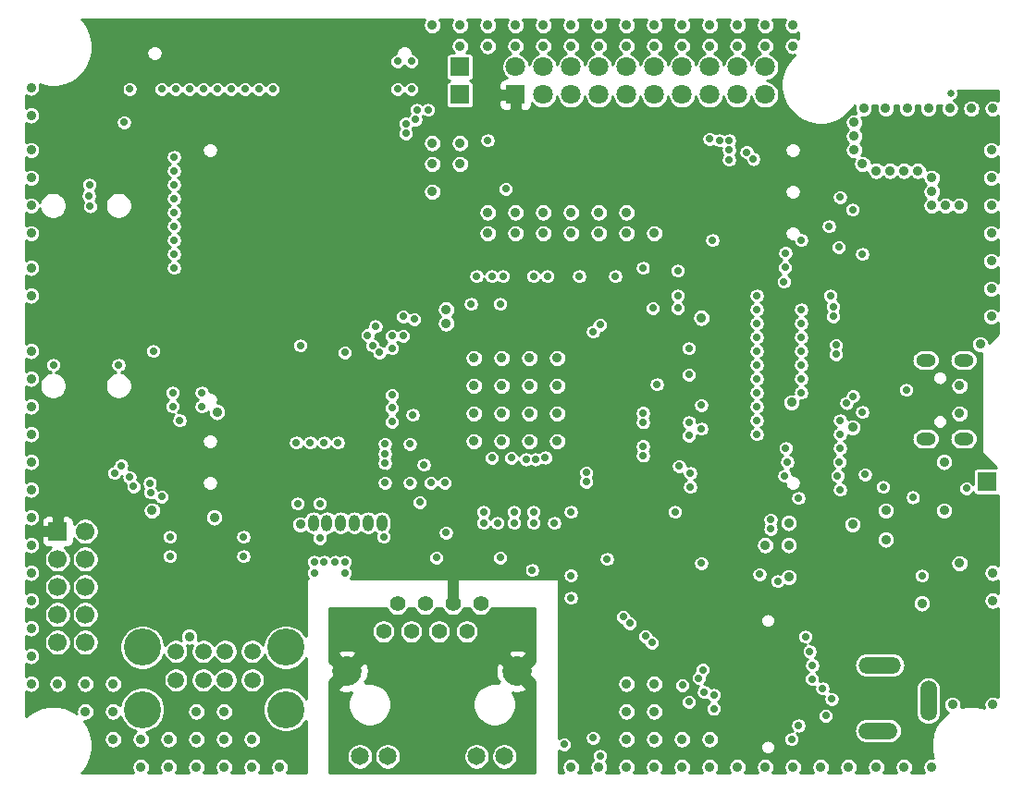
<source format=gbr>
%TF.GenerationSoftware,KiCad,Pcbnew,5.1.6-c6e7f7d~87~ubuntu18.04.1*%
%TF.CreationDate,2021-01-15T14:59:15+02:00*%
%TF.ProjectId,STMP1(A13)-SOM-EVB_Rev_B,53544d50-3128-4413-9133-292d534f4d2d,B*%
%TF.SameCoordinates,Original*%
%TF.FileFunction,Copper,L3,Inr*%
%TF.FilePolarity,Positive*%
%FSLAX46Y46*%
G04 Gerber Fmt 4.6, Leading zero omitted, Abs format (unit mm)*
G04 Created by KiCad (PCBNEW 5.1.6-c6e7f7d~87~ubuntu18.04.1) date 2021-01-15 14:59:15*
%MOMM*%
%LPD*%
G01*
G04 APERTURE LIST*
%TA.AperFunction,ViaPad*%
%ADD10C,0.635000*%
%TD*%
%TA.AperFunction,ViaPad*%
%ADD11C,3.400000*%
%TD*%
%TA.AperFunction,ViaPad*%
%ADD12C,1.500000*%
%TD*%
%TA.AperFunction,ViaPad*%
%ADD13C,1.410000*%
%TD*%
%TA.AperFunction,ViaPad*%
%ADD14C,1.650000*%
%TD*%
%TA.AperFunction,ViaPad*%
%ADD15C,2.700000*%
%TD*%
%TA.AperFunction,ViaPad*%
%ADD16O,3.900000X1.500000*%
%TD*%
%TA.AperFunction,ViaPad*%
%ADD17O,3.600000X1.500000*%
%TD*%
%TA.AperFunction,ViaPad*%
%ADD18O,1.500000X3.700000*%
%TD*%
%TA.AperFunction,ViaPad*%
%ADD19R,1.700000X1.700000*%
%TD*%
%TA.AperFunction,ViaPad*%
%ADD20C,1.700000*%
%TD*%
%TA.AperFunction,ViaPad*%
%ADD21C,1.800000*%
%TD*%
%TA.AperFunction,ViaPad*%
%ADD22R,1.750000X1.750000*%
%TD*%
%TA.AperFunction,ViaPad*%
%ADD23O,1.800000X1.200000*%
%TD*%
%TA.AperFunction,ViaPad*%
%ADD24O,1.000000X1.500000*%
%TD*%
%TA.AperFunction,ViaPad*%
%ADD25R,1.778000X1.778000*%
%TD*%
%TA.AperFunction,ViaPad*%
%ADD26C,0.700000*%
%TD*%
%TA.AperFunction,ViaPad*%
%ADD27C,0.900000*%
%TD*%
%TA.AperFunction,Conductor*%
%ADD28C,1.016000*%
%TD*%
%TA.AperFunction,Conductor*%
%ADD29C,0.254000*%
%TD*%
G04 APERTURE END LIST*
D10*
%TO.N,GND*%
%TO.C,ANT1*%
X187151000Y-39267000D03*
%TD*%
D11*
%TO.N,GND*%
%TO.C,USB_HOST1*%
X113175000Y-90000000D03*
X126315000Y-90000000D03*
X126315000Y-95700000D03*
X113175000Y-95700000D03*
D12*
X123245000Y-93000000D03*
%TO.N,/D2+*%
X120745000Y-93000000D03*
%TO.N,/D2-*%
X118745000Y-93000000D03*
%TO.N,/+5V_USB2*%
X116245000Y-93000000D03*
%TO.N,GND*%
X123245000Y-90380000D03*
%TO.N,/D1+*%
X120745000Y-90380000D03*
%TO.N,/D1-*%
X118745000Y-90380000D03*
%TO.N,/+5V_USB1*%
X116245000Y-90380000D03*
%TD*%
D13*
%TO.N,/TXOP*%
%TO.C,LAN1*%
X135245000Y-88550000D03*
%TO.N,/TXON*%
X136515000Y-86010000D03*
%TO.N,+3V3*%
X137785000Y-88550000D03*
%TO.N,N/C*%
X139055000Y-86010000D03*
X140325000Y-88550000D03*
%TO.N,+3V3*%
X141595000Y-86010000D03*
%TO.N,/RXIP*%
X142865000Y-88550000D03*
%TO.N,/RXIN*%
X144135000Y-86010000D03*
D14*
%TO.N,Net-(LAN1-PadAG1)*%
X143770000Y-99998500D03*
%TO.N,Net-(LAN1-PadAY1)*%
X133090000Y-99998500D03*
D15*
%TO.N,/ETH_SH*%
X131900000Y-92200000D03*
X147500000Y-92200000D03*
D14*
%TO.N,/ETHER_SPEED*%
X146310000Y-99998500D03*
%TO.N,/ETHER_LK*%
X135630000Y-99998500D03*
%TD*%
D16*
%TO.N,Net-(C1-Pad2)*%
%TO.C,PWR1*%
X180670000Y-91636000D03*
D17*
%TO.N,GND*%
X180520000Y-97636000D03*
D18*
X185120000Y-94890000D03*
%TD*%
D19*
%TO.N,+3V3*%
%TO.C,UEXT1*%
X105410000Y-79375000D03*
D20*
%TO.N,GND*%
X107950000Y-79375000D03*
%TO.N,UART7_TX*%
X105410000Y-81915000D03*
%TO.N,UART7_RX*%
X107950000Y-81915000D03*
%TO.N,I2C3_SCL*%
X105410000Y-84455000D03*
%TO.N,I2C3_SDA*%
X107950000Y-84455000D03*
%TO.N,SPI4_MISO*%
X105410000Y-86995000D03*
%TO.N,SPI4_MOSI*%
X107950000Y-86995000D03*
%TO.N,SPI4_SCK*%
X105410000Y-89535000D03*
%TO.N,SPI4_NSS*%
X107950000Y-89535000D03*
%TD*%
D21*
%TO.N,/PA1*%
%TO.C,EXT1*%
X170180000Y-39370000D03*
%TO.N,USART1_RX*%
X170180000Y-36830000D03*
%TO.N,/I2C2_SCL*%
X167640000Y-39370000D03*
%TO.N,USART1_TX*%
X167640000Y-36830000D03*
%TO.N,/I2C2_SDA*%
X165100000Y-39370000D03*
%TO.N,/SDMMC3_CK*%
X165100000Y-36830000D03*
%TO.N,LPTIM5_OUT*%
X162560000Y-39370000D03*
%TO.N,/SDMMC3_CMD*%
X162560000Y-36830000D03*
%TO.N,/USART3_TX*%
X160020000Y-39370000D03*
%TO.N,/SDMMC3_D3*%
X160020000Y-36830000D03*
%TO.N,/SDMMC3_D2*%
X157480000Y-36830000D03*
%TO.N,/USART3_RX*%
X157480000Y-39370000D03*
%TO.N,/SDMMC3_D1*%
X154940000Y-36830000D03*
%TO.N,/PG8*%
X154940000Y-39370000D03*
%TO.N,/SDMMC3_D0*%
X152400000Y-36830000D03*
%TO.N,/I2C6_SCL*%
X152400000Y-39370000D03*
%TO.N,/NRST*%
X149860000Y-36830000D03*
%TO.N,/I2C6_SDA*%
X149860000Y-39370000D03*
%TO.N,GND*%
X147320000Y-36830000D03*
D22*
%TO.N,+3V3*%
X147320000Y-39370000D03*
%TD*%
D23*
%TO.N,GND*%
%TO.C,USB-OTG1*%
X188337000Y-70910000D03*
X184867000Y-70910000D03*
X184867000Y-63710000D03*
X188337000Y-63710000D03*
%TD*%
D24*
%TO.N,GND*%
%TO.C,PGM1*%
X128828000Y-78613000D03*
%TO.N,/RST_PGM*%
X130078000Y-78613000D03*
%TO.N,Net-(PGM1-Pad4)*%
X131328000Y-78613000D03*
%TO.N,Net-(PGM1-Pad3)*%
X132578000Y-78613000D03*
%TO.N,Net-(PGM1-Pad2)*%
X133828000Y-78613000D03*
%TO.N,Net-(PGM1-Pad1)*%
X135078000Y-78613000D03*
%TD*%
D25*
%TO.N,GND*%
%TO.C,GND1*%
X190500000Y-74803000D03*
%TD*%
%TO.N,Net-(ADC1_IN10-Pad1)*%
%TO.C,ADC1_IN10*%
X142240000Y-39370000D03*
%TD*%
%TO.N,Net-(GPIO-3-Pad9)*%
%TO.C,PH6*%
X142240000Y-36830000D03*
%TD*%
D26*
%TO.N,+5V_EXT*%
X184531000Y-83439000D03*
D27*
X184531000Y-85979000D03*
X181229000Y-80137000D03*
X127635000Y-78740000D03*
X114046000Y-77470000D03*
X119761000Y-78105000D03*
X186563000Y-73025000D03*
X120015000Y-68453000D03*
X181228998Y-77470000D03*
X186563000Y-77470000D03*
D26*
%TO.N,GND*%
X162306000Y-73406000D03*
X163195000Y-65024000D03*
X163195000Y-62611000D03*
X162179000Y-58928000D03*
X155702000Y-81915000D03*
X150241000Y-56007000D03*
X148971000Y-56007000D03*
X115697002Y-79883000D03*
X122428000Y-79883000D03*
X146177000Y-56007000D03*
X143256000Y-58547000D03*
X136017000Y-61468000D03*
X136017000Y-62611000D03*
X136017000Y-68072000D03*
X136016991Y-66886814D03*
X136017000Y-69342000D03*
X135382000Y-71374000D03*
X135382000Y-72263000D03*
X135382000Y-73152000D03*
X135382000Y-74930000D03*
X129794000Y-82169000D03*
X130810000Y-82169000D03*
X131699000Y-83185000D03*
X127381000Y-76835000D03*
X129413000Y-76835000D03*
X140843000Y-74930000D03*
X139573000Y-74930000D03*
X135255000Y-79883000D03*
X140081000Y-81788000D03*
X140970000Y-79502000D03*
X145923000Y-81788000D03*
X144399000Y-78613000D03*
X145669000Y-78613000D03*
X147193000Y-78613000D03*
X148971000Y-78613000D03*
X150876000Y-78613000D03*
D27*
X151130000Y-63500000D03*
X148590000Y-63500000D03*
X146050000Y-63500000D03*
X143510000Y-63500000D03*
X143510000Y-66040000D03*
X151130000Y-66040000D03*
X146050000Y-66040000D03*
X148590000Y-66040000D03*
X143510000Y-68580000D03*
X151130000Y-68580000D03*
X146050000Y-68580000D03*
X148590000Y-68580000D03*
X151130000Y-71120000D03*
X146050000Y-71120000D03*
X148590000Y-71120000D03*
X143510000Y-71120000D03*
X140970000Y-60325000D03*
X140970000Y-59055000D03*
D26*
X128905000Y-83185000D03*
X128905000Y-82169000D03*
X131699000Y-82169000D03*
X115951000Y-66675000D03*
X115951000Y-67945000D03*
D27*
X120650000Y-100965000D03*
X115570000Y-100965000D03*
X118110000Y-100965000D03*
X113030000Y-100965000D03*
X113030000Y-98425000D03*
X118110000Y-98425000D03*
X120650000Y-98425000D03*
X115570000Y-98425000D03*
X125730000Y-100965000D03*
X123190000Y-100965000D03*
X123190000Y-98425000D03*
X120650000Y-95885000D03*
X118110000Y-95885000D03*
X152400000Y-100965000D03*
X160020000Y-100965000D03*
X157480000Y-100965000D03*
X154940000Y-100965000D03*
X162560000Y-100965000D03*
X170180000Y-100965000D03*
X167640000Y-100965000D03*
X165100000Y-100965000D03*
X180340000Y-100965000D03*
X172720000Y-100965000D03*
X175260000Y-100965000D03*
X177800000Y-100965000D03*
X182880000Y-100965000D03*
X185420000Y-100965000D03*
X160020000Y-98425000D03*
X157480000Y-98425000D03*
X165100000Y-98425000D03*
X160020000Y-95885000D03*
X157480000Y-95885000D03*
X157480000Y-93345000D03*
X160020000Y-93345000D03*
X110490000Y-98425000D03*
X110490000Y-95885000D03*
X110490000Y-93345000D03*
X107950000Y-93345000D03*
X107950000Y-95885000D03*
X105410000Y-93345000D03*
X102997000Y-93345000D03*
X102997000Y-90805000D03*
X102997000Y-85725000D03*
X102997000Y-88265000D03*
X102997000Y-83185000D03*
X102997000Y-80645000D03*
X102997000Y-75565000D03*
X102997000Y-78105000D03*
X102997000Y-70485000D03*
X102997000Y-73025000D03*
X102997000Y-65405000D03*
X102997000Y-67945000D03*
X102997000Y-62865000D03*
X102997000Y-55245000D03*
X102997000Y-57785000D03*
X102997000Y-52070000D03*
X102997000Y-49530000D03*
X102997000Y-46990000D03*
X102997000Y-44450000D03*
X102997000Y-38735000D03*
X102997000Y-41275000D03*
X191008000Y-95250000D03*
X191008000Y-85725000D03*
D26*
X115697002Y-81661000D03*
X122428000Y-81661000D03*
D27*
X191008000Y-40640000D03*
X189048000Y-40640000D03*
X187088000Y-40640000D03*
X185128000Y-40640000D03*
X183168000Y-40640000D03*
X181208000Y-40640000D03*
X179197000Y-40640000D03*
D26*
X153162000Y-56007000D03*
X162179000Y-57785000D03*
X162179000Y-55499000D03*
D27*
X187960000Y-82296000D03*
D26*
X180975000Y-75311000D03*
X188595000Y-75438000D03*
X118618000Y-66675000D03*
X118618000Y-67945000D03*
X136525000Y-36322000D03*
X137795000Y-36322000D03*
X136525000Y-38862000D03*
X137795000Y-38862000D03*
X176022000Y-51435000D03*
X161924997Y-77596997D03*
X163322008Y-75311000D03*
X163213530Y-69393991D03*
X163195000Y-70612000D03*
D27*
X162560000Y-98425000D03*
D26*
X164097195Y-92828156D03*
X114173000Y-62865000D03*
D27*
X178308000Y-41910000D03*
X178308000Y-43180000D03*
X178308000Y-44450000D03*
X179070000Y-45720000D03*
X180340000Y-46355000D03*
X181610000Y-46355000D03*
X182880000Y-46355000D03*
X184150000Y-46355000D03*
X185420000Y-46990000D03*
X185420000Y-48260000D03*
X185420000Y-49530000D03*
X186690000Y-49530000D03*
X187960000Y-49530000D03*
X190881000Y-49530000D03*
X139700000Y-33020000D03*
X147320000Y-33020000D03*
X144780000Y-33020000D03*
X142240000Y-33020000D03*
X154940000Y-33020000D03*
X152400000Y-33020000D03*
X157480000Y-33020000D03*
X149860000Y-33020000D03*
X165100000Y-33020000D03*
X162560000Y-33020000D03*
X167640000Y-33020000D03*
X160020000Y-33020000D03*
X172720000Y-33020000D03*
X170180000Y-33020000D03*
X154940000Y-34925000D03*
X144780000Y-34925000D03*
X142240000Y-34925000D03*
X167640000Y-34925000D03*
X152400000Y-34925000D03*
X162560000Y-34925000D03*
X157480000Y-34925000D03*
X147320000Y-34925000D03*
X160020000Y-34925000D03*
X165100000Y-34925000D03*
X172720000Y-34925000D03*
X149860000Y-34925000D03*
X170180000Y-34925000D03*
X142240000Y-43815000D03*
X139700000Y-43815000D03*
X139700000Y-45720000D03*
X142240000Y-45720000D03*
X139700000Y-48260000D03*
X144780000Y-50165000D03*
X144780000Y-52070000D03*
X147320000Y-52070000D03*
X147320000Y-50165000D03*
X149860000Y-52070000D03*
X149860000Y-50165000D03*
X152400000Y-50165000D03*
X152400000Y-52070000D03*
X154940000Y-52070000D03*
X154940000Y-50165000D03*
X157480000Y-50165000D03*
X157480000Y-52070000D03*
X160020000Y-52070000D03*
X190881000Y-52070000D03*
X190881000Y-54610000D03*
X190881000Y-57150000D03*
X189865000Y-62230000D03*
X190881000Y-59690000D03*
X187960000Y-66040000D03*
X187960000Y-68580000D03*
X190881000Y-46990000D03*
X190881000Y-44450000D03*
X191008000Y-83185000D03*
X187325000Y-95250000D03*
X172339000Y-78613000D03*
X172339000Y-80645000D03*
X170180000Y-80645000D03*
X172593000Y-67564000D03*
D26*
X178181000Y-49911000D03*
X177038000Y-48768000D03*
X176403000Y-58801000D03*
X176403000Y-59690000D03*
D27*
X172339000Y-83566000D03*
D26*
X145923000Y-58547000D03*
X143764000Y-56007000D03*
%TO.N,+3V3*%
X117856000Y-78867000D03*
X124332439Y-77597561D03*
D27*
X178308000Y-81534000D03*
X169291000Y-85090000D03*
D26*
X161925000Y-76581000D03*
X162179000Y-56642000D03*
D27*
X170307000Y-85090000D03*
X171323000Y-85090000D03*
X172339000Y-85090000D03*
D26*
X159893000Y-63627000D03*
X153797000Y-57658000D03*
X151892000Y-56007000D03*
X147447000Y-56007000D03*
X159893000Y-61722000D03*
X137032980Y-66802000D03*
X135382000Y-74041000D03*
X128397000Y-76835000D03*
X120142000Y-66675000D03*
X140208000Y-73279000D03*
X131699000Y-76835000D03*
X134366000Y-79883000D03*
X146939000Y-82931000D03*
X147828000Y-82931000D03*
X162433000Y-63754000D03*
X178308000Y-83312000D03*
X179324000Y-81280000D03*
X180340000Y-81280000D03*
X154940000Y-56007000D03*
X159956500Y-55245000D03*
X122555000Y-66675000D03*
X136525000Y-34798000D03*
D27*
X179832000Y-61341000D03*
X179832000Y-58166000D03*
D26*
X181991000Y-64643000D03*
X172720000Y-50800000D03*
D27*
X169094990Y-51343313D03*
D26*
%TO.N,SPI4_NSS*%
X113919000Y-75819000D03*
%TO.N,+3.3VA*%
X163322000Y-74041000D03*
X137033000Y-59690000D03*
X137033000Y-61468000D03*
X137668000Y-74930000D03*
X137922000Y-68707000D03*
X144399000Y-77597000D03*
X147193000Y-77597000D03*
X148971000Y-77597000D03*
D27*
X164338006Y-59817000D03*
D26*
%TO.N,HPOUT1L*%
X138176000Y-41656000D03*
X108393157Y-49592151D03*
%TO.N,HPOUT1R*%
X139319000Y-40767000D03*
X108331000Y-47625000D03*
%TO.N,MICIN1*%
X111506000Y-41910000D03*
X137286631Y-42926391D03*
%TO.N,SPI4_SCK*%
X113853094Y-74969140D03*
%TO.N,SPI4_MOSI*%
X112368285Y-75274144D03*
%TO.N,SPI4_MISO*%
X112014000Y-74422000D03*
%TO.N,I2C3_SCL*%
X110617001Y-74040999D03*
%TO.N,I2C3_SDA*%
X111252000Y-73342422D03*
%TO.N,UART7_RX*%
X133784209Y-61402913D03*
%TO.N,UART7_TX*%
X134512946Y-60598946D03*
%TO.N,USB_OTG_HS_D-*%
X177625631Y-67611369D03*
X169084369Y-45259369D03*
%TO.N,USB_OTG_HS_D+*%
X178228369Y-67008631D03*
X168481631Y-44656631D03*
%TO.N,/V18F*%
X159893000Y-58928000D03*
X160274000Y-65913000D03*
X137668000Y-71374000D03*
X138049000Y-59944000D03*
X138938000Y-73279000D03*
X159004000Y-55245000D03*
%TO.N,+1.8VA*%
X164338000Y-67818000D03*
X152400000Y-77597000D03*
X164338008Y-82296000D03*
X152394410Y-83411962D03*
X164338000Y-69977000D03*
D27*
%TO.N,/+5V_USB2*%
X117475000Y-89027000D03*
D26*
%TO.N,/eMMC-CMD*%
X171323000Y-83947000D03*
X172072300Y-71754999D03*
%TO.N,/NRST*%
X176911000Y-53340000D03*
X152400000Y-85471000D03*
X138557000Y-76708000D03*
X169672000Y-83312000D03*
X165354000Y-52705000D03*
%TO.N,/eMMC-CLK*%
X173863000Y-89027000D03*
X172212000Y-73025000D03*
%TO.N,/eMMC-D7*%
X177038000Y-69215000D03*
X174246207Y-90394463D03*
%TO.N,/eMMC-D6*%
X177038000Y-70485000D03*
X174498000Y-91653274D03*
%TO.N,/eMMC-D5*%
X177038000Y-71755000D03*
X174461522Y-92912085D03*
%TO.N,/eMMC-D4*%
X176961800Y-73024999D03*
X175428637Y-93766606D03*
%TO.N,/eMMC-D3*%
X176275439Y-94741439D03*
X176809400Y-74294999D03*
%TO.N,/eMMC-D2*%
X177038000Y-75565000D03*
X175717200Y-96266000D03*
%TO.N,/eMMC-D1*%
X173228000Y-97160590D03*
X173228000Y-76327000D03*
%TO.N,/eMMC-D0*%
X172593000Y-98425000D03*
X171958005Y-74295003D03*
%TO.N,/USB1-DRV*%
X166878000Y-44450000D03*
X179070000Y-53975000D03*
%TO.N,/USB2-DRV*%
X166878000Y-45339000D03*
X179070000Y-68452998D03*
%TO.N,Net-(GPIO-3-Pad9)*%
X144780000Y-43561000D03*
%TO.N,/TXOP*%
X159004000Y-69387200D03*
X159210631Y-88979631D03*
%TO.N,/TXON*%
X159004000Y-68534800D03*
X159813369Y-89582369D03*
%TO.N,/RXIP*%
X159004000Y-72435200D03*
X157781369Y-87804369D03*
%TO.N,/RXIN*%
X159004000Y-71582800D03*
X157178631Y-87201631D03*
%TO.N,Net-(LAN1-PadAG1)*%
X148844000Y-82931000D03*
X151764999Y-98902010D03*
%TO.N,Net-(LAN1-PadAY1)*%
X129413000Y-80010000D03*
%TO.N,/ETHER_SPEED*%
X155067000Y-99949000D03*
X155067000Y-60452000D03*
%TO.N,/ETHER_LK*%
X154432000Y-98298000D03*
X154432000Y-61087000D03*
%TO.N,/LCD_UD*%
X117475000Y-38862000D03*
X116078000Y-47625000D03*
%TO.N,/LCD_PWM*%
X116205000Y-38862000D03*
X116078000Y-46355000D03*
%TO.N,/LCD_RST*%
X114935000Y-38862000D03*
X116078000Y-45085000D03*
%TO.N,/LCD_B1*%
X125095000Y-38862000D03*
X116078000Y-55245000D03*
%TO.N,/LCD_B3*%
X123825000Y-38862000D03*
X116077990Y-53975000D03*
%TO.N,/LCD_B5*%
X122555000Y-38862000D03*
X116078000Y-52705000D03*
%TO.N,/LCD_VSYNC*%
X120015000Y-38862000D03*
X116078000Y-50165000D03*
%TO.N,/LCD_B7*%
X121285000Y-38862000D03*
X116077997Y-51435003D03*
%TO.N,/LCD_DE*%
X118745000Y-38862000D03*
X116078000Y-48895000D03*
%TO.N,/OVCUR1#*%
X134239000Y-62357000D03*
X114935000Y-76200000D03*
X116586000Y-69215000D03*
X127635000Y-62357004D03*
%TO.N,/OVCUR2#*%
X134874000Y-62992000D03*
X131699000Y-62992008D03*
D27*
%TO.N,/ETH_SH*%
X135130000Y-92200000D03*
X137670000Y-92200000D03*
X140210000Y-92200000D03*
X142750000Y-92200000D03*
X145290000Y-92200000D03*
X137670000Y-94740000D03*
X142750000Y-94740000D03*
X140210000Y-94740000D03*
X142750000Y-97280000D03*
X137670000Y-97280000D03*
X140210000Y-97280000D03*
X137670000Y-99820000D03*
X140210000Y-99820000D03*
X135255000Y-97280000D03*
X132080000Y-89535000D03*
X132080000Y-86995000D03*
X145415000Y-86995000D03*
X147955000Y-86995000D03*
X132080000Y-88265000D03*
X130683000Y-88265000D03*
D26*
%TO.N,Net-(U6-Pad87)*%
X146939000Y-72644000D03*
X150039794Y-72618891D03*
D27*
%TO.N,+5V_USBOTG*%
X178181000Y-78742540D03*
X178181000Y-69850000D03*
D26*
%TO.N,/USART3_TX*%
X169418000Y-57785000D03*
%TO.N,USART1_RX*%
X176149000Y-57785000D03*
%TO.N,/USART3_RX*%
X169418000Y-59055000D03*
%TO.N,USART1_TX*%
X173482000Y-59055000D03*
%TO.N,/PG8*%
X169418000Y-60325000D03*
%TO.N,/SDMMC3_CK*%
X173482000Y-60325000D03*
%TO.N,/I2C6_SCL*%
X169418000Y-61595000D03*
%TO.N,/SDMMC3_CMD*%
X173482000Y-61595000D03*
%TO.N,/SDMMC3_D3*%
X173482000Y-62865000D03*
%TO.N,/I2C6_SDA*%
X169418000Y-62865000D03*
%TO.N,/SDMMC3_D2*%
X173482000Y-64135000D03*
%TO.N,/SDMMC3_D1*%
X173482000Y-65405000D03*
%TO.N,/SDMMC3_D0*%
X173482000Y-66675000D03*
%TO.N,LPTIM5_OUT*%
X171887379Y-56515000D03*
%TO.N,/USB_OTG_HS_VBUS*%
X166878000Y-43561000D03*
X179324000Y-74168000D03*
%TO.N,/USB_OTG_HS_ID*%
X165989000Y-43561000D03*
X183098999Y-66421000D03*
%TO.N,/USB-OTG-DRV*%
X165100000Y-43434000D03*
X183703009Y-76261009D03*
%TO.N,/D3-*%
X176657000Y-62311800D03*
X170688000Y-79166200D03*
X153797000Y-74848200D03*
X148293800Y-72781398D03*
%TO.N,/D3+*%
X176657000Y-63164200D03*
X170688000Y-78313800D03*
X153797000Y-73995800D03*
X149146200Y-72781398D03*
%TO.N,Net-(U6-Pad25)*%
X156464000Y-56007004D03*
%TO.N,SPI0_MOSI(IO0)*%
X162595560Y-93472000D03*
X169418000Y-64135000D03*
%TO.N,SPI0_MISO(IO1)*%
X169418000Y-65405000D03*
X163195000Y-94996000D03*
%TO.N,SPI0_SCK(CLK)*%
X169418000Y-66675000D03*
X164465000Y-92059187D03*
%TO.N,SPI0_NSS(CSn)*%
X169418000Y-67945000D03*
X165481004Y-95633323D03*
%TO.N,(IO3)*%
X164591996Y-94107000D03*
X169417439Y-70485561D03*
%TO.N,(IO2)*%
X169418000Y-69215000D03*
X165484221Y-94366590D03*
%TO.N,VMIC*%
X137290627Y-42033373D03*
X112014558Y-38862564D03*
%TO.N,HPCOM*%
X138303000Y-40767000D03*
X110998000Y-64135000D03*
X105029000Y-64135000D03*
X108275928Y-48639654D03*
%TO.N,Net-(PGM1-Pad1)*%
X131064000Y-71247000D03*
%TO.N,Net-(PGM1-Pad2)*%
X129794000Y-71247000D03*
%TO.N,Net-(PGM1-Pad3)*%
X128524000Y-71247000D03*
%TO.N,Net-(PGM1-Pad4)*%
X127254000Y-71247000D03*
%TO.N,/PA1*%
X173482000Y-52705000D03*
%TO.N,/I2C2_SCL*%
X172037518Y-53880300D03*
%TO.N,/I2C2_SDA*%
X171993964Y-55193854D03*
%TO.N,Net-(ADC1_IN10-Pad1)*%
X146431000Y-48006000D03*
%TO.N,/12MCK*%
X145161000Y-56007000D03*
X145161000Y-72644000D03*
%TD*%
D28*
%TO.N,+3V3*%
X141595000Y-86010000D02*
X141595000Y-83449000D01*
X142113000Y-82931000D02*
X146939000Y-82931000D01*
X141595000Y-83449000D02*
X142113000Y-82931000D01*
X146939000Y-82931000D02*
X147828000Y-82931000D01*
%TD*%
D29*
%TO.N,+3V3*%
G36*
X138963577Y-32626374D02*
G01*
X138900935Y-32777606D01*
X138869000Y-32938154D01*
X138869000Y-33101846D01*
X138900935Y-33262394D01*
X138963577Y-33413626D01*
X139054520Y-33549732D01*
X139170268Y-33665480D01*
X139306374Y-33756423D01*
X139457606Y-33819065D01*
X139618154Y-33851000D01*
X139781846Y-33851000D01*
X139942394Y-33819065D01*
X140093626Y-33756423D01*
X140229732Y-33665480D01*
X140345480Y-33549732D01*
X140436423Y-33413626D01*
X140499065Y-33262394D01*
X140531000Y-33101846D01*
X140531000Y-32938154D01*
X140499065Y-32777606D01*
X140436423Y-32626374D01*
X140357328Y-32508000D01*
X141582672Y-32508000D01*
X141503577Y-32626374D01*
X141440935Y-32777606D01*
X141409000Y-32938154D01*
X141409000Y-33101846D01*
X141440935Y-33262394D01*
X141503577Y-33413626D01*
X141594520Y-33549732D01*
X141710268Y-33665480D01*
X141846374Y-33756423D01*
X141997606Y-33819065D01*
X142158154Y-33851000D01*
X142321846Y-33851000D01*
X142482394Y-33819065D01*
X142633626Y-33756423D01*
X142769732Y-33665480D01*
X142885480Y-33549732D01*
X142976423Y-33413626D01*
X143039065Y-33262394D01*
X143071000Y-33101846D01*
X143071000Y-32938154D01*
X143039065Y-32777606D01*
X142976423Y-32626374D01*
X142897328Y-32508000D01*
X144122672Y-32508000D01*
X144043577Y-32626374D01*
X143980935Y-32777606D01*
X143949000Y-32938154D01*
X143949000Y-33101846D01*
X143980935Y-33262394D01*
X144043577Y-33413626D01*
X144134520Y-33549732D01*
X144250268Y-33665480D01*
X144386374Y-33756423D01*
X144537606Y-33819065D01*
X144698154Y-33851000D01*
X144861846Y-33851000D01*
X145022394Y-33819065D01*
X145173626Y-33756423D01*
X145309732Y-33665480D01*
X145425480Y-33549732D01*
X145516423Y-33413626D01*
X145579065Y-33262394D01*
X145611000Y-33101846D01*
X145611000Y-32938154D01*
X145579065Y-32777606D01*
X145516423Y-32626374D01*
X145437328Y-32508000D01*
X146662672Y-32508000D01*
X146583577Y-32626374D01*
X146520935Y-32777606D01*
X146489000Y-32938154D01*
X146489000Y-33101846D01*
X146520935Y-33262394D01*
X146583577Y-33413626D01*
X146674520Y-33549732D01*
X146790268Y-33665480D01*
X146926374Y-33756423D01*
X147077606Y-33819065D01*
X147238154Y-33851000D01*
X147401846Y-33851000D01*
X147562394Y-33819065D01*
X147713626Y-33756423D01*
X147849732Y-33665480D01*
X147965480Y-33549732D01*
X148056423Y-33413626D01*
X148119065Y-33262394D01*
X148151000Y-33101846D01*
X148151000Y-32938154D01*
X148119065Y-32777606D01*
X148056423Y-32626374D01*
X147977328Y-32508000D01*
X149202672Y-32508000D01*
X149123577Y-32626374D01*
X149060935Y-32777606D01*
X149029000Y-32938154D01*
X149029000Y-33101846D01*
X149060935Y-33262394D01*
X149123577Y-33413626D01*
X149214520Y-33549732D01*
X149330268Y-33665480D01*
X149466374Y-33756423D01*
X149617606Y-33819065D01*
X149778154Y-33851000D01*
X149941846Y-33851000D01*
X150102394Y-33819065D01*
X150253626Y-33756423D01*
X150389732Y-33665480D01*
X150505480Y-33549732D01*
X150596423Y-33413626D01*
X150659065Y-33262394D01*
X150691000Y-33101846D01*
X150691000Y-32938154D01*
X150659065Y-32777606D01*
X150596423Y-32626374D01*
X150517328Y-32508000D01*
X151742672Y-32508000D01*
X151663577Y-32626374D01*
X151600935Y-32777606D01*
X151569000Y-32938154D01*
X151569000Y-33101846D01*
X151600935Y-33262394D01*
X151663577Y-33413626D01*
X151754520Y-33549732D01*
X151870268Y-33665480D01*
X152006374Y-33756423D01*
X152157606Y-33819065D01*
X152318154Y-33851000D01*
X152481846Y-33851000D01*
X152642394Y-33819065D01*
X152793626Y-33756423D01*
X152929732Y-33665480D01*
X153045480Y-33549732D01*
X153136423Y-33413626D01*
X153199065Y-33262394D01*
X153231000Y-33101846D01*
X153231000Y-32938154D01*
X153199065Y-32777606D01*
X153136423Y-32626374D01*
X153057328Y-32508000D01*
X154282672Y-32508000D01*
X154203577Y-32626374D01*
X154140935Y-32777606D01*
X154109000Y-32938154D01*
X154109000Y-33101846D01*
X154140935Y-33262394D01*
X154203577Y-33413626D01*
X154294520Y-33549732D01*
X154410268Y-33665480D01*
X154546374Y-33756423D01*
X154697606Y-33819065D01*
X154858154Y-33851000D01*
X155021846Y-33851000D01*
X155182394Y-33819065D01*
X155333626Y-33756423D01*
X155469732Y-33665480D01*
X155585480Y-33549732D01*
X155676423Y-33413626D01*
X155739065Y-33262394D01*
X155771000Y-33101846D01*
X155771000Y-32938154D01*
X155739065Y-32777606D01*
X155676423Y-32626374D01*
X155597328Y-32508000D01*
X156822672Y-32508000D01*
X156743577Y-32626374D01*
X156680935Y-32777606D01*
X156649000Y-32938154D01*
X156649000Y-33101846D01*
X156680935Y-33262394D01*
X156743577Y-33413626D01*
X156834520Y-33549732D01*
X156950268Y-33665480D01*
X157086374Y-33756423D01*
X157237606Y-33819065D01*
X157398154Y-33851000D01*
X157561846Y-33851000D01*
X157722394Y-33819065D01*
X157873626Y-33756423D01*
X158009732Y-33665480D01*
X158125480Y-33549732D01*
X158216423Y-33413626D01*
X158279065Y-33262394D01*
X158311000Y-33101846D01*
X158311000Y-32938154D01*
X158279065Y-32777606D01*
X158216423Y-32626374D01*
X158137328Y-32508000D01*
X159362672Y-32508000D01*
X159283577Y-32626374D01*
X159220935Y-32777606D01*
X159189000Y-32938154D01*
X159189000Y-33101846D01*
X159220935Y-33262394D01*
X159283577Y-33413626D01*
X159374520Y-33549732D01*
X159490268Y-33665480D01*
X159626374Y-33756423D01*
X159777606Y-33819065D01*
X159938154Y-33851000D01*
X160101846Y-33851000D01*
X160262394Y-33819065D01*
X160413626Y-33756423D01*
X160549732Y-33665480D01*
X160665480Y-33549732D01*
X160756423Y-33413626D01*
X160819065Y-33262394D01*
X160851000Y-33101846D01*
X160851000Y-32938154D01*
X160819065Y-32777606D01*
X160756423Y-32626374D01*
X160677328Y-32508000D01*
X161902672Y-32508000D01*
X161823577Y-32626374D01*
X161760935Y-32777606D01*
X161729000Y-32938154D01*
X161729000Y-33101846D01*
X161760935Y-33262394D01*
X161823577Y-33413626D01*
X161914520Y-33549732D01*
X162030268Y-33665480D01*
X162166374Y-33756423D01*
X162317606Y-33819065D01*
X162478154Y-33851000D01*
X162641846Y-33851000D01*
X162802394Y-33819065D01*
X162953626Y-33756423D01*
X163089732Y-33665480D01*
X163205480Y-33549732D01*
X163296423Y-33413626D01*
X163359065Y-33262394D01*
X163391000Y-33101846D01*
X163391000Y-32938154D01*
X163359065Y-32777606D01*
X163296423Y-32626374D01*
X163217328Y-32508000D01*
X164442672Y-32508000D01*
X164363577Y-32626374D01*
X164300935Y-32777606D01*
X164269000Y-32938154D01*
X164269000Y-33101846D01*
X164300935Y-33262394D01*
X164363577Y-33413626D01*
X164454520Y-33549732D01*
X164570268Y-33665480D01*
X164706374Y-33756423D01*
X164857606Y-33819065D01*
X165018154Y-33851000D01*
X165181846Y-33851000D01*
X165342394Y-33819065D01*
X165493626Y-33756423D01*
X165629732Y-33665480D01*
X165745480Y-33549732D01*
X165836423Y-33413626D01*
X165899065Y-33262394D01*
X165931000Y-33101846D01*
X165931000Y-32938154D01*
X165899065Y-32777606D01*
X165836423Y-32626374D01*
X165757328Y-32508000D01*
X166982672Y-32508000D01*
X166903577Y-32626374D01*
X166840935Y-32777606D01*
X166809000Y-32938154D01*
X166809000Y-33101846D01*
X166840935Y-33262394D01*
X166903577Y-33413626D01*
X166994520Y-33549732D01*
X167110268Y-33665480D01*
X167246374Y-33756423D01*
X167397606Y-33819065D01*
X167558154Y-33851000D01*
X167721846Y-33851000D01*
X167882394Y-33819065D01*
X168033626Y-33756423D01*
X168169732Y-33665480D01*
X168285480Y-33549732D01*
X168376423Y-33413626D01*
X168439065Y-33262394D01*
X168471000Y-33101846D01*
X168471000Y-32938154D01*
X168439065Y-32777606D01*
X168376423Y-32626374D01*
X168297328Y-32508000D01*
X169522672Y-32508000D01*
X169443577Y-32626374D01*
X169380935Y-32777606D01*
X169349000Y-32938154D01*
X169349000Y-33101846D01*
X169380935Y-33262394D01*
X169443577Y-33413626D01*
X169534520Y-33549732D01*
X169650268Y-33665480D01*
X169786374Y-33756423D01*
X169937606Y-33819065D01*
X170098154Y-33851000D01*
X170261846Y-33851000D01*
X170422394Y-33819065D01*
X170573626Y-33756423D01*
X170709732Y-33665480D01*
X170825480Y-33549732D01*
X170916423Y-33413626D01*
X170979065Y-33262394D01*
X171011000Y-33101846D01*
X171011000Y-32938154D01*
X170979065Y-32777606D01*
X170916423Y-32626374D01*
X170837328Y-32508000D01*
X172062672Y-32508000D01*
X171983577Y-32626374D01*
X171920935Y-32777606D01*
X171889000Y-32938154D01*
X171889000Y-33101846D01*
X171920935Y-33262394D01*
X171983577Y-33413626D01*
X172074520Y-33549732D01*
X172190268Y-33665480D01*
X172326374Y-33756423D01*
X172477606Y-33819065D01*
X172638154Y-33851000D01*
X172801846Y-33851000D01*
X172962394Y-33819065D01*
X173113626Y-33756423D01*
X173228000Y-33680001D01*
X173228000Y-34264999D01*
X173113626Y-34188577D01*
X172962394Y-34125935D01*
X172801846Y-34094000D01*
X172638154Y-34094000D01*
X172477606Y-34125935D01*
X172326374Y-34188577D01*
X172190268Y-34279520D01*
X172074520Y-34395268D01*
X171983577Y-34531374D01*
X171920935Y-34682606D01*
X171889000Y-34843154D01*
X171889000Y-35006846D01*
X171920935Y-35167394D01*
X171983577Y-35318626D01*
X172074520Y-35454732D01*
X172190268Y-35570480D01*
X172326374Y-35661423D01*
X172477606Y-35724065D01*
X172638154Y-35756000D01*
X172801846Y-35756000D01*
X172869006Y-35742641D01*
X172442725Y-36168922D01*
X172045794Y-36762971D01*
X171772383Y-37423043D01*
X171633000Y-38123772D01*
X171633000Y-38838228D01*
X171772383Y-39538957D01*
X172045794Y-40199029D01*
X172442725Y-40793078D01*
X172947922Y-41298275D01*
X173541971Y-41695206D01*
X174202043Y-41968617D01*
X174902772Y-42108000D01*
X175617228Y-42108000D01*
X176317957Y-41968617D01*
X176978029Y-41695206D01*
X177572078Y-41298275D01*
X178077275Y-40793078D01*
X178382509Y-40336263D01*
X178423313Y-40336338D01*
X178397935Y-40397606D01*
X178366000Y-40558154D01*
X178366000Y-40721846D01*
X178397935Y-40882394D01*
X178460577Y-41033626D01*
X178506384Y-41102181D01*
X178389846Y-41079000D01*
X178226154Y-41079000D01*
X178065606Y-41110935D01*
X177914374Y-41173577D01*
X177778268Y-41264520D01*
X177662520Y-41380268D01*
X177571577Y-41516374D01*
X177508935Y-41667606D01*
X177477000Y-41828154D01*
X177477000Y-41991846D01*
X177508935Y-42152394D01*
X177571577Y-42303626D01*
X177662520Y-42439732D01*
X177767788Y-42545000D01*
X177662520Y-42650268D01*
X177571577Y-42786374D01*
X177508935Y-42937606D01*
X177477000Y-43098154D01*
X177477000Y-43261846D01*
X177508935Y-43422394D01*
X177571577Y-43573626D01*
X177662520Y-43709732D01*
X177767788Y-43815000D01*
X177662520Y-43920268D01*
X177571577Y-44056374D01*
X177508935Y-44207606D01*
X177477000Y-44368154D01*
X177477000Y-44531846D01*
X177508935Y-44692394D01*
X177571577Y-44843626D01*
X177662520Y-44979732D01*
X177778268Y-45095480D01*
X177914374Y-45186423D01*
X178065606Y-45249065D01*
X178226154Y-45281000D01*
X178363895Y-45281000D01*
X178333577Y-45326374D01*
X178270935Y-45477606D01*
X178239000Y-45638154D01*
X178239000Y-45801846D01*
X178270935Y-45962394D01*
X178333577Y-46113626D01*
X178424520Y-46249732D01*
X178540268Y-46365480D01*
X178676374Y-46456423D01*
X178827606Y-46519065D01*
X178988154Y-46551000D01*
X179151846Y-46551000D01*
X179312394Y-46519065D01*
X179463626Y-46456423D01*
X179509000Y-46426105D01*
X179509000Y-46436846D01*
X179540935Y-46597394D01*
X179603577Y-46748626D01*
X179694520Y-46884732D01*
X179810268Y-47000480D01*
X179946374Y-47091423D01*
X180097606Y-47154065D01*
X180258154Y-47186000D01*
X180421846Y-47186000D01*
X180582394Y-47154065D01*
X180733626Y-47091423D01*
X180869732Y-47000480D01*
X180975000Y-46895212D01*
X181080268Y-47000480D01*
X181216374Y-47091423D01*
X181367606Y-47154065D01*
X181528154Y-47186000D01*
X181691846Y-47186000D01*
X181852394Y-47154065D01*
X182003626Y-47091423D01*
X182139732Y-47000480D01*
X182245000Y-46895212D01*
X182350268Y-47000480D01*
X182486374Y-47091423D01*
X182637606Y-47154065D01*
X182798154Y-47186000D01*
X182961846Y-47186000D01*
X183122394Y-47154065D01*
X183273626Y-47091423D01*
X183409732Y-47000480D01*
X183515000Y-46895212D01*
X183620268Y-47000480D01*
X183756374Y-47091423D01*
X183907606Y-47154065D01*
X184068154Y-47186000D01*
X184231846Y-47186000D01*
X184392394Y-47154065D01*
X184543626Y-47091423D01*
X184589000Y-47061105D01*
X184589000Y-47071846D01*
X184620935Y-47232394D01*
X184683577Y-47383626D01*
X184774520Y-47519732D01*
X184879788Y-47625000D01*
X184774520Y-47730268D01*
X184683577Y-47866374D01*
X184620935Y-48017606D01*
X184589000Y-48178154D01*
X184589000Y-48341846D01*
X184620935Y-48502394D01*
X184683577Y-48653626D01*
X184774520Y-48789732D01*
X184879788Y-48895000D01*
X184774520Y-49000268D01*
X184683577Y-49136374D01*
X184620935Y-49287606D01*
X184589000Y-49448154D01*
X184589000Y-49611846D01*
X184620935Y-49772394D01*
X184683577Y-49923626D01*
X184774520Y-50059732D01*
X184890268Y-50175480D01*
X185026374Y-50266423D01*
X185177606Y-50329065D01*
X185338154Y-50361000D01*
X185501846Y-50361000D01*
X185662394Y-50329065D01*
X185813626Y-50266423D01*
X185949732Y-50175480D01*
X186055000Y-50070212D01*
X186160268Y-50175480D01*
X186296374Y-50266423D01*
X186447606Y-50329065D01*
X186608154Y-50361000D01*
X186771846Y-50361000D01*
X186932394Y-50329065D01*
X187083626Y-50266423D01*
X187219732Y-50175480D01*
X187325000Y-50070212D01*
X187430268Y-50175480D01*
X187566374Y-50266423D01*
X187717606Y-50329065D01*
X187878154Y-50361000D01*
X188041846Y-50361000D01*
X188202394Y-50329065D01*
X188353626Y-50266423D01*
X188489732Y-50175480D01*
X188605480Y-50059732D01*
X188696423Y-49923626D01*
X188759065Y-49772394D01*
X188791000Y-49611846D01*
X188791000Y-49448154D01*
X188759065Y-49287606D01*
X188696423Y-49136374D01*
X188605480Y-49000268D01*
X188489732Y-48884520D01*
X188353626Y-48793577D01*
X188202394Y-48730935D01*
X188041846Y-48699000D01*
X187878154Y-48699000D01*
X187717606Y-48730935D01*
X187566374Y-48793577D01*
X187430268Y-48884520D01*
X187325000Y-48989788D01*
X187219732Y-48884520D01*
X187083626Y-48793577D01*
X186932394Y-48730935D01*
X186771846Y-48699000D01*
X186608154Y-48699000D01*
X186447606Y-48730935D01*
X186296374Y-48793577D01*
X186160268Y-48884520D01*
X186055000Y-48989788D01*
X185960212Y-48895000D01*
X186065480Y-48789732D01*
X186156423Y-48653626D01*
X186219065Y-48502394D01*
X186251000Y-48341846D01*
X186251000Y-48178154D01*
X186219065Y-48017606D01*
X186156423Y-47866374D01*
X186065480Y-47730268D01*
X185960212Y-47625000D01*
X186065480Y-47519732D01*
X186156423Y-47383626D01*
X186219065Y-47232394D01*
X186251000Y-47071846D01*
X186251000Y-46908154D01*
X186219065Y-46747606D01*
X186156423Y-46596374D01*
X186065480Y-46460268D01*
X185949732Y-46344520D01*
X185813626Y-46253577D01*
X185662394Y-46190935D01*
X185501846Y-46159000D01*
X185338154Y-46159000D01*
X185177606Y-46190935D01*
X185026374Y-46253577D01*
X184981000Y-46283895D01*
X184981000Y-46273154D01*
X184949065Y-46112606D01*
X184886423Y-45961374D01*
X184795480Y-45825268D01*
X184679732Y-45709520D01*
X184543626Y-45618577D01*
X184392394Y-45555935D01*
X184231846Y-45524000D01*
X184068154Y-45524000D01*
X183907606Y-45555935D01*
X183756374Y-45618577D01*
X183620268Y-45709520D01*
X183515000Y-45814788D01*
X183409732Y-45709520D01*
X183273626Y-45618577D01*
X183122394Y-45555935D01*
X182961846Y-45524000D01*
X182798154Y-45524000D01*
X182637606Y-45555935D01*
X182486374Y-45618577D01*
X182350268Y-45709520D01*
X182245000Y-45814788D01*
X182139732Y-45709520D01*
X182003626Y-45618577D01*
X181852394Y-45555935D01*
X181691846Y-45524000D01*
X181528154Y-45524000D01*
X181367606Y-45555935D01*
X181216374Y-45618577D01*
X181080268Y-45709520D01*
X180975000Y-45814788D01*
X180869732Y-45709520D01*
X180733626Y-45618577D01*
X180582394Y-45555935D01*
X180421846Y-45524000D01*
X180258154Y-45524000D01*
X180097606Y-45555935D01*
X179946374Y-45618577D01*
X179901000Y-45648895D01*
X179901000Y-45638154D01*
X179869065Y-45477606D01*
X179806423Y-45326374D01*
X179715480Y-45190268D01*
X179599732Y-45074520D01*
X179463626Y-44983577D01*
X179312394Y-44920935D01*
X179151846Y-44889000D01*
X179014105Y-44889000D01*
X179044423Y-44843626D01*
X179107065Y-44692394D01*
X179139000Y-44531846D01*
X179139000Y-44368154D01*
X179107065Y-44207606D01*
X179044423Y-44056374D01*
X178953480Y-43920268D01*
X178848212Y-43815000D01*
X178953480Y-43709732D01*
X179044423Y-43573626D01*
X179107065Y-43422394D01*
X179139000Y-43261846D01*
X179139000Y-43098154D01*
X179107065Y-42937606D01*
X179044423Y-42786374D01*
X178953480Y-42650268D01*
X178848212Y-42545000D01*
X178953480Y-42439732D01*
X179044423Y-42303626D01*
X179107065Y-42152394D01*
X179139000Y-41991846D01*
X179139000Y-41828154D01*
X179107065Y-41667606D01*
X179044423Y-41516374D01*
X178998616Y-41447819D01*
X179115154Y-41471000D01*
X179278846Y-41471000D01*
X179439394Y-41439065D01*
X179590626Y-41376423D01*
X179726732Y-41285480D01*
X179842480Y-41169732D01*
X179933423Y-41033626D01*
X179996065Y-40882394D01*
X180028000Y-40721846D01*
X180028000Y-40558154D01*
X179996065Y-40397606D01*
X179971869Y-40339191D01*
X180432780Y-40340040D01*
X180408935Y-40397606D01*
X180377000Y-40558154D01*
X180377000Y-40721846D01*
X180408935Y-40882394D01*
X180471577Y-41033626D01*
X180562520Y-41169732D01*
X180678268Y-41285480D01*
X180814374Y-41376423D01*
X180965606Y-41439065D01*
X181126154Y-41471000D01*
X181289846Y-41471000D01*
X181450394Y-41439065D01*
X181601626Y-41376423D01*
X181737732Y-41285480D01*
X181853480Y-41169732D01*
X181944423Y-41033626D01*
X182007065Y-40882394D01*
X182039000Y-40721846D01*
X182039000Y-40558154D01*
X182007065Y-40397606D01*
X181984404Y-40342898D01*
X182391285Y-40343648D01*
X182368935Y-40397606D01*
X182337000Y-40558154D01*
X182337000Y-40721846D01*
X182368935Y-40882394D01*
X182431577Y-41033626D01*
X182522520Y-41169732D01*
X182638268Y-41285480D01*
X182774374Y-41376423D01*
X182925606Y-41439065D01*
X183086154Y-41471000D01*
X183249846Y-41471000D01*
X183410394Y-41439065D01*
X183561626Y-41376423D01*
X183697732Y-41285480D01*
X183813480Y-41169732D01*
X183904423Y-41033626D01*
X183967065Y-40882394D01*
X183999000Y-40721846D01*
X183999000Y-40558154D01*
X183967065Y-40397606D01*
X183945901Y-40346512D01*
X184349790Y-40347256D01*
X184328935Y-40397606D01*
X184297000Y-40558154D01*
X184297000Y-40721846D01*
X184328935Y-40882394D01*
X184391577Y-41033626D01*
X184482520Y-41169732D01*
X184598268Y-41285480D01*
X184734374Y-41376423D01*
X184885606Y-41439065D01*
X185046154Y-41471000D01*
X185209846Y-41471000D01*
X185370394Y-41439065D01*
X185521626Y-41376423D01*
X185657732Y-41285480D01*
X185773480Y-41169732D01*
X185864423Y-41033626D01*
X185927065Y-40882394D01*
X185959000Y-40721846D01*
X185959000Y-40558154D01*
X185927065Y-40397606D01*
X185907398Y-40350126D01*
X186308296Y-40350864D01*
X186288935Y-40397606D01*
X186257000Y-40558154D01*
X186257000Y-40721846D01*
X186288935Y-40882394D01*
X186351577Y-41033626D01*
X186442520Y-41169732D01*
X186558268Y-41285480D01*
X186694374Y-41376423D01*
X186845606Y-41439065D01*
X187006154Y-41471000D01*
X187169846Y-41471000D01*
X187330394Y-41439065D01*
X187481626Y-41376423D01*
X187617732Y-41285480D01*
X187733480Y-41169732D01*
X187824423Y-41033626D01*
X187887065Y-40882394D01*
X187919000Y-40721846D01*
X187919000Y-40558154D01*
X188217000Y-40558154D01*
X188217000Y-40721846D01*
X188248935Y-40882394D01*
X188311577Y-41033626D01*
X188402520Y-41169732D01*
X188518268Y-41285480D01*
X188654374Y-41376423D01*
X188805606Y-41439065D01*
X188966154Y-41471000D01*
X189129846Y-41471000D01*
X189290394Y-41439065D01*
X189441626Y-41376423D01*
X189577732Y-41285480D01*
X189693480Y-41169732D01*
X189784423Y-41033626D01*
X189847065Y-40882394D01*
X189879000Y-40721846D01*
X189879000Y-40558154D01*
X189847065Y-40397606D01*
X189784423Y-40246374D01*
X189693480Y-40110268D01*
X189577732Y-39994520D01*
X189441626Y-39903577D01*
X189290394Y-39840935D01*
X189129846Y-39809000D01*
X188966154Y-39809000D01*
X188805606Y-39840935D01*
X188654374Y-39903577D01*
X188518268Y-39994520D01*
X188402520Y-40110268D01*
X188311577Y-40246374D01*
X188248935Y-40397606D01*
X188217000Y-40558154D01*
X187919000Y-40558154D01*
X187887065Y-40397606D01*
X187824423Y-40246374D01*
X187733480Y-40110268D01*
X187617732Y-39994520D01*
X187481626Y-39903577D01*
X187460531Y-39894839D01*
X187481864Y-39886003D01*
X187596268Y-39809561D01*
X187693561Y-39712268D01*
X187770003Y-39597864D01*
X187822657Y-39470745D01*
X187849500Y-39335796D01*
X187849500Y-39198204D01*
X187822657Y-39063255D01*
X187786929Y-38977000D01*
X191492000Y-38977000D01*
X191492000Y-39963963D01*
X191401626Y-39903577D01*
X191250394Y-39840935D01*
X191089846Y-39809000D01*
X190926154Y-39809000D01*
X190765606Y-39840935D01*
X190614374Y-39903577D01*
X190478268Y-39994520D01*
X190362520Y-40110268D01*
X190271577Y-40246374D01*
X190208935Y-40397606D01*
X190177000Y-40558154D01*
X190177000Y-40721846D01*
X190208935Y-40882394D01*
X190271577Y-41033626D01*
X190362520Y-41169732D01*
X190478268Y-41285480D01*
X190614374Y-41376423D01*
X190765606Y-41439065D01*
X190926154Y-41471000D01*
X191089846Y-41471000D01*
X191250394Y-41439065D01*
X191401626Y-41376423D01*
X191492000Y-41316037D01*
X191492000Y-43885788D01*
X191410732Y-43804520D01*
X191274626Y-43713577D01*
X191123394Y-43650935D01*
X190962846Y-43619000D01*
X190799154Y-43619000D01*
X190638606Y-43650935D01*
X190487374Y-43713577D01*
X190351268Y-43804520D01*
X190235520Y-43920268D01*
X190144577Y-44056374D01*
X190081935Y-44207606D01*
X190050000Y-44368154D01*
X190050000Y-44531846D01*
X190081935Y-44692394D01*
X190144577Y-44843626D01*
X190235520Y-44979732D01*
X190351268Y-45095480D01*
X190487374Y-45186423D01*
X190638606Y-45249065D01*
X190799154Y-45281000D01*
X190962846Y-45281000D01*
X191123394Y-45249065D01*
X191274626Y-45186423D01*
X191410732Y-45095480D01*
X191492000Y-45014212D01*
X191492000Y-46425788D01*
X191410732Y-46344520D01*
X191274626Y-46253577D01*
X191123394Y-46190935D01*
X190962846Y-46159000D01*
X190799154Y-46159000D01*
X190638606Y-46190935D01*
X190487374Y-46253577D01*
X190351268Y-46344520D01*
X190235520Y-46460268D01*
X190144577Y-46596374D01*
X190081935Y-46747606D01*
X190050000Y-46908154D01*
X190050000Y-47071846D01*
X190081935Y-47232394D01*
X190144577Y-47383626D01*
X190235520Y-47519732D01*
X190351268Y-47635480D01*
X190487374Y-47726423D01*
X190638606Y-47789065D01*
X190799154Y-47821000D01*
X190962846Y-47821000D01*
X191123394Y-47789065D01*
X191274626Y-47726423D01*
X191410732Y-47635480D01*
X191492001Y-47554211D01*
X191492001Y-48965789D01*
X191410732Y-48884520D01*
X191274626Y-48793577D01*
X191123394Y-48730935D01*
X190962846Y-48699000D01*
X190799154Y-48699000D01*
X190638606Y-48730935D01*
X190487374Y-48793577D01*
X190351268Y-48884520D01*
X190235520Y-49000268D01*
X190144577Y-49136374D01*
X190081935Y-49287606D01*
X190050000Y-49448154D01*
X190050000Y-49611846D01*
X190081935Y-49772394D01*
X190144577Y-49923626D01*
X190235520Y-50059732D01*
X190351268Y-50175480D01*
X190487374Y-50266423D01*
X190638606Y-50329065D01*
X190799154Y-50361000D01*
X190962846Y-50361000D01*
X191123394Y-50329065D01*
X191274626Y-50266423D01*
X191410732Y-50175480D01*
X191492001Y-50094211D01*
X191492001Y-51505789D01*
X191410732Y-51424520D01*
X191274626Y-51333577D01*
X191123394Y-51270935D01*
X190962846Y-51239000D01*
X190799154Y-51239000D01*
X190638606Y-51270935D01*
X190487374Y-51333577D01*
X190351268Y-51424520D01*
X190235520Y-51540268D01*
X190144577Y-51676374D01*
X190081935Y-51827606D01*
X190050000Y-51988154D01*
X190050000Y-52151846D01*
X190081935Y-52312394D01*
X190144577Y-52463626D01*
X190235520Y-52599732D01*
X190351268Y-52715480D01*
X190487374Y-52806423D01*
X190638606Y-52869065D01*
X190799154Y-52901000D01*
X190962846Y-52901000D01*
X191123394Y-52869065D01*
X191274626Y-52806423D01*
X191410732Y-52715480D01*
X191492001Y-52634211D01*
X191492001Y-54045789D01*
X191410732Y-53964520D01*
X191274626Y-53873577D01*
X191123394Y-53810935D01*
X190962846Y-53779000D01*
X190799154Y-53779000D01*
X190638606Y-53810935D01*
X190487374Y-53873577D01*
X190351268Y-53964520D01*
X190235520Y-54080268D01*
X190144577Y-54216374D01*
X190081935Y-54367606D01*
X190050000Y-54528154D01*
X190050000Y-54691846D01*
X190081935Y-54852394D01*
X190144577Y-55003626D01*
X190235520Y-55139732D01*
X190351268Y-55255480D01*
X190487374Y-55346423D01*
X190638606Y-55409065D01*
X190799154Y-55441000D01*
X190962846Y-55441000D01*
X191123394Y-55409065D01*
X191274626Y-55346423D01*
X191410732Y-55255480D01*
X191492001Y-55174211D01*
X191492001Y-56585789D01*
X191410732Y-56504520D01*
X191274626Y-56413577D01*
X191123394Y-56350935D01*
X190962846Y-56319000D01*
X190799154Y-56319000D01*
X190638606Y-56350935D01*
X190487374Y-56413577D01*
X190351268Y-56504520D01*
X190235520Y-56620268D01*
X190144577Y-56756374D01*
X190081935Y-56907606D01*
X190050000Y-57068154D01*
X190050000Y-57231846D01*
X190081935Y-57392394D01*
X190144577Y-57543626D01*
X190235520Y-57679732D01*
X190351268Y-57795480D01*
X190487374Y-57886423D01*
X190638606Y-57949065D01*
X190799154Y-57981000D01*
X190962846Y-57981000D01*
X191123394Y-57949065D01*
X191274626Y-57886423D01*
X191410732Y-57795480D01*
X191492001Y-57714211D01*
X191492001Y-59125789D01*
X191410732Y-59044520D01*
X191274626Y-58953577D01*
X191123394Y-58890935D01*
X190962846Y-58859000D01*
X190799154Y-58859000D01*
X190638606Y-58890935D01*
X190487374Y-58953577D01*
X190351268Y-59044520D01*
X190235520Y-59160268D01*
X190144577Y-59296374D01*
X190081935Y-59447606D01*
X190050000Y-59608154D01*
X190050000Y-59771846D01*
X190081935Y-59932394D01*
X190144577Y-60083626D01*
X190235520Y-60219732D01*
X190351268Y-60335480D01*
X190487374Y-60426423D01*
X190638606Y-60489065D01*
X190799154Y-60521000D01*
X190962846Y-60521000D01*
X191123394Y-60489065D01*
X191274626Y-60426423D01*
X191410732Y-60335480D01*
X191492001Y-60254211D01*
X191492001Y-61289578D01*
X190685618Y-62095961D01*
X190664065Y-61987606D01*
X190601423Y-61836374D01*
X190510480Y-61700268D01*
X190394732Y-61584520D01*
X190258626Y-61493577D01*
X190107394Y-61430935D01*
X189946846Y-61399000D01*
X189783154Y-61399000D01*
X189622606Y-61430935D01*
X189471374Y-61493577D01*
X189335268Y-61584520D01*
X189219520Y-61700268D01*
X189128577Y-61836374D01*
X189065935Y-61987606D01*
X189034000Y-62148154D01*
X189034000Y-62311846D01*
X189065935Y-62472394D01*
X189128577Y-62623626D01*
X189219520Y-62759732D01*
X189335268Y-62875480D01*
X189471374Y-62966423D01*
X189622606Y-63029065D01*
X189783154Y-63061000D01*
X189946846Y-63061000D01*
X189992000Y-63052018D01*
X189992001Y-71975046D01*
X189989543Y-72000000D01*
X189999352Y-72099584D01*
X190028400Y-72195343D01*
X190075571Y-72283595D01*
X190107750Y-72322805D01*
X190139053Y-72360948D01*
X190158430Y-72376850D01*
X191312736Y-73531157D01*
X189611000Y-73531157D01*
X189536311Y-73538513D01*
X189464492Y-73560299D01*
X189398304Y-73595678D01*
X189340289Y-73643289D01*
X189292678Y-73701304D01*
X189257299Y-73767492D01*
X189235513Y-73839311D01*
X189228157Y-73914000D01*
X189228157Y-75069821D01*
X189162805Y-74972015D01*
X189060985Y-74870195D01*
X188941258Y-74790196D01*
X188808225Y-74735092D01*
X188666997Y-74707000D01*
X188523003Y-74707000D01*
X188381775Y-74735092D01*
X188248742Y-74790196D01*
X188129015Y-74870195D01*
X188027195Y-74972015D01*
X187947196Y-75091742D01*
X187892092Y-75224775D01*
X187864000Y-75366003D01*
X187864000Y-75509997D01*
X187892092Y-75651225D01*
X187947196Y-75784258D01*
X188027195Y-75903985D01*
X188129015Y-76005805D01*
X188248742Y-76085804D01*
X188381775Y-76140908D01*
X188523003Y-76169000D01*
X188666997Y-76169000D01*
X188808225Y-76140908D01*
X188941258Y-76085804D01*
X189060985Y-76005805D01*
X189162805Y-75903985D01*
X189241455Y-75786277D01*
X189257299Y-75838508D01*
X189292678Y-75904696D01*
X189340289Y-75962711D01*
X189398304Y-76010322D01*
X189464492Y-76045701D01*
X189536311Y-76067487D01*
X189611000Y-76074843D01*
X191389000Y-76074843D01*
X191463689Y-76067487D01*
X191492001Y-76058899D01*
X191492001Y-82508963D01*
X191401626Y-82448577D01*
X191250394Y-82385935D01*
X191089846Y-82354000D01*
X190926154Y-82354000D01*
X190765606Y-82385935D01*
X190614374Y-82448577D01*
X190478268Y-82539520D01*
X190362520Y-82655268D01*
X190271577Y-82791374D01*
X190208935Y-82942606D01*
X190177000Y-83103154D01*
X190177000Y-83266846D01*
X190208935Y-83427394D01*
X190271577Y-83578626D01*
X190362520Y-83714732D01*
X190478268Y-83830480D01*
X190614374Y-83921423D01*
X190765606Y-83984065D01*
X190926154Y-84016000D01*
X191089846Y-84016000D01*
X191250394Y-83984065D01*
X191401626Y-83921423D01*
X191492001Y-83861037D01*
X191492001Y-85048963D01*
X191401626Y-84988577D01*
X191250394Y-84925935D01*
X191089846Y-84894000D01*
X190926154Y-84894000D01*
X190765606Y-84925935D01*
X190614374Y-84988577D01*
X190478268Y-85079520D01*
X190362520Y-85195268D01*
X190271577Y-85331374D01*
X190208935Y-85482606D01*
X190177000Y-85643154D01*
X190177000Y-85806846D01*
X190208935Y-85967394D01*
X190271577Y-86118626D01*
X190362520Y-86254732D01*
X190478268Y-86370480D01*
X190614374Y-86461423D01*
X190765606Y-86524065D01*
X190926154Y-86556000D01*
X191089846Y-86556000D01*
X191250394Y-86524065D01*
X191401626Y-86461423D01*
X191492001Y-86401037D01*
X191492000Y-94573963D01*
X191401626Y-94513577D01*
X191250394Y-94450935D01*
X191089846Y-94419000D01*
X190926154Y-94419000D01*
X190765606Y-94450935D01*
X190614374Y-94513577D01*
X190478268Y-94604520D01*
X190362520Y-94720268D01*
X190271577Y-94856374D01*
X190208935Y-95007606D01*
X190177000Y-95168154D01*
X190177000Y-95331846D01*
X190208935Y-95492394D01*
X190250198Y-95592012D01*
X190057957Y-95512383D01*
X189357228Y-95373000D01*
X188642772Y-95373000D01*
X188127424Y-95475509D01*
X188156000Y-95331846D01*
X188156000Y-95168154D01*
X188124065Y-95007606D01*
X188061423Y-94856374D01*
X187970480Y-94720268D01*
X187854732Y-94604520D01*
X187718626Y-94513577D01*
X187567394Y-94450935D01*
X187406846Y-94419000D01*
X187243154Y-94419000D01*
X187082606Y-94450935D01*
X186931374Y-94513577D01*
X186795268Y-94604520D01*
X186679520Y-94720268D01*
X186588577Y-94856374D01*
X186525935Y-95007606D01*
X186494000Y-95168154D01*
X186494000Y-95331846D01*
X186525935Y-95492394D01*
X186588577Y-95643626D01*
X186679520Y-95779732D01*
X186795268Y-95895480D01*
X186931374Y-95986423D01*
X186962446Y-95999294D01*
X186687922Y-96182725D01*
X186182725Y-96687922D01*
X185785794Y-97281971D01*
X185512383Y-97942043D01*
X185373000Y-98642772D01*
X185373000Y-99357228D01*
X185512383Y-100057957D01*
X185547655Y-100143112D01*
X185501846Y-100134000D01*
X185338154Y-100134000D01*
X185177606Y-100165935D01*
X185026374Y-100228577D01*
X184890268Y-100319520D01*
X184774520Y-100435268D01*
X184683577Y-100571374D01*
X184620935Y-100722606D01*
X184589000Y-100883154D01*
X184589000Y-101046846D01*
X184620935Y-101207394D01*
X184683577Y-101358626D01*
X184772695Y-101492000D01*
X183527305Y-101492000D01*
X183616423Y-101358626D01*
X183679065Y-101207394D01*
X183711000Y-101046846D01*
X183711000Y-100883154D01*
X183679065Y-100722606D01*
X183616423Y-100571374D01*
X183525480Y-100435268D01*
X183409732Y-100319520D01*
X183273626Y-100228577D01*
X183122394Y-100165935D01*
X182961846Y-100134000D01*
X182798154Y-100134000D01*
X182637606Y-100165935D01*
X182486374Y-100228577D01*
X182350268Y-100319520D01*
X182234520Y-100435268D01*
X182143577Y-100571374D01*
X182080935Y-100722606D01*
X182049000Y-100883154D01*
X182049000Y-101046846D01*
X182080935Y-101207394D01*
X182143577Y-101358626D01*
X182232695Y-101492000D01*
X180987305Y-101492000D01*
X181076423Y-101358626D01*
X181139065Y-101207394D01*
X181171000Y-101046846D01*
X181171000Y-100883154D01*
X181139065Y-100722606D01*
X181076423Y-100571374D01*
X180985480Y-100435268D01*
X180869732Y-100319520D01*
X180733626Y-100228577D01*
X180582394Y-100165935D01*
X180421846Y-100134000D01*
X180258154Y-100134000D01*
X180097606Y-100165935D01*
X179946374Y-100228577D01*
X179810268Y-100319520D01*
X179694520Y-100435268D01*
X179603577Y-100571374D01*
X179540935Y-100722606D01*
X179509000Y-100883154D01*
X179509000Y-101046846D01*
X179540935Y-101207394D01*
X179603577Y-101358626D01*
X179692695Y-101492000D01*
X178447305Y-101492000D01*
X178536423Y-101358626D01*
X178599065Y-101207394D01*
X178631000Y-101046846D01*
X178631000Y-100883154D01*
X178599065Y-100722606D01*
X178536423Y-100571374D01*
X178445480Y-100435268D01*
X178329732Y-100319520D01*
X178193626Y-100228577D01*
X178042394Y-100165935D01*
X177881846Y-100134000D01*
X177718154Y-100134000D01*
X177557606Y-100165935D01*
X177406374Y-100228577D01*
X177270268Y-100319520D01*
X177154520Y-100435268D01*
X177063577Y-100571374D01*
X177000935Y-100722606D01*
X176969000Y-100883154D01*
X176969000Y-101046846D01*
X177000935Y-101207394D01*
X177063577Y-101358626D01*
X177152695Y-101492000D01*
X175907305Y-101492000D01*
X175996423Y-101358626D01*
X176059065Y-101207394D01*
X176091000Y-101046846D01*
X176091000Y-100883154D01*
X176059065Y-100722606D01*
X175996423Y-100571374D01*
X175905480Y-100435268D01*
X175789732Y-100319520D01*
X175653626Y-100228577D01*
X175502394Y-100165935D01*
X175341846Y-100134000D01*
X175178154Y-100134000D01*
X175017606Y-100165935D01*
X174866374Y-100228577D01*
X174730268Y-100319520D01*
X174614520Y-100435268D01*
X174523577Y-100571374D01*
X174460935Y-100722606D01*
X174429000Y-100883154D01*
X174429000Y-101046846D01*
X174460935Y-101207394D01*
X174523577Y-101358626D01*
X174612695Y-101492000D01*
X173367305Y-101492000D01*
X173456423Y-101358626D01*
X173519065Y-101207394D01*
X173551000Y-101046846D01*
X173551000Y-100883154D01*
X173519065Y-100722606D01*
X173456423Y-100571374D01*
X173365480Y-100435268D01*
X173249732Y-100319520D01*
X173113626Y-100228577D01*
X172962394Y-100165935D01*
X172801846Y-100134000D01*
X172638154Y-100134000D01*
X172477606Y-100165935D01*
X172326374Y-100228577D01*
X172190268Y-100319520D01*
X172074520Y-100435268D01*
X171983577Y-100571374D01*
X171920935Y-100722606D01*
X171889000Y-100883154D01*
X171889000Y-101046846D01*
X171920935Y-101207394D01*
X171983577Y-101358626D01*
X172072695Y-101492000D01*
X170827305Y-101492000D01*
X170916423Y-101358626D01*
X170979065Y-101207394D01*
X171011000Y-101046846D01*
X171011000Y-100883154D01*
X170979065Y-100722606D01*
X170916423Y-100571374D01*
X170825480Y-100435268D01*
X170709732Y-100319520D01*
X170573626Y-100228577D01*
X170422394Y-100165935D01*
X170261846Y-100134000D01*
X170098154Y-100134000D01*
X169937606Y-100165935D01*
X169786374Y-100228577D01*
X169650268Y-100319520D01*
X169534520Y-100435268D01*
X169443577Y-100571374D01*
X169380935Y-100722606D01*
X169349000Y-100883154D01*
X169349000Y-101046846D01*
X169380935Y-101207394D01*
X169443577Y-101358626D01*
X169532695Y-101492000D01*
X168287305Y-101492000D01*
X168376423Y-101358626D01*
X168439065Y-101207394D01*
X168471000Y-101046846D01*
X168471000Y-100883154D01*
X168439065Y-100722606D01*
X168376423Y-100571374D01*
X168285480Y-100435268D01*
X168169732Y-100319520D01*
X168033626Y-100228577D01*
X167882394Y-100165935D01*
X167721846Y-100134000D01*
X167558154Y-100134000D01*
X167397606Y-100165935D01*
X167246374Y-100228577D01*
X167110268Y-100319520D01*
X166994520Y-100435268D01*
X166903577Y-100571374D01*
X166840935Y-100722606D01*
X166809000Y-100883154D01*
X166809000Y-101046846D01*
X166840935Y-101207394D01*
X166903577Y-101358626D01*
X166992695Y-101492000D01*
X165747305Y-101492000D01*
X165836423Y-101358626D01*
X165899065Y-101207394D01*
X165931000Y-101046846D01*
X165931000Y-100883154D01*
X165899065Y-100722606D01*
X165836423Y-100571374D01*
X165745480Y-100435268D01*
X165629732Y-100319520D01*
X165493626Y-100228577D01*
X165342394Y-100165935D01*
X165181846Y-100134000D01*
X165018154Y-100134000D01*
X164857606Y-100165935D01*
X164706374Y-100228577D01*
X164570268Y-100319520D01*
X164454520Y-100435268D01*
X164363577Y-100571374D01*
X164300935Y-100722606D01*
X164269000Y-100883154D01*
X164269000Y-101046846D01*
X164300935Y-101207394D01*
X164363577Y-101358626D01*
X164452695Y-101492000D01*
X163207305Y-101492000D01*
X163296423Y-101358626D01*
X163359065Y-101207394D01*
X163391000Y-101046846D01*
X163391000Y-100883154D01*
X163359065Y-100722606D01*
X163296423Y-100571374D01*
X163205480Y-100435268D01*
X163089732Y-100319520D01*
X162953626Y-100228577D01*
X162802394Y-100165935D01*
X162641846Y-100134000D01*
X162478154Y-100134000D01*
X162317606Y-100165935D01*
X162166374Y-100228577D01*
X162030268Y-100319520D01*
X161914520Y-100435268D01*
X161823577Y-100571374D01*
X161760935Y-100722606D01*
X161729000Y-100883154D01*
X161729000Y-101046846D01*
X161760935Y-101207394D01*
X161823577Y-101358626D01*
X161912695Y-101492000D01*
X160667305Y-101492000D01*
X160756423Y-101358626D01*
X160819065Y-101207394D01*
X160851000Y-101046846D01*
X160851000Y-100883154D01*
X160819065Y-100722606D01*
X160756423Y-100571374D01*
X160665480Y-100435268D01*
X160549732Y-100319520D01*
X160413626Y-100228577D01*
X160262394Y-100165935D01*
X160101846Y-100134000D01*
X159938154Y-100134000D01*
X159777606Y-100165935D01*
X159626374Y-100228577D01*
X159490268Y-100319520D01*
X159374520Y-100435268D01*
X159283577Y-100571374D01*
X159220935Y-100722606D01*
X159189000Y-100883154D01*
X159189000Y-101046846D01*
X159220935Y-101207394D01*
X159283577Y-101358626D01*
X159372695Y-101492000D01*
X158127305Y-101492000D01*
X158216423Y-101358626D01*
X158279065Y-101207394D01*
X158311000Y-101046846D01*
X158311000Y-100883154D01*
X158279065Y-100722606D01*
X158216423Y-100571374D01*
X158125480Y-100435268D01*
X158009732Y-100319520D01*
X157873626Y-100228577D01*
X157722394Y-100165935D01*
X157561846Y-100134000D01*
X157398154Y-100134000D01*
X157237606Y-100165935D01*
X157086374Y-100228577D01*
X156950268Y-100319520D01*
X156834520Y-100435268D01*
X156743577Y-100571374D01*
X156680935Y-100722606D01*
X156649000Y-100883154D01*
X156649000Y-101046846D01*
X156680935Y-101207394D01*
X156743577Y-101358626D01*
X156832695Y-101492000D01*
X155587305Y-101492000D01*
X155676423Y-101358626D01*
X155739065Y-101207394D01*
X155771000Y-101046846D01*
X155771000Y-100883154D01*
X155739065Y-100722606D01*
X155676423Y-100571374D01*
X155597113Y-100452677D01*
X155634805Y-100414985D01*
X155714804Y-100295258D01*
X155769908Y-100162225D01*
X155798000Y-100020997D01*
X155798000Y-99877003D01*
X155769908Y-99735775D01*
X155714804Y-99602742D01*
X155634805Y-99483015D01*
X155532985Y-99381195D01*
X155413258Y-99301196D01*
X155280225Y-99246092D01*
X155138997Y-99218000D01*
X154995003Y-99218000D01*
X154853775Y-99246092D01*
X154720742Y-99301196D01*
X154601015Y-99381195D01*
X154499195Y-99483015D01*
X154419196Y-99602742D01*
X154364092Y-99735775D01*
X154336000Y-99877003D01*
X154336000Y-100020997D01*
X154364092Y-100162225D01*
X154419196Y-100295258D01*
X154427648Y-100307907D01*
X154410268Y-100319520D01*
X154294520Y-100435268D01*
X154203577Y-100571374D01*
X154140935Y-100722606D01*
X154109000Y-100883154D01*
X154109000Y-101046846D01*
X154140935Y-101207394D01*
X154203577Y-101358626D01*
X154292695Y-101492000D01*
X153047305Y-101492000D01*
X153136423Y-101358626D01*
X153199065Y-101207394D01*
X153231000Y-101046846D01*
X153231000Y-100883154D01*
X153199065Y-100722606D01*
X153136423Y-100571374D01*
X153045480Y-100435268D01*
X152929732Y-100319520D01*
X152793626Y-100228577D01*
X152642394Y-100165935D01*
X152481846Y-100134000D01*
X152318154Y-100134000D01*
X152157606Y-100165935D01*
X152006374Y-100228577D01*
X151870268Y-100319520D01*
X151754520Y-100435268D01*
X151663577Y-100571374D01*
X151600935Y-100722606D01*
X151569000Y-100883154D01*
X151569000Y-101046846D01*
X151600935Y-101207394D01*
X151663577Y-101358626D01*
X151752695Y-101492000D01*
X151257000Y-101492000D01*
X151257000Y-99427801D01*
X151299014Y-99469815D01*
X151418741Y-99549814D01*
X151551774Y-99604918D01*
X151693002Y-99633010D01*
X151836996Y-99633010D01*
X151978224Y-99604918D01*
X152111257Y-99549814D01*
X152230984Y-99469815D01*
X152332804Y-99367995D01*
X152412803Y-99248268D01*
X152467907Y-99115235D01*
X152495999Y-98974007D01*
X152495999Y-98830013D01*
X152467907Y-98688785D01*
X152412803Y-98555752D01*
X152332804Y-98436025D01*
X152230984Y-98334205D01*
X152111257Y-98254206D01*
X152043169Y-98226003D01*
X153701000Y-98226003D01*
X153701000Y-98369997D01*
X153729092Y-98511225D01*
X153784196Y-98644258D01*
X153864195Y-98763985D01*
X153966015Y-98865805D01*
X154085742Y-98945804D01*
X154218775Y-99000908D01*
X154360003Y-99029000D01*
X154503997Y-99029000D01*
X154645225Y-99000908D01*
X154778258Y-98945804D01*
X154897985Y-98865805D01*
X154999805Y-98763985D01*
X155079804Y-98644258D01*
X155134908Y-98511225D01*
X155163000Y-98369997D01*
X155163000Y-98343154D01*
X156649000Y-98343154D01*
X156649000Y-98506846D01*
X156680935Y-98667394D01*
X156743577Y-98818626D01*
X156834520Y-98954732D01*
X156950268Y-99070480D01*
X157086374Y-99161423D01*
X157237606Y-99224065D01*
X157398154Y-99256000D01*
X157561846Y-99256000D01*
X157722394Y-99224065D01*
X157873626Y-99161423D01*
X158009732Y-99070480D01*
X158125480Y-98954732D01*
X158216423Y-98818626D01*
X158279065Y-98667394D01*
X158311000Y-98506846D01*
X158311000Y-98343154D01*
X159189000Y-98343154D01*
X159189000Y-98506846D01*
X159220935Y-98667394D01*
X159283577Y-98818626D01*
X159374520Y-98954732D01*
X159490268Y-99070480D01*
X159626374Y-99161423D01*
X159777606Y-99224065D01*
X159938154Y-99256000D01*
X160101846Y-99256000D01*
X160262394Y-99224065D01*
X160413626Y-99161423D01*
X160549732Y-99070480D01*
X160665480Y-98954732D01*
X160756423Y-98818626D01*
X160819065Y-98667394D01*
X160851000Y-98506846D01*
X160851000Y-98343154D01*
X161729000Y-98343154D01*
X161729000Y-98506846D01*
X161760935Y-98667394D01*
X161823577Y-98818626D01*
X161914520Y-98954732D01*
X162030268Y-99070480D01*
X162166374Y-99161423D01*
X162317606Y-99224065D01*
X162478154Y-99256000D01*
X162641846Y-99256000D01*
X162802394Y-99224065D01*
X162953626Y-99161423D01*
X163089732Y-99070480D01*
X163205480Y-98954732D01*
X163296423Y-98818626D01*
X163359065Y-98667394D01*
X163391000Y-98506846D01*
X163391000Y-98343154D01*
X164269000Y-98343154D01*
X164269000Y-98506846D01*
X164300935Y-98667394D01*
X164363577Y-98818626D01*
X164454520Y-98954732D01*
X164570268Y-99070480D01*
X164706374Y-99161423D01*
X164857606Y-99224065D01*
X165018154Y-99256000D01*
X165181846Y-99256000D01*
X165342394Y-99224065D01*
X165493626Y-99161423D01*
X165618586Y-99077927D01*
X169729000Y-99077927D01*
X169729000Y-99212073D01*
X169755171Y-99343640D01*
X169806506Y-99467574D01*
X169881033Y-99579112D01*
X169975888Y-99673967D01*
X170087426Y-99748494D01*
X170211360Y-99799829D01*
X170342927Y-99826000D01*
X170477073Y-99826000D01*
X170608640Y-99799829D01*
X170732574Y-99748494D01*
X170844112Y-99673967D01*
X170938967Y-99579112D01*
X171013494Y-99467574D01*
X171064829Y-99343640D01*
X171091000Y-99212073D01*
X171091000Y-99077927D01*
X171064829Y-98946360D01*
X171013494Y-98822426D01*
X170938967Y-98710888D01*
X170844112Y-98616033D01*
X170732574Y-98541506D01*
X170608640Y-98490171D01*
X170477073Y-98464000D01*
X170342927Y-98464000D01*
X170211360Y-98490171D01*
X170087426Y-98541506D01*
X169975888Y-98616033D01*
X169881033Y-98710888D01*
X169806506Y-98822426D01*
X169755171Y-98946360D01*
X169729000Y-99077927D01*
X165618586Y-99077927D01*
X165629732Y-99070480D01*
X165745480Y-98954732D01*
X165836423Y-98818626D01*
X165899065Y-98667394D01*
X165931000Y-98506846D01*
X165931000Y-98353003D01*
X171862000Y-98353003D01*
X171862000Y-98496997D01*
X171890092Y-98638225D01*
X171945196Y-98771258D01*
X172025195Y-98890985D01*
X172127015Y-98992805D01*
X172246742Y-99072804D01*
X172379775Y-99127908D01*
X172521003Y-99156000D01*
X172664997Y-99156000D01*
X172806225Y-99127908D01*
X172939258Y-99072804D01*
X173058985Y-98992805D01*
X173160805Y-98890985D01*
X173240804Y-98771258D01*
X173295908Y-98638225D01*
X173324000Y-98496997D01*
X173324000Y-98353003D01*
X173295908Y-98211775D01*
X173240804Y-98078742D01*
X173160805Y-97959015D01*
X173077831Y-97876041D01*
X173156003Y-97891590D01*
X173299997Y-97891590D01*
X173441225Y-97863498D01*
X173574258Y-97808394D01*
X173693985Y-97728395D01*
X173786380Y-97636000D01*
X178333528Y-97636000D01*
X178355365Y-97857715D01*
X178420037Y-98070909D01*
X178525058Y-98267390D01*
X178666393Y-98439607D01*
X178838610Y-98580942D01*
X179035091Y-98685963D01*
X179248285Y-98750635D01*
X179414442Y-98767000D01*
X181625558Y-98767000D01*
X181791715Y-98750635D01*
X182004909Y-98685963D01*
X182201390Y-98580942D01*
X182373607Y-98439607D01*
X182514942Y-98267390D01*
X182619963Y-98070909D01*
X182684635Y-97857715D01*
X182706472Y-97636000D01*
X182684635Y-97414285D01*
X182619963Y-97201091D01*
X182514942Y-97004610D01*
X182373607Y-96832393D01*
X182201390Y-96691058D01*
X182004909Y-96586037D01*
X181791715Y-96521365D01*
X181625558Y-96505000D01*
X179414442Y-96505000D01*
X179248285Y-96521365D01*
X179035091Y-96586037D01*
X178838610Y-96691058D01*
X178666393Y-96832393D01*
X178525058Y-97004610D01*
X178420037Y-97201091D01*
X178355365Y-97414285D01*
X178333528Y-97636000D01*
X173786380Y-97636000D01*
X173795805Y-97626575D01*
X173875804Y-97506848D01*
X173930908Y-97373815D01*
X173959000Y-97232587D01*
X173959000Y-97088593D01*
X173930908Y-96947365D01*
X173875804Y-96814332D01*
X173795805Y-96694605D01*
X173693985Y-96592785D01*
X173574258Y-96512786D01*
X173441225Y-96457682D01*
X173299997Y-96429590D01*
X173156003Y-96429590D01*
X173014775Y-96457682D01*
X172881742Y-96512786D01*
X172762015Y-96592785D01*
X172660195Y-96694605D01*
X172580196Y-96814332D01*
X172525092Y-96947365D01*
X172497000Y-97088593D01*
X172497000Y-97232587D01*
X172525092Y-97373815D01*
X172580196Y-97506848D01*
X172660195Y-97626575D01*
X172743169Y-97709549D01*
X172664997Y-97694000D01*
X172521003Y-97694000D01*
X172379775Y-97722092D01*
X172246742Y-97777196D01*
X172127015Y-97857195D01*
X172025195Y-97959015D01*
X171945196Y-98078742D01*
X171890092Y-98211775D01*
X171862000Y-98353003D01*
X165931000Y-98353003D01*
X165931000Y-98343154D01*
X165899065Y-98182606D01*
X165836423Y-98031374D01*
X165745480Y-97895268D01*
X165629732Y-97779520D01*
X165493626Y-97688577D01*
X165342394Y-97625935D01*
X165181846Y-97594000D01*
X165018154Y-97594000D01*
X164857606Y-97625935D01*
X164706374Y-97688577D01*
X164570268Y-97779520D01*
X164454520Y-97895268D01*
X164363577Y-98031374D01*
X164300935Y-98182606D01*
X164269000Y-98343154D01*
X163391000Y-98343154D01*
X163359065Y-98182606D01*
X163296423Y-98031374D01*
X163205480Y-97895268D01*
X163089732Y-97779520D01*
X162953626Y-97688577D01*
X162802394Y-97625935D01*
X162641846Y-97594000D01*
X162478154Y-97594000D01*
X162317606Y-97625935D01*
X162166374Y-97688577D01*
X162030268Y-97779520D01*
X161914520Y-97895268D01*
X161823577Y-98031374D01*
X161760935Y-98182606D01*
X161729000Y-98343154D01*
X160851000Y-98343154D01*
X160819065Y-98182606D01*
X160756423Y-98031374D01*
X160665480Y-97895268D01*
X160549732Y-97779520D01*
X160413626Y-97688577D01*
X160262394Y-97625935D01*
X160101846Y-97594000D01*
X159938154Y-97594000D01*
X159777606Y-97625935D01*
X159626374Y-97688577D01*
X159490268Y-97779520D01*
X159374520Y-97895268D01*
X159283577Y-98031374D01*
X159220935Y-98182606D01*
X159189000Y-98343154D01*
X158311000Y-98343154D01*
X158279065Y-98182606D01*
X158216423Y-98031374D01*
X158125480Y-97895268D01*
X158009732Y-97779520D01*
X157873626Y-97688577D01*
X157722394Y-97625935D01*
X157561846Y-97594000D01*
X157398154Y-97594000D01*
X157237606Y-97625935D01*
X157086374Y-97688577D01*
X156950268Y-97779520D01*
X156834520Y-97895268D01*
X156743577Y-98031374D01*
X156680935Y-98182606D01*
X156649000Y-98343154D01*
X155163000Y-98343154D01*
X155163000Y-98226003D01*
X155134908Y-98084775D01*
X155079804Y-97951742D01*
X154999805Y-97832015D01*
X154897985Y-97730195D01*
X154778258Y-97650196D01*
X154645225Y-97595092D01*
X154503997Y-97567000D01*
X154360003Y-97567000D01*
X154218775Y-97595092D01*
X154085742Y-97650196D01*
X153966015Y-97730195D01*
X153864195Y-97832015D01*
X153784196Y-97951742D01*
X153729092Y-98084775D01*
X153701000Y-98226003D01*
X152043169Y-98226003D01*
X151978224Y-98199102D01*
X151836996Y-98171010D01*
X151693002Y-98171010D01*
X151551774Y-98199102D01*
X151418741Y-98254206D01*
X151299014Y-98334205D01*
X151257000Y-98376219D01*
X151257000Y-95803154D01*
X156649000Y-95803154D01*
X156649000Y-95966846D01*
X156680935Y-96127394D01*
X156743577Y-96278626D01*
X156834520Y-96414732D01*
X156950268Y-96530480D01*
X157086374Y-96621423D01*
X157237606Y-96684065D01*
X157398154Y-96716000D01*
X157561846Y-96716000D01*
X157722394Y-96684065D01*
X157873626Y-96621423D01*
X158009732Y-96530480D01*
X158125480Y-96414732D01*
X158216423Y-96278626D01*
X158279065Y-96127394D01*
X158311000Y-95966846D01*
X158311000Y-95803154D01*
X159189000Y-95803154D01*
X159189000Y-95966846D01*
X159220935Y-96127394D01*
X159283577Y-96278626D01*
X159374520Y-96414732D01*
X159490268Y-96530480D01*
X159626374Y-96621423D01*
X159777606Y-96684065D01*
X159938154Y-96716000D01*
X160101846Y-96716000D01*
X160262394Y-96684065D01*
X160413626Y-96621423D01*
X160549732Y-96530480D01*
X160665480Y-96414732D01*
X160756423Y-96278626D01*
X160819065Y-96127394D01*
X160851000Y-95966846D01*
X160851000Y-95803154D01*
X160819065Y-95642606D01*
X160756423Y-95491374D01*
X160665480Y-95355268D01*
X160549732Y-95239520D01*
X160413626Y-95148577D01*
X160262394Y-95085935D01*
X160101846Y-95054000D01*
X159938154Y-95054000D01*
X159777606Y-95085935D01*
X159626374Y-95148577D01*
X159490268Y-95239520D01*
X159374520Y-95355268D01*
X159283577Y-95491374D01*
X159220935Y-95642606D01*
X159189000Y-95803154D01*
X158311000Y-95803154D01*
X158279065Y-95642606D01*
X158216423Y-95491374D01*
X158125480Y-95355268D01*
X158009732Y-95239520D01*
X157873626Y-95148577D01*
X157722394Y-95085935D01*
X157561846Y-95054000D01*
X157398154Y-95054000D01*
X157237606Y-95085935D01*
X157086374Y-95148577D01*
X156950268Y-95239520D01*
X156834520Y-95355268D01*
X156743577Y-95491374D01*
X156680935Y-95642606D01*
X156649000Y-95803154D01*
X151257000Y-95803154D01*
X151257000Y-94924003D01*
X162464000Y-94924003D01*
X162464000Y-95067997D01*
X162492092Y-95209225D01*
X162547196Y-95342258D01*
X162627195Y-95461985D01*
X162729015Y-95563805D01*
X162848742Y-95643804D01*
X162981775Y-95698908D01*
X163123003Y-95727000D01*
X163266997Y-95727000D01*
X163408225Y-95698908D01*
X163541258Y-95643804D01*
X163660985Y-95563805D01*
X163762805Y-95461985D01*
X163842804Y-95342258D01*
X163897908Y-95209225D01*
X163926000Y-95067997D01*
X163926000Y-94924003D01*
X163897908Y-94782775D01*
X163842804Y-94649742D01*
X163762805Y-94530015D01*
X163660985Y-94428195D01*
X163541258Y-94348196D01*
X163408225Y-94293092D01*
X163266997Y-94265000D01*
X163123003Y-94265000D01*
X162981775Y-94293092D01*
X162848742Y-94348196D01*
X162729015Y-94428195D01*
X162627195Y-94530015D01*
X162547196Y-94649742D01*
X162492092Y-94782775D01*
X162464000Y-94924003D01*
X151257000Y-94924003D01*
X151257000Y-93263154D01*
X156649000Y-93263154D01*
X156649000Y-93426846D01*
X156680935Y-93587394D01*
X156743577Y-93738626D01*
X156834520Y-93874732D01*
X156950268Y-93990480D01*
X157086374Y-94081423D01*
X157237606Y-94144065D01*
X157398154Y-94176000D01*
X157561846Y-94176000D01*
X157722394Y-94144065D01*
X157873626Y-94081423D01*
X158009732Y-93990480D01*
X158125480Y-93874732D01*
X158216423Y-93738626D01*
X158279065Y-93587394D01*
X158311000Y-93426846D01*
X158311000Y-93263154D01*
X159189000Y-93263154D01*
X159189000Y-93426846D01*
X159220935Y-93587394D01*
X159283577Y-93738626D01*
X159374520Y-93874732D01*
X159490268Y-93990480D01*
X159626374Y-94081423D01*
X159777606Y-94144065D01*
X159938154Y-94176000D01*
X160101846Y-94176000D01*
X160262394Y-94144065D01*
X160413626Y-94081423D01*
X160549732Y-93990480D01*
X160665480Y-93874732D01*
X160756423Y-93738626D01*
X160819065Y-93587394D01*
X160851000Y-93426846D01*
X160851000Y-93400003D01*
X161864560Y-93400003D01*
X161864560Y-93543997D01*
X161892652Y-93685225D01*
X161947756Y-93818258D01*
X162027755Y-93937985D01*
X162129575Y-94039805D01*
X162249302Y-94119804D01*
X162382335Y-94174908D01*
X162523563Y-94203000D01*
X162667557Y-94203000D01*
X162808785Y-94174908D01*
X162941818Y-94119804D01*
X163061545Y-94039805D01*
X163163365Y-93937985D01*
X163243364Y-93818258D01*
X163298468Y-93685225D01*
X163326560Y-93543997D01*
X163326560Y-93400003D01*
X163298468Y-93258775D01*
X163243364Y-93125742D01*
X163163365Y-93006015D01*
X163061545Y-92904195D01*
X162941818Y-92824196D01*
X162808785Y-92769092D01*
X162743767Y-92756159D01*
X163366195Y-92756159D01*
X163366195Y-92900153D01*
X163394287Y-93041381D01*
X163449391Y-93174414D01*
X163529390Y-93294141D01*
X163631210Y-93395961D01*
X163750937Y-93475960D01*
X163883970Y-93531064D01*
X164025198Y-93559156D01*
X164106050Y-93559156D01*
X164024191Y-93641015D01*
X163944192Y-93760742D01*
X163889088Y-93893775D01*
X163860996Y-94035003D01*
X163860996Y-94178997D01*
X163889088Y-94320225D01*
X163944192Y-94453258D01*
X164024191Y-94572985D01*
X164126011Y-94674805D01*
X164245738Y-94754804D01*
X164378771Y-94809908D01*
X164519999Y-94838000D01*
X164663993Y-94838000D01*
X164805221Y-94809908D01*
X164880450Y-94778747D01*
X164916416Y-94832575D01*
X165018236Y-94934395D01*
X165114747Y-94998882D01*
X165015019Y-95065518D01*
X164913199Y-95167338D01*
X164833200Y-95287065D01*
X164778096Y-95420098D01*
X164750004Y-95561326D01*
X164750004Y-95705320D01*
X164778096Y-95846548D01*
X164833200Y-95979581D01*
X164913199Y-96099308D01*
X165015019Y-96201128D01*
X165134746Y-96281127D01*
X165267779Y-96336231D01*
X165409007Y-96364323D01*
X165553001Y-96364323D01*
X165694229Y-96336231D01*
X165827262Y-96281127D01*
X165946989Y-96201128D01*
X165954114Y-96194003D01*
X174986200Y-96194003D01*
X174986200Y-96337997D01*
X175014292Y-96479225D01*
X175069396Y-96612258D01*
X175149395Y-96731985D01*
X175251215Y-96833805D01*
X175370942Y-96913804D01*
X175503975Y-96968908D01*
X175645203Y-96997000D01*
X175789197Y-96997000D01*
X175930425Y-96968908D01*
X176063458Y-96913804D01*
X176183185Y-96833805D01*
X176285005Y-96731985D01*
X176365004Y-96612258D01*
X176420108Y-96479225D01*
X176448200Y-96337997D01*
X176448200Y-96194003D01*
X176420108Y-96052775D01*
X176365004Y-95919742D01*
X176285005Y-95800015D01*
X176183185Y-95698195D01*
X176063458Y-95618196D01*
X175930425Y-95563092D01*
X175789197Y-95535000D01*
X175645203Y-95535000D01*
X175503975Y-95563092D01*
X175370942Y-95618196D01*
X175251215Y-95698195D01*
X175149395Y-95800015D01*
X175069396Y-95919742D01*
X175014292Y-96052775D01*
X174986200Y-96194003D01*
X165954114Y-96194003D01*
X166048809Y-96099308D01*
X166128808Y-95979581D01*
X166183912Y-95846548D01*
X166212004Y-95705320D01*
X166212004Y-95561326D01*
X166183912Y-95420098D01*
X166128808Y-95287065D01*
X166048809Y-95167338D01*
X165946989Y-95065518D01*
X165850478Y-95001031D01*
X165950206Y-94934395D01*
X166052026Y-94832575D01*
X166132025Y-94712848D01*
X166187129Y-94579815D01*
X166215221Y-94438587D01*
X166215221Y-94294593D01*
X166187129Y-94153365D01*
X166132025Y-94020332D01*
X166052026Y-93900605D01*
X165950206Y-93798785D01*
X165830479Y-93718786D01*
X165697446Y-93663682D01*
X165556218Y-93635590D01*
X165412224Y-93635590D01*
X165270996Y-93663682D01*
X165195767Y-93694843D01*
X165159801Y-93641015D01*
X165057981Y-93539195D01*
X164938254Y-93459196D01*
X164805221Y-93404092D01*
X164663993Y-93376000D01*
X164583141Y-93376000D01*
X164665000Y-93294141D01*
X164744999Y-93174414D01*
X164800103Y-93041381D01*
X164828195Y-92900153D01*
X164828195Y-92756159D01*
X164817575Y-92702770D01*
X164930985Y-92626992D01*
X165032805Y-92525172D01*
X165112804Y-92405445D01*
X165167908Y-92272412D01*
X165196000Y-92131184D01*
X165196000Y-91987190D01*
X165167908Y-91845962D01*
X165112804Y-91712929D01*
X165032805Y-91593202D01*
X164930985Y-91491382D01*
X164811258Y-91411383D01*
X164678225Y-91356279D01*
X164536997Y-91328187D01*
X164393003Y-91328187D01*
X164251775Y-91356279D01*
X164118742Y-91411383D01*
X163999015Y-91491382D01*
X163897195Y-91593202D01*
X163817196Y-91712929D01*
X163762092Y-91845962D01*
X163734000Y-91987190D01*
X163734000Y-92131184D01*
X163744620Y-92184573D01*
X163631210Y-92260351D01*
X163529390Y-92362171D01*
X163449391Y-92481898D01*
X163394287Y-92614931D01*
X163366195Y-92756159D01*
X162743767Y-92756159D01*
X162667557Y-92741000D01*
X162523563Y-92741000D01*
X162382335Y-92769092D01*
X162249302Y-92824196D01*
X162129575Y-92904195D01*
X162027755Y-93006015D01*
X161947756Y-93125742D01*
X161892652Y-93258775D01*
X161864560Y-93400003D01*
X160851000Y-93400003D01*
X160851000Y-93263154D01*
X160819065Y-93102606D01*
X160756423Y-92951374D01*
X160665480Y-92815268D01*
X160549732Y-92699520D01*
X160413626Y-92608577D01*
X160262394Y-92545935D01*
X160101846Y-92514000D01*
X159938154Y-92514000D01*
X159777606Y-92545935D01*
X159626374Y-92608577D01*
X159490268Y-92699520D01*
X159374520Y-92815268D01*
X159283577Y-92951374D01*
X159220935Y-93102606D01*
X159189000Y-93263154D01*
X158311000Y-93263154D01*
X158279065Y-93102606D01*
X158216423Y-92951374D01*
X158125480Y-92815268D01*
X158009732Y-92699520D01*
X157873626Y-92608577D01*
X157722394Y-92545935D01*
X157561846Y-92514000D01*
X157398154Y-92514000D01*
X157237606Y-92545935D01*
X157086374Y-92608577D01*
X156950268Y-92699520D01*
X156834520Y-92815268D01*
X156743577Y-92951374D01*
X156680935Y-93102606D01*
X156649000Y-93263154D01*
X151257000Y-93263154D01*
X151257000Y-88907634D01*
X158479631Y-88907634D01*
X158479631Y-89051628D01*
X158507723Y-89192856D01*
X158562827Y-89325889D01*
X158642826Y-89445616D01*
X158744646Y-89547436D01*
X158864373Y-89627435D01*
X158997406Y-89682539D01*
X159091704Y-89701296D01*
X159110461Y-89795594D01*
X159165565Y-89928627D01*
X159245564Y-90048354D01*
X159347384Y-90150174D01*
X159467111Y-90230173D01*
X159600144Y-90285277D01*
X159741372Y-90313369D01*
X159885366Y-90313369D01*
X160026594Y-90285277D01*
X160159627Y-90230173D01*
X160279354Y-90150174D01*
X160381174Y-90048354D01*
X160461173Y-89928627D01*
X160516277Y-89795594D01*
X160544369Y-89654366D01*
X160544369Y-89510372D01*
X160516277Y-89369144D01*
X160461173Y-89236111D01*
X160381174Y-89116384D01*
X160279354Y-89014564D01*
X160190215Y-88955003D01*
X173132000Y-88955003D01*
X173132000Y-89098997D01*
X173160092Y-89240225D01*
X173215196Y-89373258D01*
X173295195Y-89492985D01*
X173397015Y-89594805D01*
X173516742Y-89674804D01*
X173649775Y-89729908D01*
X173791003Y-89758000D01*
X173882976Y-89758000D01*
X173780222Y-89826658D01*
X173678402Y-89928478D01*
X173598403Y-90048205D01*
X173543299Y-90181238D01*
X173515207Y-90322466D01*
X173515207Y-90466460D01*
X173543299Y-90607688D01*
X173598403Y-90740721D01*
X173678402Y-90860448D01*
X173780222Y-90962268D01*
X173899949Y-91042267D01*
X174023882Y-91093602D01*
X173930195Y-91187289D01*
X173850196Y-91307016D01*
X173795092Y-91440049D01*
X173767000Y-91581277D01*
X173767000Y-91725271D01*
X173795092Y-91866499D01*
X173850196Y-91999532D01*
X173930195Y-92119259D01*
X174032015Y-92221079D01*
X174105968Y-92270493D01*
X173995537Y-92344280D01*
X173893717Y-92446100D01*
X173813718Y-92565827D01*
X173758614Y-92698860D01*
X173730522Y-92840088D01*
X173730522Y-92984082D01*
X173758614Y-93125310D01*
X173813718Y-93258343D01*
X173893717Y-93378070D01*
X173995537Y-93479890D01*
X174115264Y-93559889D01*
X174248297Y-93614993D01*
X174389525Y-93643085D01*
X174533519Y-93643085D01*
X174674747Y-93614993D01*
X174716951Y-93597512D01*
X174697637Y-93694609D01*
X174697637Y-93838603D01*
X174725729Y-93979831D01*
X174780833Y-94112864D01*
X174860832Y-94232591D01*
X174962652Y-94334411D01*
X175082379Y-94414410D01*
X175215412Y-94469514D01*
X175356640Y-94497606D01*
X175500634Y-94497606D01*
X175592803Y-94479272D01*
X175572531Y-94528214D01*
X175544439Y-94669442D01*
X175544439Y-94813436D01*
X175572531Y-94954664D01*
X175627635Y-95087697D01*
X175707634Y-95207424D01*
X175809454Y-95309244D01*
X175929181Y-95389243D01*
X176062214Y-95444347D01*
X176203442Y-95472439D01*
X176347436Y-95472439D01*
X176488664Y-95444347D01*
X176621697Y-95389243D01*
X176741424Y-95309244D01*
X176843244Y-95207424D01*
X176923243Y-95087697D01*
X176978347Y-94954664D01*
X177006439Y-94813436D01*
X177006439Y-94669442D01*
X176978347Y-94528214D01*
X176923243Y-94395181D01*
X176843244Y-94275454D01*
X176741424Y-94173634D01*
X176621697Y-94093635D01*
X176488664Y-94038531D01*
X176347436Y-94010439D01*
X176203442Y-94010439D01*
X176111273Y-94028773D01*
X176131545Y-93979831D01*
X176159637Y-93838603D01*
X176159637Y-93734443D01*
X183989000Y-93734443D01*
X183989001Y-96045558D01*
X184005366Y-96211715D01*
X184070038Y-96424909D01*
X184175059Y-96621390D01*
X184316394Y-96793607D01*
X184488611Y-96934942D01*
X184685092Y-97039963D01*
X184898286Y-97104635D01*
X185120000Y-97126472D01*
X185341715Y-97104635D01*
X185554909Y-97039963D01*
X185751390Y-96934942D01*
X185923607Y-96793607D01*
X186064942Y-96621390D01*
X186169963Y-96424909D01*
X186234635Y-96211715D01*
X186251000Y-96045558D01*
X186251000Y-93734442D01*
X186234635Y-93568285D01*
X186169963Y-93355091D01*
X186064942Y-93158610D01*
X185923607Y-92986393D01*
X185751390Y-92845058D01*
X185554908Y-92740037D01*
X185341714Y-92675365D01*
X185120000Y-92653528D01*
X184898285Y-92675365D01*
X184685091Y-92740037D01*
X184488610Y-92845058D01*
X184316393Y-92986393D01*
X184175058Y-93158610D01*
X184070037Y-93355092D01*
X184005365Y-93568286D01*
X183989000Y-93734443D01*
X176159637Y-93734443D01*
X176159637Y-93694609D01*
X176131545Y-93553381D01*
X176076441Y-93420348D01*
X175996442Y-93300621D01*
X175894622Y-93198801D01*
X175774895Y-93118802D01*
X175641862Y-93063698D01*
X175500634Y-93035606D01*
X175356640Y-93035606D01*
X175215412Y-93063698D01*
X175173208Y-93081179D01*
X175192522Y-92984082D01*
X175192522Y-92840088D01*
X175164430Y-92698860D01*
X175109326Y-92565827D01*
X175029327Y-92446100D01*
X174927507Y-92344280D01*
X174853554Y-92294866D01*
X174963985Y-92221079D01*
X175065805Y-92119259D01*
X175145804Y-91999532D01*
X175200908Y-91866499D01*
X175229000Y-91725271D01*
X175229000Y-91636000D01*
X178333528Y-91636000D01*
X178355365Y-91857715D01*
X178420037Y-92070909D01*
X178525058Y-92267390D01*
X178666393Y-92439607D01*
X178838610Y-92580942D01*
X179035091Y-92685963D01*
X179248285Y-92750635D01*
X179414442Y-92767000D01*
X181925558Y-92767000D01*
X182091715Y-92750635D01*
X182304909Y-92685963D01*
X182501390Y-92580942D01*
X182673607Y-92439607D01*
X182814942Y-92267390D01*
X182919963Y-92070909D01*
X182984635Y-91857715D01*
X183006472Y-91636000D01*
X182984635Y-91414285D01*
X182919963Y-91201091D01*
X182814942Y-91004610D01*
X182673607Y-90832393D01*
X182501390Y-90691058D01*
X182304909Y-90586037D01*
X182091715Y-90521365D01*
X181925558Y-90505000D01*
X179414442Y-90505000D01*
X179248285Y-90521365D01*
X179035091Y-90586037D01*
X178838610Y-90691058D01*
X178666393Y-90832393D01*
X178525058Y-91004610D01*
X178420037Y-91201091D01*
X178355365Y-91414285D01*
X178333528Y-91636000D01*
X175229000Y-91636000D01*
X175229000Y-91581277D01*
X175200908Y-91440049D01*
X175145804Y-91307016D01*
X175065805Y-91187289D01*
X174963985Y-91085469D01*
X174844258Y-91005470D01*
X174720325Y-90954135D01*
X174814012Y-90860448D01*
X174894011Y-90740721D01*
X174949115Y-90607688D01*
X174977207Y-90466460D01*
X174977207Y-90322466D01*
X174949115Y-90181238D01*
X174894011Y-90048205D01*
X174814012Y-89928478D01*
X174712192Y-89826658D01*
X174592465Y-89746659D01*
X174459432Y-89691555D01*
X174318204Y-89663463D01*
X174226231Y-89663463D01*
X174328985Y-89594805D01*
X174430805Y-89492985D01*
X174510804Y-89373258D01*
X174565908Y-89240225D01*
X174594000Y-89098997D01*
X174594000Y-88955003D01*
X174565908Y-88813775D01*
X174510804Y-88680742D01*
X174430805Y-88561015D01*
X174328985Y-88459195D01*
X174209258Y-88379196D01*
X174076225Y-88324092D01*
X173934997Y-88296000D01*
X173791003Y-88296000D01*
X173649775Y-88324092D01*
X173516742Y-88379196D01*
X173397015Y-88459195D01*
X173295195Y-88561015D01*
X173215196Y-88680742D01*
X173160092Y-88813775D01*
X173132000Y-88955003D01*
X160190215Y-88955003D01*
X160159627Y-88934565D01*
X160026594Y-88879461D01*
X159932296Y-88860704D01*
X159913539Y-88766406D01*
X159858435Y-88633373D01*
X159778436Y-88513646D01*
X159676616Y-88411826D01*
X159556889Y-88331827D01*
X159423856Y-88276723D01*
X159282628Y-88248631D01*
X159138634Y-88248631D01*
X158997406Y-88276723D01*
X158864373Y-88331827D01*
X158744646Y-88411826D01*
X158642826Y-88513646D01*
X158562827Y-88633373D01*
X158507723Y-88766406D01*
X158479631Y-88907634D01*
X151257000Y-88907634D01*
X151257000Y-87129634D01*
X156447631Y-87129634D01*
X156447631Y-87273628D01*
X156475723Y-87414856D01*
X156530827Y-87547889D01*
X156610826Y-87667616D01*
X156712646Y-87769436D01*
X156832373Y-87849435D01*
X156965406Y-87904539D01*
X157059704Y-87923296D01*
X157078461Y-88017594D01*
X157133565Y-88150627D01*
X157213564Y-88270354D01*
X157315384Y-88372174D01*
X157435111Y-88452173D01*
X157568144Y-88507277D01*
X157709372Y-88535369D01*
X157853366Y-88535369D01*
X157994594Y-88507277D01*
X158127627Y-88452173D01*
X158247354Y-88372174D01*
X158349174Y-88270354D01*
X158429173Y-88150627D01*
X158484277Y-88017594D01*
X158512369Y-87876366D01*
X158512369Y-87732372D01*
X158484277Y-87591144D01*
X158437382Y-87477927D01*
X169729000Y-87477927D01*
X169729000Y-87612073D01*
X169755171Y-87743640D01*
X169806506Y-87867574D01*
X169881033Y-87979112D01*
X169975888Y-88073967D01*
X170087426Y-88148494D01*
X170211360Y-88199829D01*
X170342927Y-88226000D01*
X170477073Y-88226000D01*
X170608640Y-88199829D01*
X170732574Y-88148494D01*
X170844112Y-88073967D01*
X170938967Y-87979112D01*
X171013494Y-87867574D01*
X171064829Y-87743640D01*
X171091000Y-87612073D01*
X171091000Y-87477927D01*
X171064829Y-87346360D01*
X171013494Y-87222426D01*
X170938967Y-87110888D01*
X170844112Y-87016033D01*
X170732574Y-86941506D01*
X170608640Y-86890171D01*
X170477073Y-86864000D01*
X170342927Y-86864000D01*
X170211360Y-86890171D01*
X170087426Y-86941506D01*
X169975888Y-87016033D01*
X169881033Y-87110888D01*
X169806506Y-87222426D01*
X169755171Y-87346360D01*
X169729000Y-87477927D01*
X158437382Y-87477927D01*
X158429173Y-87458111D01*
X158349174Y-87338384D01*
X158247354Y-87236564D01*
X158127627Y-87156565D01*
X157994594Y-87101461D01*
X157900296Y-87082704D01*
X157881539Y-86988406D01*
X157826435Y-86855373D01*
X157746436Y-86735646D01*
X157644616Y-86633826D01*
X157524889Y-86553827D01*
X157391856Y-86498723D01*
X157250628Y-86470631D01*
X157106634Y-86470631D01*
X156965406Y-86498723D01*
X156832373Y-86553827D01*
X156712646Y-86633826D01*
X156610826Y-86735646D01*
X156530827Y-86855373D01*
X156475723Y-86988406D01*
X156447631Y-87129634D01*
X151257000Y-87129634D01*
X151257000Y-85399003D01*
X151669000Y-85399003D01*
X151669000Y-85542997D01*
X151697092Y-85684225D01*
X151752196Y-85817258D01*
X151832195Y-85936985D01*
X151934015Y-86038805D01*
X152053742Y-86118804D01*
X152186775Y-86173908D01*
X152328003Y-86202000D01*
X152471997Y-86202000D01*
X152613225Y-86173908D01*
X152746258Y-86118804D01*
X152865985Y-86038805D01*
X152967805Y-85936985D01*
X152994419Y-85897154D01*
X183700000Y-85897154D01*
X183700000Y-86060846D01*
X183731935Y-86221394D01*
X183794577Y-86372626D01*
X183885520Y-86508732D01*
X184001268Y-86624480D01*
X184137374Y-86715423D01*
X184288606Y-86778065D01*
X184449154Y-86810000D01*
X184612846Y-86810000D01*
X184773394Y-86778065D01*
X184924626Y-86715423D01*
X185060732Y-86624480D01*
X185176480Y-86508732D01*
X185267423Y-86372626D01*
X185330065Y-86221394D01*
X185362000Y-86060846D01*
X185362000Y-85897154D01*
X185330065Y-85736606D01*
X185267423Y-85585374D01*
X185176480Y-85449268D01*
X185060732Y-85333520D01*
X184924626Y-85242577D01*
X184773394Y-85179935D01*
X184612846Y-85148000D01*
X184449154Y-85148000D01*
X184288606Y-85179935D01*
X184137374Y-85242577D01*
X184001268Y-85333520D01*
X183885520Y-85449268D01*
X183794577Y-85585374D01*
X183731935Y-85736606D01*
X183700000Y-85897154D01*
X152994419Y-85897154D01*
X153047804Y-85817258D01*
X153102908Y-85684225D01*
X153131000Y-85542997D01*
X153131000Y-85399003D01*
X153102908Y-85257775D01*
X153047804Y-85124742D01*
X152967805Y-85005015D01*
X152865985Y-84903195D01*
X152746258Y-84823196D01*
X152613225Y-84768092D01*
X152471997Y-84740000D01*
X152328003Y-84740000D01*
X152186775Y-84768092D01*
X152053742Y-84823196D01*
X151934015Y-84903195D01*
X151832195Y-85005015D01*
X151752196Y-85124742D01*
X151697092Y-85257775D01*
X151669000Y-85399003D01*
X151257000Y-85399003D01*
X151257000Y-83820000D01*
X151254560Y-83795224D01*
X151247333Y-83771399D01*
X151235597Y-83749443D01*
X151219803Y-83730197D01*
X151200557Y-83714403D01*
X151178601Y-83702667D01*
X151154776Y-83695440D01*
X151130000Y-83693000D01*
X132224790Y-83693000D01*
X132266805Y-83650985D01*
X132346804Y-83531258D01*
X132401908Y-83398225D01*
X132430000Y-83256997D01*
X132430000Y-83113003D01*
X132401908Y-82971775D01*
X132355197Y-82859003D01*
X148113000Y-82859003D01*
X148113000Y-83002997D01*
X148141092Y-83144225D01*
X148196196Y-83277258D01*
X148276195Y-83396985D01*
X148378015Y-83498805D01*
X148497742Y-83578804D01*
X148630775Y-83633908D01*
X148772003Y-83662000D01*
X148915997Y-83662000D01*
X149057225Y-83633908D01*
X149190258Y-83578804D01*
X149309985Y-83498805D01*
X149411805Y-83396985D01*
X149449904Y-83339965D01*
X151663410Y-83339965D01*
X151663410Y-83483959D01*
X151691502Y-83625187D01*
X151746606Y-83758220D01*
X151826605Y-83877947D01*
X151928425Y-83979767D01*
X152048152Y-84059766D01*
X152181185Y-84114870D01*
X152322413Y-84142962D01*
X152466407Y-84142962D01*
X152607635Y-84114870D01*
X152740668Y-84059766D01*
X152860395Y-83979767D01*
X152962215Y-83877947D01*
X153042214Y-83758220D01*
X153097318Y-83625187D01*
X153125410Y-83483959D01*
X153125410Y-83339965D01*
X153105527Y-83240003D01*
X168941000Y-83240003D01*
X168941000Y-83383997D01*
X168969092Y-83525225D01*
X169024196Y-83658258D01*
X169104195Y-83777985D01*
X169206015Y-83879805D01*
X169325742Y-83959804D01*
X169458775Y-84014908D01*
X169600003Y-84043000D01*
X169743997Y-84043000D01*
X169885225Y-84014908D01*
X170018258Y-83959804D01*
X170137985Y-83879805D01*
X170142787Y-83875003D01*
X170592000Y-83875003D01*
X170592000Y-84018997D01*
X170620092Y-84160225D01*
X170675196Y-84293258D01*
X170755195Y-84412985D01*
X170857015Y-84514805D01*
X170976742Y-84594804D01*
X171109775Y-84649908D01*
X171251003Y-84678000D01*
X171394997Y-84678000D01*
X171536225Y-84649908D01*
X171669258Y-84594804D01*
X171788985Y-84514805D01*
X171890805Y-84412985D01*
X171960495Y-84308686D01*
X172096606Y-84365065D01*
X172257154Y-84397000D01*
X172420846Y-84397000D01*
X172581394Y-84365065D01*
X172732626Y-84302423D01*
X172868732Y-84211480D01*
X172984480Y-84095732D01*
X173075423Y-83959626D01*
X173138065Y-83808394D01*
X173170000Y-83647846D01*
X173170000Y-83484154D01*
X173146698Y-83367003D01*
X183800000Y-83367003D01*
X183800000Y-83510997D01*
X183828092Y-83652225D01*
X183883196Y-83785258D01*
X183963195Y-83904985D01*
X184065015Y-84006805D01*
X184184742Y-84086804D01*
X184317775Y-84141908D01*
X184459003Y-84170000D01*
X184602997Y-84170000D01*
X184744225Y-84141908D01*
X184877258Y-84086804D01*
X184996985Y-84006805D01*
X185098805Y-83904985D01*
X185178804Y-83785258D01*
X185233908Y-83652225D01*
X185262000Y-83510997D01*
X185262000Y-83367003D01*
X185233908Y-83225775D01*
X185178804Y-83092742D01*
X185098805Y-82973015D01*
X184996985Y-82871195D01*
X184877258Y-82791196D01*
X184744225Y-82736092D01*
X184602997Y-82708000D01*
X184459003Y-82708000D01*
X184317775Y-82736092D01*
X184184742Y-82791196D01*
X184065015Y-82871195D01*
X183963195Y-82973015D01*
X183883196Y-83092742D01*
X183828092Y-83225775D01*
X183800000Y-83367003D01*
X173146698Y-83367003D01*
X173138065Y-83323606D01*
X173075423Y-83172374D01*
X172984480Y-83036268D01*
X172868732Y-82920520D01*
X172732626Y-82829577D01*
X172581394Y-82766935D01*
X172420846Y-82735000D01*
X172257154Y-82735000D01*
X172096606Y-82766935D01*
X171945374Y-82829577D01*
X171809268Y-82920520D01*
X171693520Y-83036268D01*
X171602577Y-83172374D01*
X171567504Y-83257048D01*
X171536225Y-83244092D01*
X171394997Y-83216000D01*
X171251003Y-83216000D01*
X171109775Y-83244092D01*
X170976742Y-83299196D01*
X170857015Y-83379195D01*
X170755195Y-83481015D01*
X170675196Y-83600742D01*
X170620092Y-83733775D01*
X170592000Y-83875003D01*
X170142787Y-83875003D01*
X170239805Y-83777985D01*
X170319804Y-83658258D01*
X170374908Y-83525225D01*
X170403000Y-83383997D01*
X170403000Y-83240003D01*
X170374908Y-83098775D01*
X170319804Y-82965742D01*
X170239805Y-82846015D01*
X170137985Y-82744195D01*
X170018258Y-82664196D01*
X169885225Y-82609092D01*
X169743997Y-82581000D01*
X169600003Y-82581000D01*
X169458775Y-82609092D01*
X169325742Y-82664196D01*
X169206015Y-82744195D01*
X169104195Y-82846015D01*
X169024196Y-82965742D01*
X168969092Y-83098775D01*
X168941000Y-83240003D01*
X153105527Y-83240003D01*
X153097318Y-83198737D01*
X153042214Y-83065704D01*
X152962215Y-82945977D01*
X152860395Y-82844157D01*
X152740668Y-82764158D01*
X152607635Y-82709054D01*
X152466407Y-82680962D01*
X152322413Y-82680962D01*
X152181185Y-82709054D01*
X152048152Y-82764158D01*
X151928425Y-82844157D01*
X151826605Y-82945977D01*
X151746606Y-83065704D01*
X151691502Y-83198737D01*
X151663410Y-83339965D01*
X149449904Y-83339965D01*
X149491804Y-83277258D01*
X149546908Y-83144225D01*
X149575000Y-83002997D01*
X149575000Y-82859003D01*
X149546908Y-82717775D01*
X149491804Y-82584742D01*
X149411805Y-82465015D01*
X149309985Y-82363195D01*
X149190258Y-82283196D01*
X149057225Y-82228092D01*
X148915997Y-82200000D01*
X148772003Y-82200000D01*
X148630775Y-82228092D01*
X148497742Y-82283196D01*
X148378015Y-82363195D01*
X148276195Y-82465015D01*
X148196196Y-82584742D01*
X148141092Y-82717775D01*
X148113000Y-82859003D01*
X132355197Y-82859003D01*
X132346804Y-82838742D01*
X132266805Y-82719015D01*
X132224790Y-82677000D01*
X132266805Y-82634985D01*
X132346804Y-82515258D01*
X132401908Y-82382225D01*
X132430000Y-82240997D01*
X132430000Y-82097003D01*
X132401908Y-81955775D01*
X132346804Y-81822742D01*
X132275484Y-81716003D01*
X139350000Y-81716003D01*
X139350000Y-81859997D01*
X139378092Y-82001225D01*
X139433196Y-82134258D01*
X139513195Y-82253985D01*
X139615015Y-82355805D01*
X139734742Y-82435804D01*
X139867775Y-82490908D01*
X140009003Y-82519000D01*
X140152997Y-82519000D01*
X140294225Y-82490908D01*
X140427258Y-82435804D01*
X140546985Y-82355805D01*
X140648805Y-82253985D01*
X140728804Y-82134258D01*
X140783908Y-82001225D01*
X140812000Y-81859997D01*
X140812000Y-81716003D01*
X145192000Y-81716003D01*
X145192000Y-81859997D01*
X145220092Y-82001225D01*
X145275196Y-82134258D01*
X145355195Y-82253985D01*
X145457015Y-82355805D01*
X145576742Y-82435804D01*
X145709775Y-82490908D01*
X145851003Y-82519000D01*
X145994997Y-82519000D01*
X146136225Y-82490908D01*
X146269258Y-82435804D01*
X146388985Y-82355805D01*
X146490805Y-82253985D01*
X146570804Y-82134258D01*
X146625908Y-82001225D01*
X146654000Y-81859997D01*
X146654000Y-81843003D01*
X154971000Y-81843003D01*
X154971000Y-81986997D01*
X154999092Y-82128225D01*
X155054196Y-82261258D01*
X155134195Y-82380985D01*
X155236015Y-82482805D01*
X155355742Y-82562804D01*
X155488775Y-82617908D01*
X155630003Y-82646000D01*
X155773997Y-82646000D01*
X155915225Y-82617908D01*
X156048258Y-82562804D01*
X156167985Y-82482805D01*
X156269805Y-82380985D01*
X156349804Y-82261258D01*
X156365235Y-82224003D01*
X163607008Y-82224003D01*
X163607008Y-82367997D01*
X163635100Y-82509225D01*
X163690204Y-82642258D01*
X163770203Y-82761985D01*
X163872023Y-82863805D01*
X163991750Y-82943804D01*
X164124783Y-82998908D01*
X164266011Y-83027000D01*
X164410005Y-83027000D01*
X164551233Y-82998908D01*
X164684266Y-82943804D01*
X164803993Y-82863805D01*
X164905813Y-82761985D01*
X164985812Y-82642258D01*
X165040916Y-82509225D01*
X165069008Y-82367997D01*
X165069008Y-82224003D01*
X165067049Y-82214154D01*
X187129000Y-82214154D01*
X187129000Y-82377846D01*
X187160935Y-82538394D01*
X187223577Y-82689626D01*
X187314520Y-82825732D01*
X187430268Y-82941480D01*
X187566374Y-83032423D01*
X187717606Y-83095065D01*
X187878154Y-83127000D01*
X188041846Y-83127000D01*
X188202394Y-83095065D01*
X188353626Y-83032423D01*
X188489732Y-82941480D01*
X188605480Y-82825732D01*
X188696423Y-82689626D01*
X188759065Y-82538394D01*
X188791000Y-82377846D01*
X188791000Y-82214154D01*
X188759065Y-82053606D01*
X188696423Y-81902374D01*
X188605480Y-81766268D01*
X188489732Y-81650520D01*
X188353626Y-81559577D01*
X188202394Y-81496935D01*
X188041846Y-81465000D01*
X187878154Y-81465000D01*
X187717606Y-81496935D01*
X187566374Y-81559577D01*
X187430268Y-81650520D01*
X187314520Y-81766268D01*
X187223577Y-81902374D01*
X187160935Y-82053606D01*
X187129000Y-82214154D01*
X165067049Y-82214154D01*
X165040916Y-82082775D01*
X164985812Y-81949742D01*
X164905813Y-81830015D01*
X164803993Y-81728195D01*
X164684266Y-81648196D01*
X164551233Y-81593092D01*
X164410005Y-81565000D01*
X164266011Y-81565000D01*
X164124783Y-81593092D01*
X163991750Y-81648196D01*
X163872023Y-81728195D01*
X163770203Y-81830015D01*
X163690204Y-81949742D01*
X163635100Y-82082775D01*
X163607008Y-82224003D01*
X156365235Y-82224003D01*
X156404908Y-82128225D01*
X156433000Y-81986997D01*
X156433000Y-81843003D01*
X156404908Y-81701775D01*
X156349804Y-81568742D01*
X156269805Y-81449015D01*
X156167985Y-81347195D01*
X156048258Y-81267196D01*
X155915225Y-81212092D01*
X155773997Y-81184000D01*
X155630003Y-81184000D01*
X155488775Y-81212092D01*
X155355742Y-81267196D01*
X155236015Y-81347195D01*
X155134195Y-81449015D01*
X155054196Y-81568742D01*
X154999092Y-81701775D01*
X154971000Y-81843003D01*
X146654000Y-81843003D01*
X146654000Y-81716003D01*
X146625908Y-81574775D01*
X146570804Y-81441742D01*
X146490805Y-81322015D01*
X146388985Y-81220195D01*
X146269258Y-81140196D01*
X146136225Y-81085092D01*
X145994997Y-81057000D01*
X145851003Y-81057000D01*
X145709775Y-81085092D01*
X145576742Y-81140196D01*
X145457015Y-81220195D01*
X145355195Y-81322015D01*
X145275196Y-81441742D01*
X145220092Y-81574775D01*
X145192000Y-81716003D01*
X140812000Y-81716003D01*
X140783908Y-81574775D01*
X140728804Y-81441742D01*
X140648805Y-81322015D01*
X140546985Y-81220195D01*
X140427258Y-81140196D01*
X140294225Y-81085092D01*
X140152997Y-81057000D01*
X140009003Y-81057000D01*
X139867775Y-81085092D01*
X139734742Y-81140196D01*
X139615015Y-81220195D01*
X139513195Y-81322015D01*
X139433196Y-81441742D01*
X139378092Y-81574775D01*
X139350000Y-81716003D01*
X132275484Y-81716003D01*
X132266805Y-81703015D01*
X132164985Y-81601195D01*
X132045258Y-81521196D01*
X131912225Y-81466092D01*
X131770997Y-81438000D01*
X131627003Y-81438000D01*
X131485775Y-81466092D01*
X131352742Y-81521196D01*
X131254500Y-81586839D01*
X131156258Y-81521196D01*
X131023225Y-81466092D01*
X130881997Y-81438000D01*
X130738003Y-81438000D01*
X130596775Y-81466092D01*
X130463742Y-81521196D01*
X130344015Y-81601195D01*
X130302000Y-81643210D01*
X130259985Y-81601195D01*
X130140258Y-81521196D01*
X130007225Y-81466092D01*
X129865997Y-81438000D01*
X129722003Y-81438000D01*
X129580775Y-81466092D01*
X129447742Y-81521196D01*
X129349500Y-81586839D01*
X129251258Y-81521196D01*
X129118225Y-81466092D01*
X128976997Y-81438000D01*
X128833003Y-81438000D01*
X128691775Y-81466092D01*
X128558742Y-81521196D01*
X128439015Y-81601195D01*
X128337195Y-81703015D01*
X128257196Y-81822742D01*
X128202092Y-81955775D01*
X128174000Y-82097003D01*
X128174000Y-82240997D01*
X128202092Y-82382225D01*
X128257196Y-82515258D01*
X128337195Y-82634985D01*
X128379210Y-82677000D01*
X128337195Y-82719015D01*
X128257196Y-82838742D01*
X128202092Y-82971775D01*
X128174000Y-83113003D01*
X128174000Y-83256997D01*
X128202092Y-83398225D01*
X128257196Y-83531258D01*
X128337195Y-83650985D01*
X128379210Y-83693000D01*
X128270000Y-83693000D01*
X128245224Y-83695440D01*
X128221399Y-83702667D01*
X128199443Y-83714403D01*
X128180197Y-83730197D01*
X128164403Y-83749443D01*
X128152667Y-83771399D01*
X128145440Y-83795224D01*
X128143000Y-83820000D01*
X128143000Y-88990095D01*
X127931418Y-88673440D01*
X127641560Y-88383582D01*
X127300723Y-88155842D01*
X126922005Y-87998972D01*
X126519961Y-87919000D01*
X126110039Y-87919000D01*
X125707995Y-87998972D01*
X125329277Y-88155842D01*
X124988440Y-88383582D01*
X124698582Y-88673440D01*
X124470842Y-89014277D01*
X124313972Y-89392995D01*
X124234000Y-89795039D01*
X124234000Y-89824398D01*
X124123505Y-89659030D01*
X123965970Y-89501495D01*
X123780729Y-89377721D01*
X123574900Y-89292464D01*
X123356394Y-89249000D01*
X123133606Y-89249000D01*
X122915100Y-89292464D01*
X122709271Y-89377721D01*
X122524030Y-89501495D01*
X122366495Y-89659030D01*
X122242721Y-89844271D01*
X122157464Y-90050100D01*
X122114000Y-90268606D01*
X122114000Y-90491394D01*
X122157464Y-90709900D01*
X122242721Y-90915729D01*
X122366495Y-91100970D01*
X122524030Y-91258505D01*
X122709271Y-91382279D01*
X122915100Y-91467536D01*
X123133606Y-91511000D01*
X123356394Y-91511000D01*
X123574900Y-91467536D01*
X123780729Y-91382279D01*
X123965970Y-91258505D01*
X124123505Y-91100970D01*
X124247279Y-90915729D01*
X124332536Y-90709900D01*
X124340341Y-90670664D01*
X124470842Y-90985723D01*
X124698582Y-91326560D01*
X124988440Y-91616418D01*
X125329277Y-91844158D01*
X125707995Y-92001028D01*
X126110039Y-92081000D01*
X126519961Y-92081000D01*
X126922005Y-92001028D01*
X127300723Y-91844158D01*
X127641560Y-91616418D01*
X127931418Y-91326560D01*
X128143000Y-91009905D01*
X128143000Y-94690095D01*
X127931418Y-94373440D01*
X127641560Y-94083582D01*
X127300723Y-93855842D01*
X126922005Y-93698972D01*
X126519961Y-93619000D01*
X126110039Y-93619000D01*
X125707995Y-93698972D01*
X125329277Y-93855842D01*
X124988440Y-94083582D01*
X124698582Y-94373440D01*
X124470842Y-94714277D01*
X124313972Y-95092995D01*
X124234000Y-95495039D01*
X124234000Y-95904961D01*
X124313972Y-96307005D01*
X124470842Y-96685723D01*
X124698582Y-97026560D01*
X124988440Y-97316418D01*
X125329277Y-97544158D01*
X125707995Y-97701028D01*
X126110039Y-97781000D01*
X126519961Y-97781000D01*
X126922005Y-97701028D01*
X127300723Y-97544158D01*
X127641560Y-97316418D01*
X127931418Y-97026560D01*
X128143000Y-96709905D01*
X128143000Y-101492000D01*
X126377305Y-101492000D01*
X126466423Y-101358626D01*
X126529065Y-101207394D01*
X126561000Y-101046846D01*
X126561000Y-100883154D01*
X126529065Y-100722606D01*
X126466423Y-100571374D01*
X126375480Y-100435268D01*
X126259732Y-100319520D01*
X126123626Y-100228577D01*
X125972394Y-100165935D01*
X125811846Y-100134000D01*
X125648154Y-100134000D01*
X125487606Y-100165935D01*
X125336374Y-100228577D01*
X125200268Y-100319520D01*
X125084520Y-100435268D01*
X124993577Y-100571374D01*
X124930935Y-100722606D01*
X124899000Y-100883154D01*
X124899000Y-101046846D01*
X124930935Y-101207394D01*
X124993577Y-101358626D01*
X125082695Y-101492000D01*
X123837305Y-101492000D01*
X123926423Y-101358626D01*
X123989065Y-101207394D01*
X124021000Y-101046846D01*
X124021000Y-100883154D01*
X123989065Y-100722606D01*
X123926423Y-100571374D01*
X123835480Y-100435268D01*
X123719732Y-100319520D01*
X123583626Y-100228577D01*
X123432394Y-100165935D01*
X123271846Y-100134000D01*
X123108154Y-100134000D01*
X122947606Y-100165935D01*
X122796374Y-100228577D01*
X122660268Y-100319520D01*
X122544520Y-100435268D01*
X122453577Y-100571374D01*
X122390935Y-100722606D01*
X122359000Y-100883154D01*
X122359000Y-101046846D01*
X122390935Y-101207394D01*
X122453577Y-101358626D01*
X122542695Y-101492000D01*
X121297305Y-101492000D01*
X121386423Y-101358626D01*
X121449065Y-101207394D01*
X121481000Y-101046846D01*
X121481000Y-100883154D01*
X121449065Y-100722606D01*
X121386423Y-100571374D01*
X121295480Y-100435268D01*
X121179732Y-100319520D01*
X121043626Y-100228577D01*
X120892394Y-100165935D01*
X120731846Y-100134000D01*
X120568154Y-100134000D01*
X120407606Y-100165935D01*
X120256374Y-100228577D01*
X120120268Y-100319520D01*
X120004520Y-100435268D01*
X119913577Y-100571374D01*
X119850935Y-100722606D01*
X119819000Y-100883154D01*
X119819000Y-101046846D01*
X119850935Y-101207394D01*
X119913577Y-101358626D01*
X120002695Y-101492000D01*
X118757305Y-101492000D01*
X118846423Y-101358626D01*
X118909065Y-101207394D01*
X118941000Y-101046846D01*
X118941000Y-100883154D01*
X118909065Y-100722606D01*
X118846423Y-100571374D01*
X118755480Y-100435268D01*
X118639732Y-100319520D01*
X118503626Y-100228577D01*
X118352394Y-100165935D01*
X118191846Y-100134000D01*
X118028154Y-100134000D01*
X117867606Y-100165935D01*
X117716374Y-100228577D01*
X117580268Y-100319520D01*
X117464520Y-100435268D01*
X117373577Y-100571374D01*
X117310935Y-100722606D01*
X117279000Y-100883154D01*
X117279000Y-101046846D01*
X117310935Y-101207394D01*
X117373577Y-101358626D01*
X117462695Y-101492000D01*
X116217305Y-101492000D01*
X116306423Y-101358626D01*
X116369065Y-101207394D01*
X116401000Y-101046846D01*
X116401000Y-100883154D01*
X116369065Y-100722606D01*
X116306423Y-100571374D01*
X116215480Y-100435268D01*
X116099732Y-100319520D01*
X115963626Y-100228577D01*
X115812394Y-100165935D01*
X115651846Y-100134000D01*
X115488154Y-100134000D01*
X115327606Y-100165935D01*
X115176374Y-100228577D01*
X115040268Y-100319520D01*
X114924520Y-100435268D01*
X114833577Y-100571374D01*
X114770935Y-100722606D01*
X114739000Y-100883154D01*
X114739000Y-101046846D01*
X114770935Y-101207394D01*
X114833577Y-101358626D01*
X114922695Y-101492000D01*
X113677305Y-101492000D01*
X113766423Y-101358626D01*
X113829065Y-101207394D01*
X113861000Y-101046846D01*
X113861000Y-100883154D01*
X113829065Y-100722606D01*
X113766423Y-100571374D01*
X113675480Y-100435268D01*
X113559732Y-100319520D01*
X113423626Y-100228577D01*
X113272394Y-100165935D01*
X113111846Y-100134000D01*
X112948154Y-100134000D01*
X112787606Y-100165935D01*
X112636374Y-100228577D01*
X112500268Y-100319520D01*
X112384520Y-100435268D01*
X112293577Y-100571374D01*
X112230935Y-100722606D01*
X112199000Y-100883154D01*
X112199000Y-101046846D01*
X112230935Y-101207394D01*
X112293577Y-101358626D01*
X112382695Y-101492000D01*
X107637353Y-101492000D01*
X107817275Y-101312078D01*
X108214206Y-100718029D01*
X108487617Y-100057957D01*
X108627000Y-99357228D01*
X108627000Y-98642772D01*
X108567403Y-98343154D01*
X109659000Y-98343154D01*
X109659000Y-98506846D01*
X109690935Y-98667394D01*
X109753577Y-98818626D01*
X109844520Y-98954732D01*
X109960268Y-99070480D01*
X110096374Y-99161423D01*
X110247606Y-99224065D01*
X110408154Y-99256000D01*
X110571846Y-99256000D01*
X110732394Y-99224065D01*
X110883626Y-99161423D01*
X111019732Y-99070480D01*
X111135480Y-98954732D01*
X111226423Y-98818626D01*
X111289065Y-98667394D01*
X111321000Y-98506846D01*
X111321000Y-98343154D01*
X111289065Y-98182606D01*
X111226423Y-98031374D01*
X111135480Y-97895268D01*
X111019732Y-97779520D01*
X110883626Y-97688577D01*
X110732394Y-97625935D01*
X110571846Y-97594000D01*
X110408154Y-97594000D01*
X110247606Y-97625935D01*
X110096374Y-97688577D01*
X109960268Y-97779520D01*
X109844520Y-97895268D01*
X109753577Y-98031374D01*
X109690935Y-98182606D01*
X109659000Y-98343154D01*
X108567403Y-98343154D01*
X108487617Y-97942043D01*
X108214206Y-97281971D01*
X107831113Y-96708632D01*
X107868154Y-96716000D01*
X108031846Y-96716000D01*
X108192394Y-96684065D01*
X108343626Y-96621423D01*
X108479732Y-96530480D01*
X108595480Y-96414732D01*
X108686423Y-96278626D01*
X108749065Y-96127394D01*
X108781000Y-95966846D01*
X108781000Y-95803154D01*
X109659000Y-95803154D01*
X109659000Y-95966846D01*
X109690935Y-96127394D01*
X109753577Y-96278626D01*
X109844520Y-96414732D01*
X109960268Y-96530480D01*
X110096374Y-96621423D01*
X110247606Y-96684065D01*
X110408154Y-96716000D01*
X110571846Y-96716000D01*
X110732394Y-96684065D01*
X110883626Y-96621423D01*
X111019732Y-96530480D01*
X111135480Y-96414732D01*
X111186788Y-96337945D01*
X111330842Y-96685723D01*
X111558582Y-97026560D01*
X111848440Y-97316418D01*
X112189277Y-97544158D01*
X112567995Y-97701028D01*
X112606328Y-97708653D01*
X112500268Y-97779520D01*
X112384520Y-97895268D01*
X112293577Y-98031374D01*
X112230935Y-98182606D01*
X112199000Y-98343154D01*
X112199000Y-98506846D01*
X112230935Y-98667394D01*
X112293577Y-98818626D01*
X112384520Y-98954732D01*
X112500268Y-99070480D01*
X112636374Y-99161423D01*
X112787606Y-99224065D01*
X112948154Y-99256000D01*
X113111846Y-99256000D01*
X113272394Y-99224065D01*
X113423626Y-99161423D01*
X113559732Y-99070480D01*
X113675480Y-98954732D01*
X113766423Y-98818626D01*
X113829065Y-98667394D01*
X113861000Y-98506846D01*
X113861000Y-98343154D01*
X114739000Y-98343154D01*
X114739000Y-98506846D01*
X114770935Y-98667394D01*
X114833577Y-98818626D01*
X114924520Y-98954732D01*
X115040268Y-99070480D01*
X115176374Y-99161423D01*
X115327606Y-99224065D01*
X115488154Y-99256000D01*
X115651846Y-99256000D01*
X115812394Y-99224065D01*
X115963626Y-99161423D01*
X116099732Y-99070480D01*
X116215480Y-98954732D01*
X116306423Y-98818626D01*
X116369065Y-98667394D01*
X116401000Y-98506846D01*
X116401000Y-98343154D01*
X117279000Y-98343154D01*
X117279000Y-98506846D01*
X117310935Y-98667394D01*
X117373577Y-98818626D01*
X117464520Y-98954732D01*
X117580268Y-99070480D01*
X117716374Y-99161423D01*
X117867606Y-99224065D01*
X118028154Y-99256000D01*
X118191846Y-99256000D01*
X118352394Y-99224065D01*
X118503626Y-99161423D01*
X118639732Y-99070480D01*
X118755480Y-98954732D01*
X118846423Y-98818626D01*
X118909065Y-98667394D01*
X118941000Y-98506846D01*
X118941000Y-98343154D01*
X119819000Y-98343154D01*
X119819000Y-98506846D01*
X119850935Y-98667394D01*
X119913577Y-98818626D01*
X120004520Y-98954732D01*
X120120268Y-99070480D01*
X120256374Y-99161423D01*
X120407606Y-99224065D01*
X120568154Y-99256000D01*
X120731846Y-99256000D01*
X120892394Y-99224065D01*
X121043626Y-99161423D01*
X121179732Y-99070480D01*
X121295480Y-98954732D01*
X121386423Y-98818626D01*
X121449065Y-98667394D01*
X121481000Y-98506846D01*
X121481000Y-98343154D01*
X122359000Y-98343154D01*
X122359000Y-98506846D01*
X122390935Y-98667394D01*
X122453577Y-98818626D01*
X122544520Y-98954732D01*
X122660268Y-99070480D01*
X122796374Y-99161423D01*
X122947606Y-99224065D01*
X123108154Y-99256000D01*
X123271846Y-99256000D01*
X123432394Y-99224065D01*
X123583626Y-99161423D01*
X123719732Y-99070480D01*
X123835480Y-98954732D01*
X123926423Y-98818626D01*
X123989065Y-98667394D01*
X124021000Y-98506846D01*
X124021000Y-98343154D01*
X123989065Y-98182606D01*
X123926423Y-98031374D01*
X123835480Y-97895268D01*
X123719732Y-97779520D01*
X123583626Y-97688577D01*
X123432394Y-97625935D01*
X123271846Y-97594000D01*
X123108154Y-97594000D01*
X122947606Y-97625935D01*
X122796374Y-97688577D01*
X122660268Y-97779520D01*
X122544520Y-97895268D01*
X122453577Y-98031374D01*
X122390935Y-98182606D01*
X122359000Y-98343154D01*
X121481000Y-98343154D01*
X121449065Y-98182606D01*
X121386423Y-98031374D01*
X121295480Y-97895268D01*
X121179732Y-97779520D01*
X121043626Y-97688577D01*
X120892394Y-97625935D01*
X120731846Y-97594000D01*
X120568154Y-97594000D01*
X120407606Y-97625935D01*
X120256374Y-97688577D01*
X120120268Y-97779520D01*
X120004520Y-97895268D01*
X119913577Y-98031374D01*
X119850935Y-98182606D01*
X119819000Y-98343154D01*
X118941000Y-98343154D01*
X118909065Y-98182606D01*
X118846423Y-98031374D01*
X118755480Y-97895268D01*
X118639732Y-97779520D01*
X118503626Y-97688577D01*
X118352394Y-97625935D01*
X118191846Y-97594000D01*
X118028154Y-97594000D01*
X117867606Y-97625935D01*
X117716374Y-97688577D01*
X117580268Y-97779520D01*
X117464520Y-97895268D01*
X117373577Y-98031374D01*
X117310935Y-98182606D01*
X117279000Y-98343154D01*
X116401000Y-98343154D01*
X116369065Y-98182606D01*
X116306423Y-98031374D01*
X116215480Y-97895268D01*
X116099732Y-97779520D01*
X115963626Y-97688577D01*
X115812394Y-97625935D01*
X115651846Y-97594000D01*
X115488154Y-97594000D01*
X115327606Y-97625935D01*
X115176374Y-97688577D01*
X115040268Y-97779520D01*
X114924520Y-97895268D01*
X114833577Y-98031374D01*
X114770935Y-98182606D01*
X114739000Y-98343154D01*
X113861000Y-98343154D01*
X113829065Y-98182606D01*
X113766423Y-98031374D01*
X113675480Y-97895268D01*
X113559732Y-97779520D01*
X113520199Y-97753105D01*
X113782005Y-97701028D01*
X114160723Y-97544158D01*
X114501560Y-97316418D01*
X114791418Y-97026560D01*
X115019158Y-96685723D01*
X115176028Y-96307005D01*
X115256000Y-95904961D01*
X115256000Y-95803154D01*
X117279000Y-95803154D01*
X117279000Y-95966846D01*
X117310935Y-96127394D01*
X117373577Y-96278626D01*
X117464520Y-96414732D01*
X117580268Y-96530480D01*
X117716374Y-96621423D01*
X117867606Y-96684065D01*
X118028154Y-96716000D01*
X118191846Y-96716000D01*
X118352394Y-96684065D01*
X118503626Y-96621423D01*
X118639732Y-96530480D01*
X118755480Y-96414732D01*
X118846423Y-96278626D01*
X118909065Y-96127394D01*
X118941000Y-95966846D01*
X118941000Y-95803154D01*
X119819000Y-95803154D01*
X119819000Y-95966846D01*
X119850935Y-96127394D01*
X119913577Y-96278626D01*
X120004520Y-96414732D01*
X120120268Y-96530480D01*
X120256374Y-96621423D01*
X120407606Y-96684065D01*
X120568154Y-96716000D01*
X120731846Y-96716000D01*
X120892394Y-96684065D01*
X121043626Y-96621423D01*
X121179732Y-96530480D01*
X121295480Y-96414732D01*
X121386423Y-96278626D01*
X121449065Y-96127394D01*
X121481000Y-95966846D01*
X121481000Y-95803154D01*
X121449065Y-95642606D01*
X121386423Y-95491374D01*
X121295480Y-95355268D01*
X121179732Y-95239520D01*
X121043626Y-95148577D01*
X120892394Y-95085935D01*
X120731846Y-95054000D01*
X120568154Y-95054000D01*
X120407606Y-95085935D01*
X120256374Y-95148577D01*
X120120268Y-95239520D01*
X120004520Y-95355268D01*
X119913577Y-95491374D01*
X119850935Y-95642606D01*
X119819000Y-95803154D01*
X118941000Y-95803154D01*
X118909065Y-95642606D01*
X118846423Y-95491374D01*
X118755480Y-95355268D01*
X118639732Y-95239520D01*
X118503626Y-95148577D01*
X118352394Y-95085935D01*
X118191846Y-95054000D01*
X118028154Y-95054000D01*
X117867606Y-95085935D01*
X117716374Y-95148577D01*
X117580268Y-95239520D01*
X117464520Y-95355268D01*
X117373577Y-95491374D01*
X117310935Y-95642606D01*
X117279000Y-95803154D01*
X115256000Y-95803154D01*
X115256000Y-95495039D01*
X115176028Y-95092995D01*
X115019158Y-94714277D01*
X114791418Y-94373440D01*
X114501560Y-94083582D01*
X114160723Y-93855842D01*
X113782005Y-93698972D01*
X113379961Y-93619000D01*
X112970039Y-93619000D01*
X112567995Y-93698972D01*
X112189277Y-93855842D01*
X111848440Y-94083582D01*
X111558582Y-94373440D01*
X111330842Y-94714277D01*
X111173972Y-95092995D01*
X111124072Y-95343860D01*
X111019732Y-95239520D01*
X110883626Y-95148577D01*
X110732394Y-95085935D01*
X110571846Y-95054000D01*
X110408154Y-95054000D01*
X110247606Y-95085935D01*
X110096374Y-95148577D01*
X109960268Y-95239520D01*
X109844520Y-95355268D01*
X109753577Y-95491374D01*
X109690935Y-95642606D01*
X109659000Y-95803154D01*
X108781000Y-95803154D01*
X108749065Y-95642606D01*
X108686423Y-95491374D01*
X108595480Y-95355268D01*
X108479732Y-95239520D01*
X108343626Y-95148577D01*
X108192394Y-95085935D01*
X108031846Y-95054000D01*
X107868154Y-95054000D01*
X107707606Y-95085935D01*
X107556374Y-95148577D01*
X107420268Y-95239520D01*
X107304520Y-95355268D01*
X107213577Y-95491374D01*
X107150935Y-95642606D01*
X107119000Y-95803154D01*
X107119000Y-95966846D01*
X107138928Y-96067030D01*
X106718029Y-95785794D01*
X106057957Y-95512383D01*
X105357228Y-95373000D01*
X104642772Y-95373000D01*
X103942043Y-95512383D01*
X103281971Y-95785794D01*
X102687922Y-96182725D01*
X102508000Y-96362647D01*
X102508000Y-94017696D01*
X102603374Y-94081423D01*
X102754606Y-94144065D01*
X102915154Y-94176000D01*
X103078846Y-94176000D01*
X103239394Y-94144065D01*
X103390626Y-94081423D01*
X103526732Y-93990480D01*
X103642480Y-93874732D01*
X103733423Y-93738626D01*
X103796065Y-93587394D01*
X103828000Y-93426846D01*
X103828000Y-93263154D01*
X104579000Y-93263154D01*
X104579000Y-93426846D01*
X104610935Y-93587394D01*
X104673577Y-93738626D01*
X104764520Y-93874732D01*
X104880268Y-93990480D01*
X105016374Y-94081423D01*
X105167606Y-94144065D01*
X105328154Y-94176000D01*
X105491846Y-94176000D01*
X105652394Y-94144065D01*
X105803626Y-94081423D01*
X105939732Y-93990480D01*
X106055480Y-93874732D01*
X106146423Y-93738626D01*
X106209065Y-93587394D01*
X106241000Y-93426846D01*
X106241000Y-93263154D01*
X107119000Y-93263154D01*
X107119000Y-93426846D01*
X107150935Y-93587394D01*
X107213577Y-93738626D01*
X107304520Y-93874732D01*
X107420268Y-93990480D01*
X107556374Y-94081423D01*
X107707606Y-94144065D01*
X107868154Y-94176000D01*
X108031846Y-94176000D01*
X108192394Y-94144065D01*
X108343626Y-94081423D01*
X108479732Y-93990480D01*
X108595480Y-93874732D01*
X108686423Y-93738626D01*
X108749065Y-93587394D01*
X108781000Y-93426846D01*
X108781000Y-93263154D01*
X109659000Y-93263154D01*
X109659000Y-93426846D01*
X109690935Y-93587394D01*
X109753577Y-93738626D01*
X109844520Y-93874732D01*
X109960268Y-93990480D01*
X110096374Y-94081423D01*
X110247606Y-94144065D01*
X110408154Y-94176000D01*
X110571846Y-94176000D01*
X110732394Y-94144065D01*
X110883626Y-94081423D01*
X111019732Y-93990480D01*
X111135480Y-93874732D01*
X111226423Y-93738626D01*
X111289065Y-93587394D01*
X111321000Y-93426846D01*
X111321000Y-93263154D01*
X111289065Y-93102606D01*
X111226423Y-92951374D01*
X111184483Y-92888606D01*
X115114000Y-92888606D01*
X115114000Y-93111394D01*
X115157464Y-93329900D01*
X115242721Y-93535729D01*
X115366495Y-93720970D01*
X115524030Y-93878505D01*
X115709271Y-94002279D01*
X115915100Y-94087536D01*
X116133606Y-94131000D01*
X116356394Y-94131000D01*
X116574900Y-94087536D01*
X116780729Y-94002279D01*
X116965970Y-93878505D01*
X117123505Y-93720970D01*
X117247279Y-93535729D01*
X117332536Y-93329900D01*
X117376000Y-93111394D01*
X117376000Y-92888606D01*
X117614000Y-92888606D01*
X117614000Y-93111394D01*
X117657464Y-93329900D01*
X117742721Y-93535729D01*
X117866495Y-93720970D01*
X118024030Y-93878505D01*
X118209271Y-94002279D01*
X118415100Y-94087536D01*
X118633606Y-94131000D01*
X118856394Y-94131000D01*
X119074900Y-94087536D01*
X119280729Y-94002279D01*
X119465970Y-93878505D01*
X119623505Y-93720970D01*
X119745000Y-93539140D01*
X119866495Y-93720970D01*
X120024030Y-93878505D01*
X120209271Y-94002279D01*
X120415100Y-94087536D01*
X120633606Y-94131000D01*
X120856394Y-94131000D01*
X121074900Y-94087536D01*
X121280729Y-94002279D01*
X121465970Y-93878505D01*
X121623505Y-93720970D01*
X121747279Y-93535729D01*
X121832536Y-93329900D01*
X121876000Y-93111394D01*
X121876000Y-92888606D01*
X122114000Y-92888606D01*
X122114000Y-93111394D01*
X122157464Y-93329900D01*
X122242721Y-93535729D01*
X122366495Y-93720970D01*
X122524030Y-93878505D01*
X122709271Y-94002279D01*
X122915100Y-94087536D01*
X123133606Y-94131000D01*
X123356394Y-94131000D01*
X123574900Y-94087536D01*
X123780729Y-94002279D01*
X123965970Y-93878505D01*
X124123505Y-93720970D01*
X124247279Y-93535729D01*
X124332536Y-93329900D01*
X124376000Y-93111394D01*
X124376000Y-92888606D01*
X124332536Y-92670100D01*
X124247279Y-92464271D01*
X124123505Y-92279030D01*
X123965970Y-92121495D01*
X123780729Y-91997721D01*
X123574900Y-91912464D01*
X123356394Y-91869000D01*
X123133606Y-91869000D01*
X122915100Y-91912464D01*
X122709271Y-91997721D01*
X122524030Y-92121495D01*
X122366495Y-92279030D01*
X122242721Y-92464271D01*
X122157464Y-92670100D01*
X122114000Y-92888606D01*
X121876000Y-92888606D01*
X121832536Y-92670100D01*
X121747279Y-92464271D01*
X121623505Y-92279030D01*
X121465970Y-92121495D01*
X121280729Y-91997721D01*
X121074900Y-91912464D01*
X120856394Y-91869000D01*
X120633606Y-91869000D01*
X120415100Y-91912464D01*
X120209271Y-91997721D01*
X120024030Y-92121495D01*
X119866495Y-92279030D01*
X119745000Y-92460860D01*
X119623505Y-92279030D01*
X119465970Y-92121495D01*
X119280729Y-91997721D01*
X119074900Y-91912464D01*
X118856394Y-91869000D01*
X118633606Y-91869000D01*
X118415100Y-91912464D01*
X118209271Y-91997721D01*
X118024030Y-92121495D01*
X117866495Y-92279030D01*
X117742721Y-92464271D01*
X117657464Y-92670100D01*
X117614000Y-92888606D01*
X117376000Y-92888606D01*
X117332536Y-92670100D01*
X117247279Y-92464271D01*
X117123505Y-92279030D01*
X116965970Y-92121495D01*
X116780729Y-91997721D01*
X116574900Y-91912464D01*
X116356394Y-91869000D01*
X116133606Y-91869000D01*
X115915100Y-91912464D01*
X115709271Y-91997721D01*
X115524030Y-92121495D01*
X115366495Y-92279030D01*
X115242721Y-92464271D01*
X115157464Y-92670100D01*
X115114000Y-92888606D01*
X111184483Y-92888606D01*
X111135480Y-92815268D01*
X111019732Y-92699520D01*
X110883626Y-92608577D01*
X110732394Y-92545935D01*
X110571846Y-92514000D01*
X110408154Y-92514000D01*
X110247606Y-92545935D01*
X110096374Y-92608577D01*
X109960268Y-92699520D01*
X109844520Y-92815268D01*
X109753577Y-92951374D01*
X109690935Y-93102606D01*
X109659000Y-93263154D01*
X108781000Y-93263154D01*
X108749065Y-93102606D01*
X108686423Y-92951374D01*
X108595480Y-92815268D01*
X108479732Y-92699520D01*
X108343626Y-92608577D01*
X108192394Y-92545935D01*
X108031846Y-92514000D01*
X107868154Y-92514000D01*
X107707606Y-92545935D01*
X107556374Y-92608577D01*
X107420268Y-92699520D01*
X107304520Y-92815268D01*
X107213577Y-92951374D01*
X107150935Y-93102606D01*
X107119000Y-93263154D01*
X106241000Y-93263154D01*
X106209065Y-93102606D01*
X106146423Y-92951374D01*
X106055480Y-92815268D01*
X105939732Y-92699520D01*
X105803626Y-92608577D01*
X105652394Y-92545935D01*
X105491846Y-92514000D01*
X105328154Y-92514000D01*
X105167606Y-92545935D01*
X105016374Y-92608577D01*
X104880268Y-92699520D01*
X104764520Y-92815268D01*
X104673577Y-92951374D01*
X104610935Y-93102606D01*
X104579000Y-93263154D01*
X103828000Y-93263154D01*
X103796065Y-93102606D01*
X103733423Y-92951374D01*
X103642480Y-92815268D01*
X103526732Y-92699520D01*
X103390626Y-92608577D01*
X103239394Y-92545935D01*
X103078846Y-92514000D01*
X102915154Y-92514000D01*
X102754606Y-92545935D01*
X102603374Y-92608577D01*
X102508000Y-92672304D01*
X102508000Y-91477696D01*
X102603374Y-91541423D01*
X102754606Y-91604065D01*
X102915154Y-91636000D01*
X103078846Y-91636000D01*
X103239394Y-91604065D01*
X103390626Y-91541423D01*
X103526732Y-91450480D01*
X103642480Y-91334732D01*
X103733423Y-91198626D01*
X103796065Y-91047394D01*
X103828000Y-90886846D01*
X103828000Y-90723154D01*
X103796065Y-90562606D01*
X103733423Y-90411374D01*
X103642480Y-90275268D01*
X103526732Y-90159520D01*
X103390626Y-90068577D01*
X103239394Y-90005935D01*
X103078846Y-89974000D01*
X102915154Y-89974000D01*
X102754606Y-90005935D01*
X102603374Y-90068577D01*
X102508000Y-90132304D01*
X102508000Y-89413757D01*
X104179000Y-89413757D01*
X104179000Y-89656243D01*
X104226307Y-89894069D01*
X104319102Y-90118097D01*
X104453820Y-90319717D01*
X104625283Y-90491180D01*
X104826903Y-90625898D01*
X105050931Y-90718693D01*
X105288757Y-90766000D01*
X105531243Y-90766000D01*
X105769069Y-90718693D01*
X105993097Y-90625898D01*
X106194717Y-90491180D01*
X106366180Y-90319717D01*
X106500898Y-90118097D01*
X106593693Y-89894069D01*
X106641000Y-89656243D01*
X106641000Y-89413757D01*
X106719000Y-89413757D01*
X106719000Y-89656243D01*
X106766307Y-89894069D01*
X106859102Y-90118097D01*
X106993820Y-90319717D01*
X107165283Y-90491180D01*
X107366903Y-90625898D01*
X107590931Y-90718693D01*
X107828757Y-90766000D01*
X108071243Y-90766000D01*
X108309069Y-90718693D01*
X108533097Y-90625898D01*
X108734717Y-90491180D01*
X108906180Y-90319717D01*
X109040898Y-90118097D01*
X109133693Y-89894069D01*
X109153391Y-89795039D01*
X111094000Y-89795039D01*
X111094000Y-90204961D01*
X111173972Y-90607005D01*
X111330842Y-90985723D01*
X111558582Y-91326560D01*
X111848440Y-91616418D01*
X112189277Y-91844158D01*
X112567995Y-92001028D01*
X112970039Y-92081000D01*
X113379961Y-92081000D01*
X113782005Y-92001028D01*
X114160723Y-91844158D01*
X114501560Y-91616418D01*
X114791418Y-91326560D01*
X115019158Y-90985723D01*
X115149659Y-90670664D01*
X115157464Y-90709900D01*
X115242721Y-90915729D01*
X115366495Y-91100970D01*
X115524030Y-91258505D01*
X115709271Y-91382279D01*
X115915100Y-91467536D01*
X116133606Y-91511000D01*
X116356394Y-91511000D01*
X116574900Y-91467536D01*
X116780729Y-91382279D01*
X116965970Y-91258505D01*
X117123505Y-91100970D01*
X117247279Y-90915729D01*
X117332536Y-90709900D01*
X117376000Y-90491394D01*
X117376000Y-90268606D01*
X117332536Y-90050100D01*
X117247279Y-89844271D01*
X117235499Y-89826640D01*
X117393154Y-89858000D01*
X117556846Y-89858000D01*
X117717394Y-89826065D01*
X117769233Y-89804593D01*
X117742721Y-89844271D01*
X117657464Y-90050100D01*
X117614000Y-90268606D01*
X117614000Y-90491394D01*
X117657464Y-90709900D01*
X117742721Y-90915729D01*
X117866495Y-91100970D01*
X118024030Y-91258505D01*
X118209271Y-91382279D01*
X118415100Y-91467536D01*
X118633606Y-91511000D01*
X118856394Y-91511000D01*
X119074900Y-91467536D01*
X119280729Y-91382279D01*
X119465970Y-91258505D01*
X119623505Y-91100970D01*
X119745000Y-90919140D01*
X119866495Y-91100970D01*
X120024030Y-91258505D01*
X120209271Y-91382279D01*
X120415100Y-91467536D01*
X120633606Y-91511000D01*
X120856394Y-91511000D01*
X121074900Y-91467536D01*
X121280729Y-91382279D01*
X121465970Y-91258505D01*
X121623505Y-91100970D01*
X121747279Y-90915729D01*
X121832536Y-90709900D01*
X121876000Y-90491394D01*
X121876000Y-90268606D01*
X121832536Y-90050100D01*
X121747279Y-89844271D01*
X121623505Y-89659030D01*
X121465970Y-89501495D01*
X121280729Y-89377721D01*
X121074900Y-89292464D01*
X120856394Y-89249000D01*
X120633606Y-89249000D01*
X120415100Y-89292464D01*
X120209271Y-89377721D01*
X120024030Y-89501495D01*
X119866495Y-89659030D01*
X119745000Y-89840860D01*
X119623505Y-89659030D01*
X119465970Y-89501495D01*
X119280729Y-89377721D01*
X119074900Y-89292464D01*
X118856394Y-89249000D01*
X118633606Y-89249000D01*
X118415100Y-89292464D01*
X118233321Y-89367759D01*
X118274065Y-89269394D01*
X118306000Y-89108846D01*
X118306000Y-88945154D01*
X118274065Y-88784606D01*
X118211423Y-88633374D01*
X118120480Y-88497268D01*
X118004732Y-88381520D01*
X117868626Y-88290577D01*
X117717394Y-88227935D01*
X117556846Y-88196000D01*
X117393154Y-88196000D01*
X117232606Y-88227935D01*
X117081374Y-88290577D01*
X116945268Y-88381520D01*
X116829520Y-88497268D01*
X116738577Y-88633374D01*
X116675935Y-88784606D01*
X116644000Y-88945154D01*
X116644000Y-89108846D01*
X116675935Y-89269394D01*
X116708395Y-89347759D01*
X116574900Y-89292464D01*
X116356394Y-89249000D01*
X116133606Y-89249000D01*
X115915100Y-89292464D01*
X115709271Y-89377721D01*
X115524030Y-89501495D01*
X115366495Y-89659030D01*
X115256000Y-89824398D01*
X115256000Y-89795039D01*
X115176028Y-89392995D01*
X115019158Y-89014277D01*
X114791418Y-88673440D01*
X114501560Y-88383582D01*
X114160723Y-88155842D01*
X113782005Y-87998972D01*
X113379961Y-87919000D01*
X112970039Y-87919000D01*
X112567995Y-87998972D01*
X112189277Y-88155842D01*
X111848440Y-88383582D01*
X111558582Y-88673440D01*
X111330842Y-89014277D01*
X111173972Y-89392995D01*
X111094000Y-89795039D01*
X109153391Y-89795039D01*
X109181000Y-89656243D01*
X109181000Y-89413757D01*
X109133693Y-89175931D01*
X109040898Y-88951903D01*
X108906180Y-88750283D01*
X108734717Y-88578820D01*
X108533097Y-88444102D01*
X108309069Y-88351307D01*
X108071243Y-88304000D01*
X107828757Y-88304000D01*
X107590931Y-88351307D01*
X107366903Y-88444102D01*
X107165283Y-88578820D01*
X106993820Y-88750283D01*
X106859102Y-88951903D01*
X106766307Y-89175931D01*
X106719000Y-89413757D01*
X106641000Y-89413757D01*
X106593693Y-89175931D01*
X106500898Y-88951903D01*
X106366180Y-88750283D01*
X106194717Y-88578820D01*
X105993097Y-88444102D01*
X105769069Y-88351307D01*
X105531243Y-88304000D01*
X105288757Y-88304000D01*
X105050931Y-88351307D01*
X104826903Y-88444102D01*
X104625283Y-88578820D01*
X104453820Y-88750283D01*
X104319102Y-88951903D01*
X104226307Y-89175931D01*
X104179000Y-89413757D01*
X102508000Y-89413757D01*
X102508000Y-88937696D01*
X102603374Y-89001423D01*
X102754606Y-89064065D01*
X102915154Y-89096000D01*
X103078846Y-89096000D01*
X103239394Y-89064065D01*
X103390626Y-89001423D01*
X103526732Y-88910480D01*
X103642480Y-88794732D01*
X103733423Y-88658626D01*
X103796065Y-88507394D01*
X103828000Y-88346846D01*
X103828000Y-88183154D01*
X103796065Y-88022606D01*
X103733423Y-87871374D01*
X103642480Y-87735268D01*
X103526732Y-87619520D01*
X103390626Y-87528577D01*
X103239394Y-87465935D01*
X103078846Y-87434000D01*
X102915154Y-87434000D01*
X102754606Y-87465935D01*
X102603374Y-87528577D01*
X102508000Y-87592304D01*
X102508000Y-86873757D01*
X104179000Y-86873757D01*
X104179000Y-87116243D01*
X104226307Y-87354069D01*
X104319102Y-87578097D01*
X104453820Y-87779717D01*
X104625283Y-87951180D01*
X104826903Y-88085898D01*
X105050931Y-88178693D01*
X105288757Y-88226000D01*
X105531243Y-88226000D01*
X105769069Y-88178693D01*
X105993097Y-88085898D01*
X106194717Y-87951180D01*
X106366180Y-87779717D01*
X106500898Y-87578097D01*
X106593693Y-87354069D01*
X106641000Y-87116243D01*
X106641000Y-86873757D01*
X106719000Y-86873757D01*
X106719000Y-87116243D01*
X106766307Y-87354069D01*
X106859102Y-87578097D01*
X106993820Y-87779717D01*
X107165283Y-87951180D01*
X107366903Y-88085898D01*
X107590931Y-88178693D01*
X107828757Y-88226000D01*
X108071243Y-88226000D01*
X108309069Y-88178693D01*
X108533097Y-88085898D01*
X108734717Y-87951180D01*
X108906180Y-87779717D01*
X109040898Y-87578097D01*
X109133693Y-87354069D01*
X109181000Y-87116243D01*
X109181000Y-86873757D01*
X109133693Y-86635931D01*
X109040898Y-86411903D01*
X108906180Y-86210283D01*
X108734717Y-86038820D01*
X108533097Y-85904102D01*
X108309069Y-85811307D01*
X108071243Y-85764000D01*
X107828757Y-85764000D01*
X107590931Y-85811307D01*
X107366903Y-85904102D01*
X107165283Y-86038820D01*
X106993820Y-86210283D01*
X106859102Y-86411903D01*
X106766307Y-86635931D01*
X106719000Y-86873757D01*
X106641000Y-86873757D01*
X106593693Y-86635931D01*
X106500898Y-86411903D01*
X106366180Y-86210283D01*
X106194717Y-86038820D01*
X105993097Y-85904102D01*
X105769069Y-85811307D01*
X105531243Y-85764000D01*
X105288757Y-85764000D01*
X105050931Y-85811307D01*
X104826903Y-85904102D01*
X104625283Y-86038820D01*
X104453820Y-86210283D01*
X104319102Y-86411903D01*
X104226307Y-86635931D01*
X104179000Y-86873757D01*
X102508000Y-86873757D01*
X102508000Y-86397696D01*
X102603374Y-86461423D01*
X102754606Y-86524065D01*
X102915154Y-86556000D01*
X103078846Y-86556000D01*
X103239394Y-86524065D01*
X103390626Y-86461423D01*
X103526732Y-86370480D01*
X103642480Y-86254732D01*
X103733423Y-86118626D01*
X103796065Y-85967394D01*
X103828000Y-85806846D01*
X103828000Y-85643154D01*
X103796065Y-85482606D01*
X103733423Y-85331374D01*
X103642480Y-85195268D01*
X103526732Y-85079520D01*
X103390626Y-84988577D01*
X103239394Y-84925935D01*
X103078846Y-84894000D01*
X102915154Y-84894000D01*
X102754606Y-84925935D01*
X102603374Y-84988577D01*
X102508000Y-85052304D01*
X102508000Y-84333757D01*
X104179000Y-84333757D01*
X104179000Y-84576243D01*
X104226307Y-84814069D01*
X104319102Y-85038097D01*
X104453820Y-85239717D01*
X104625283Y-85411180D01*
X104826903Y-85545898D01*
X105050931Y-85638693D01*
X105288757Y-85686000D01*
X105531243Y-85686000D01*
X105769069Y-85638693D01*
X105993097Y-85545898D01*
X106194717Y-85411180D01*
X106366180Y-85239717D01*
X106500898Y-85038097D01*
X106593693Y-84814069D01*
X106641000Y-84576243D01*
X106641000Y-84333757D01*
X106719000Y-84333757D01*
X106719000Y-84576243D01*
X106766307Y-84814069D01*
X106859102Y-85038097D01*
X106993820Y-85239717D01*
X107165283Y-85411180D01*
X107366903Y-85545898D01*
X107590931Y-85638693D01*
X107828757Y-85686000D01*
X108071243Y-85686000D01*
X108309069Y-85638693D01*
X108533097Y-85545898D01*
X108734717Y-85411180D01*
X108906180Y-85239717D01*
X109040898Y-85038097D01*
X109133693Y-84814069D01*
X109181000Y-84576243D01*
X109181000Y-84333757D01*
X109133693Y-84095931D01*
X109040898Y-83871903D01*
X108906180Y-83670283D01*
X108734717Y-83498820D01*
X108533097Y-83364102D01*
X108309069Y-83271307D01*
X108071243Y-83224000D01*
X107828757Y-83224000D01*
X107590931Y-83271307D01*
X107366903Y-83364102D01*
X107165283Y-83498820D01*
X106993820Y-83670283D01*
X106859102Y-83871903D01*
X106766307Y-84095931D01*
X106719000Y-84333757D01*
X106641000Y-84333757D01*
X106593693Y-84095931D01*
X106500898Y-83871903D01*
X106366180Y-83670283D01*
X106194717Y-83498820D01*
X105993097Y-83364102D01*
X105769069Y-83271307D01*
X105531243Y-83224000D01*
X105288757Y-83224000D01*
X105050931Y-83271307D01*
X104826903Y-83364102D01*
X104625283Y-83498820D01*
X104453820Y-83670283D01*
X104319102Y-83871903D01*
X104226307Y-84095931D01*
X104179000Y-84333757D01*
X102508000Y-84333757D01*
X102508000Y-83857696D01*
X102603374Y-83921423D01*
X102754606Y-83984065D01*
X102915154Y-84016000D01*
X103078846Y-84016000D01*
X103239394Y-83984065D01*
X103390626Y-83921423D01*
X103526732Y-83830480D01*
X103642480Y-83714732D01*
X103733423Y-83578626D01*
X103796065Y-83427394D01*
X103828000Y-83266846D01*
X103828000Y-83103154D01*
X103796065Y-82942606D01*
X103733423Y-82791374D01*
X103642480Y-82655268D01*
X103526732Y-82539520D01*
X103390626Y-82448577D01*
X103239394Y-82385935D01*
X103078846Y-82354000D01*
X102915154Y-82354000D01*
X102754606Y-82385935D01*
X102603374Y-82448577D01*
X102508000Y-82512304D01*
X102508000Y-81317696D01*
X102603374Y-81381423D01*
X102754606Y-81444065D01*
X102915154Y-81476000D01*
X103078846Y-81476000D01*
X103239394Y-81444065D01*
X103390626Y-81381423D01*
X103526732Y-81290480D01*
X103642480Y-81174732D01*
X103733423Y-81038626D01*
X103796065Y-80887394D01*
X103828000Y-80726846D01*
X103828000Y-80563154D01*
X103796065Y-80402606D01*
X103733423Y-80251374D01*
X103715801Y-80225000D01*
X103921928Y-80225000D01*
X103934188Y-80349482D01*
X103970498Y-80469180D01*
X104029463Y-80579494D01*
X104108815Y-80676185D01*
X104205506Y-80755537D01*
X104315820Y-80814502D01*
X104435518Y-80850812D01*
X104560000Y-80863072D01*
X104771718Y-80860976D01*
X104625283Y-80958820D01*
X104453820Y-81130283D01*
X104319102Y-81331903D01*
X104226307Y-81555931D01*
X104179000Y-81793757D01*
X104179000Y-82036243D01*
X104226307Y-82274069D01*
X104319102Y-82498097D01*
X104453820Y-82699717D01*
X104625283Y-82871180D01*
X104826903Y-83005898D01*
X105050931Y-83098693D01*
X105288757Y-83146000D01*
X105531243Y-83146000D01*
X105769069Y-83098693D01*
X105993097Y-83005898D01*
X106194717Y-82871180D01*
X106366180Y-82699717D01*
X106500898Y-82498097D01*
X106593693Y-82274069D01*
X106641000Y-82036243D01*
X106641000Y-81793757D01*
X106719000Y-81793757D01*
X106719000Y-82036243D01*
X106766307Y-82274069D01*
X106859102Y-82498097D01*
X106993820Y-82699717D01*
X107165283Y-82871180D01*
X107366903Y-83005898D01*
X107590931Y-83098693D01*
X107828757Y-83146000D01*
X108071243Y-83146000D01*
X108309069Y-83098693D01*
X108533097Y-83005898D01*
X108734717Y-82871180D01*
X108906180Y-82699717D01*
X109040898Y-82498097D01*
X109133693Y-82274069D01*
X109181000Y-82036243D01*
X109181000Y-81793757D01*
X109140272Y-81589003D01*
X114966002Y-81589003D01*
X114966002Y-81732997D01*
X114994094Y-81874225D01*
X115049198Y-82007258D01*
X115129197Y-82126985D01*
X115231017Y-82228805D01*
X115350744Y-82308804D01*
X115483777Y-82363908D01*
X115625005Y-82392000D01*
X115768999Y-82392000D01*
X115910227Y-82363908D01*
X116043260Y-82308804D01*
X116162987Y-82228805D01*
X116264807Y-82126985D01*
X116344806Y-82007258D01*
X116399910Y-81874225D01*
X116428002Y-81732997D01*
X116428002Y-81589003D01*
X121697000Y-81589003D01*
X121697000Y-81732997D01*
X121725092Y-81874225D01*
X121780196Y-82007258D01*
X121860195Y-82126985D01*
X121962015Y-82228805D01*
X122081742Y-82308804D01*
X122214775Y-82363908D01*
X122356003Y-82392000D01*
X122499997Y-82392000D01*
X122641225Y-82363908D01*
X122774258Y-82308804D01*
X122893985Y-82228805D01*
X122995805Y-82126985D01*
X123075804Y-82007258D01*
X123130908Y-81874225D01*
X123159000Y-81732997D01*
X123159000Y-81589003D01*
X123130908Y-81447775D01*
X123075804Y-81314742D01*
X122995805Y-81195015D01*
X122893985Y-81093195D01*
X122774258Y-81013196D01*
X122641225Y-80958092D01*
X122499997Y-80930000D01*
X122356003Y-80930000D01*
X122214775Y-80958092D01*
X122081742Y-81013196D01*
X121962015Y-81093195D01*
X121860195Y-81195015D01*
X121780196Y-81314742D01*
X121725092Y-81447775D01*
X121697000Y-81589003D01*
X116428002Y-81589003D01*
X116399910Y-81447775D01*
X116344806Y-81314742D01*
X116264807Y-81195015D01*
X116162987Y-81093195D01*
X116043260Y-81013196D01*
X115910227Y-80958092D01*
X115768999Y-80930000D01*
X115625005Y-80930000D01*
X115483777Y-80958092D01*
X115350744Y-81013196D01*
X115231017Y-81093195D01*
X115129197Y-81195015D01*
X115049198Y-81314742D01*
X114994094Y-81447775D01*
X114966002Y-81589003D01*
X109140272Y-81589003D01*
X109133693Y-81555931D01*
X109040898Y-81331903D01*
X108906180Y-81130283D01*
X108734717Y-80958820D01*
X108533097Y-80824102D01*
X108309069Y-80731307D01*
X108071243Y-80684000D01*
X107828757Y-80684000D01*
X107590931Y-80731307D01*
X107366903Y-80824102D01*
X107165283Y-80958820D01*
X106993820Y-81130283D01*
X106859102Y-81331903D01*
X106766307Y-81555931D01*
X106719000Y-81793757D01*
X106641000Y-81793757D01*
X106593693Y-81555931D01*
X106500898Y-81331903D01*
X106366180Y-81130283D01*
X106194717Y-80958820D01*
X106048282Y-80860976D01*
X106260000Y-80863072D01*
X106384482Y-80850812D01*
X106504180Y-80814502D01*
X106614494Y-80755537D01*
X106711185Y-80676185D01*
X106790537Y-80579494D01*
X106849502Y-80469180D01*
X106885812Y-80349482D01*
X106898072Y-80225000D01*
X106895976Y-80013282D01*
X106993820Y-80159717D01*
X107165283Y-80331180D01*
X107366903Y-80465898D01*
X107590931Y-80558693D01*
X107828757Y-80606000D01*
X108071243Y-80606000D01*
X108309069Y-80558693D01*
X108533097Y-80465898D01*
X108734717Y-80331180D01*
X108906180Y-80159717D01*
X109040898Y-79958097D01*
X109101826Y-79811003D01*
X114966002Y-79811003D01*
X114966002Y-79954997D01*
X114994094Y-80096225D01*
X115049198Y-80229258D01*
X115129197Y-80348985D01*
X115231017Y-80450805D01*
X115350744Y-80530804D01*
X115483777Y-80585908D01*
X115625005Y-80614000D01*
X115768999Y-80614000D01*
X115910227Y-80585908D01*
X116043260Y-80530804D01*
X116162987Y-80450805D01*
X116264807Y-80348985D01*
X116344806Y-80229258D01*
X116399910Y-80096225D01*
X116428002Y-79954997D01*
X116428002Y-79811003D01*
X121697000Y-79811003D01*
X121697000Y-79954997D01*
X121725092Y-80096225D01*
X121780196Y-80229258D01*
X121860195Y-80348985D01*
X121962015Y-80450805D01*
X122081742Y-80530804D01*
X122214775Y-80585908D01*
X122356003Y-80614000D01*
X122499997Y-80614000D01*
X122641225Y-80585908D01*
X122774258Y-80530804D01*
X122893985Y-80450805D01*
X122995805Y-80348985D01*
X123075804Y-80229258D01*
X123130908Y-80096225D01*
X123159000Y-79954997D01*
X123159000Y-79811003D01*
X123130908Y-79669775D01*
X123075804Y-79536742D01*
X122995805Y-79417015D01*
X122893985Y-79315195D01*
X122774258Y-79235196D01*
X122641225Y-79180092D01*
X122499997Y-79152000D01*
X122356003Y-79152000D01*
X122214775Y-79180092D01*
X122081742Y-79235196D01*
X121962015Y-79315195D01*
X121860195Y-79417015D01*
X121780196Y-79536742D01*
X121725092Y-79669775D01*
X121697000Y-79811003D01*
X116428002Y-79811003D01*
X116399910Y-79669775D01*
X116344806Y-79536742D01*
X116264807Y-79417015D01*
X116162987Y-79315195D01*
X116043260Y-79235196D01*
X115910227Y-79180092D01*
X115768999Y-79152000D01*
X115625005Y-79152000D01*
X115483777Y-79180092D01*
X115350744Y-79235196D01*
X115231017Y-79315195D01*
X115129197Y-79417015D01*
X115049198Y-79536742D01*
X114994094Y-79669775D01*
X114966002Y-79811003D01*
X109101826Y-79811003D01*
X109133693Y-79734069D01*
X109181000Y-79496243D01*
X109181000Y-79253757D01*
X109133693Y-79015931D01*
X109040898Y-78791903D01*
X108906180Y-78590283D01*
X108734717Y-78418820D01*
X108533097Y-78284102D01*
X108309069Y-78191307D01*
X108071243Y-78144000D01*
X107828757Y-78144000D01*
X107590931Y-78191307D01*
X107366903Y-78284102D01*
X107165283Y-78418820D01*
X106993820Y-78590283D01*
X106895976Y-78736718D01*
X106898072Y-78525000D01*
X106885812Y-78400518D01*
X106849502Y-78280820D01*
X106790537Y-78170506D01*
X106711185Y-78073815D01*
X106614494Y-77994463D01*
X106504180Y-77935498D01*
X106384482Y-77899188D01*
X106260000Y-77886928D01*
X105949750Y-77890000D01*
X105791000Y-78048750D01*
X105791000Y-78994000D01*
X105811000Y-78994000D01*
X105811000Y-79756000D01*
X105791000Y-79756000D01*
X105791000Y-79776000D01*
X105029000Y-79776000D01*
X105029000Y-79756000D01*
X104083750Y-79756000D01*
X103925000Y-79914750D01*
X103921928Y-80225000D01*
X103715801Y-80225000D01*
X103642480Y-80115268D01*
X103526732Y-79999520D01*
X103390626Y-79908577D01*
X103239394Y-79845935D01*
X103078846Y-79814000D01*
X102915154Y-79814000D01*
X102754606Y-79845935D01*
X102603374Y-79908577D01*
X102508000Y-79972304D01*
X102508000Y-78777696D01*
X102603374Y-78841423D01*
X102754606Y-78904065D01*
X102915154Y-78936000D01*
X103078846Y-78936000D01*
X103239394Y-78904065D01*
X103390626Y-78841423D01*
X103526732Y-78750480D01*
X103642480Y-78634732D01*
X103715800Y-78525000D01*
X103921928Y-78525000D01*
X103925000Y-78835250D01*
X104083750Y-78994000D01*
X105029000Y-78994000D01*
X105029000Y-78048750D01*
X104870250Y-77890000D01*
X104560000Y-77886928D01*
X104435518Y-77899188D01*
X104315820Y-77935498D01*
X104205506Y-77994463D01*
X104108815Y-78073815D01*
X104029463Y-78170506D01*
X103970498Y-78280820D01*
X103934188Y-78400518D01*
X103921928Y-78525000D01*
X103715800Y-78525000D01*
X103733423Y-78498626D01*
X103796065Y-78347394D01*
X103828000Y-78186846D01*
X103828000Y-78023154D01*
X103796065Y-77862606D01*
X103733423Y-77711374D01*
X103642480Y-77575268D01*
X103526732Y-77459520D01*
X103390626Y-77368577D01*
X103239394Y-77305935D01*
X103078846Y-77274000D01*
X102915154Y-77274000D01*
X102754606Y-77305935D01*
X102603374Y-77368577D01*
X102508000Y-77432304D01*
X102508000Y-76237696D01*
X102603374Y-76301423D01*
X102754606Y-76364065D01*
X102915154Y-76396000D01*
X103078846Y-76396000D01*
X103239394Y-76364065D01*
X103390626Y-76301423D01*
X103526732Y-76210480D01*
X103642480Y-76094732D01*
X103733423Y-75958626D01*
X103796065Y-75807394D01*
X103828000Y-75646846D01*
X103828000Y-75483154D01*
X103796065Y-75322606D01*
X103733423Y-75171374D01*
X103642480Y-75035268D01*
X103526732Y-74919520D01*
X103390626Y-74828577D01*
X103239394Y-74765935D01*
X103078846Y-74734000D01*
X102915154Y-74734000D01*
X102754606Y-74765935D01*
X102603374Y-74828577D01*
X102508000Y-74892304D01*
X102508000Y-73969002D01*
X109886001Y-73969002D01*
X109886001Y-74112996D01*
X109914093Y-74254224D01*
X109969197Y-74387257D01*
X110049196Y-74506984D01*
X110151016Y-74608804D01*
X110270743Y-74688803D01*
X110403776Y-74743907D01*
X110545004Y-74771999D01*
X110688998Y-74771999D01*
X110830226Y-74743907D01*
X110963259Y-74688803D01*
X111082986Y-74608804D01*
X111184806Y-74506984D01*
X111264805Y-74387257D01*
X111285554Y-74337166D01*
X111283000Y-74350003D01*
X111283000Y-74493997D01*
X111311092Y-74635225D01*
X111366196Y-74768258D01*
X111446195Y-74887985D01*
X111548015Y-74989805D01*
X111664094Y-75067367D01*
X111637285Y-75202147D01*
X111637285Y-75346141D01*
X111665377Y-75487369D01*
X111720481Y-75620402D01*
X111800480Y-75740129D01*
X111902300Y-75841949D01*
X112022027Y-75921948D01*
X112155060Y-75977052D01*
X112296288Y-76005144D01*
X112440282Y-76005144D01*
X112581510Y-75977052D01*
X112714543Y-75921948D01*
X112834270Y-75841949D01*
X112936090Y-75740129D01*
X113016089Y-75620402D01*
X113071193Y-75487369D01*
X113099285Y-75346141D01*
X113099285Y-75202147D01*
X113071193Y-75060919D01*
X113016089Y-74927886D01*
X112995548Y-74897143D01*
X113122094Y-74897143D01*
X113122094Y-75041137D01*
X113150186Y-75182365D01*
X113205290Y-75315398D01*
X113285289Y-75435125D01*
X113291908Y-75441744D01*
X113271196Y-75472742D01*
X113216092Y-75605775D01*
X113188000Y-75747003D01*
X113188000Y-75890997D01*
X113216092Y-76032225D01*
X113271196Y-76165258D01*
X113351195Y-76284985D01*
X113453015Y-76386805D01*
X113572742Y-76466804D01*
X113705775Y-76521908D01*
X113847003Y-76550000D01*
X113990997Y-76550000D01*
X114132225Y-76521908D01*
X114255892Y-76470683D01*
X114287196Y-76546258D01*
X114367195Y-76665985D01*
X114431365Y-76730155D01*
X114288394Y-76670935D01*
X114127846Y-76639000D01*
X113964154Y-76639000D01*
X113803606Y-76670935D01*
X113652374Y-76733577D01*
X113516268Y-76824520D01*
X113400520Y-76940268D01*
X113309577Y-77076374D01*
X113246935Y-77227606D01*
X113215000Y-77388154D01*
X113215000Y-77551846D01*
X113246935Y-77712394D01*
X113309577Y-77863626D01*
X113400520Y-77999732D01*
X113516268Y-78115480D01*
X113652374Y-78206423D01*
X113803606Y-78269065D01*
X113964154Y-78301000D01*
X114127846Y-78301000D01*
X114288394Y-78269065D01*
X114439626Y-78206423D01*
X114575732Y-78115480D01*
X114668058Y-78023154D01*
X118930000Y-78023154D01*
X118930000Y-78186846D01*
X118961935Y-78347394D01*
X119024577Y-78498626D01*
X119115520Y-78634732D01*
X119231268Y-78750480D01*
X119367374Y-78841423D01*
X119518606Y-78904065D01*
X119679154Y-78936000D01*
X119842846Y-78936000D01*
X120003394Y-78904065D01*
X120154626Y-78841423D01*
X120290732Y-78750480D01*
X120383058Y-78658154D01*
X126804000Y-78658154D01*
X126804000Y-78821846D01*
X126835935Y-78982394D01*
X126898577Y-79133626D01*
X126989520Y-79269732D01*
X127105268Y-79385480D01*
X127241374Y-79476423D01*
X127392606Y-79539065D01*
X127553154Y-79571000D01*
X127716846Y-79571000D01*
X127877394Y-79539065D01*
X128028626Y-79476423D01*
X128133963Y-79406039D01*
X128202025Y-79488975D01*
X128336175Y-79599068D01*
X128489225Y-79680875D01*
X128655294Y-79731252D01*
X128734021Y-79739006D01*
X128710092Y-79796775D01*
X128682000Y-79938003D01*
X128682000Y-80081997D01*
X128710092Y-80223225D01*
X128765196Y-80356258D01*
X128845195Y-80475985D01*
X128947015Y-80577805D01*
X129066742Y-80657804D01*
X129199775Y-80712908D01*
X129341003Y-80741000D01*
X129484997Y-80741000D01*
X129626225Y-80712908D01*
X129759258Y-80657804D01*
X129878985Y-80577805D01*
X129980805Y-80475985D01*
X130060804Y-80356258D01*
X130115908Y-80223225D01*
X130144000Y-80081997D01*
X130144000Y-79938003D01*
X130115908Y-79796775D01*
X130095115Y-79746576D01*
X130250705Y-79731252D01*
X130416774Y-79680875D01*
X130569824Y-79599068D01*
X130703000Y-79489775D01*
X130836175Y-79599068D01*
X130989225Y-79680875D01*
X131155294Y-79731252D01*
X131328000Y-79748262D01*
X131500705Y-79731252D01*
X131666774Y-79680875D01*
X131819824Y-79599068D01*
X131953000Y-79489775D01*
X132086175Y-79599068D01*
X132239225Y-79680875D01*
X132405294Y-79731252D01*
X132578000Y-79748262D01*
X132750705Y-79731252D01*
X132916774Y-79680875D01*
X133069824Y-79599068D01*
X133203000Y-79489775D01*
X133336175Y-79599068D01*
X133489225Y-79680875D01*
X133655294Y-79731252D01*
X133828000Y-79748262D01*
X134000705Y-79731252D01*
X134166774Y-79680875D01*
X134319824Y-79599068D01*
X134453000Y-79489775D01*
X134582596Y-79596131D01*
X134552092Y-79669775D01*
X134524000Y-79811003D01*
X134524000Y-79954997D01*
X134552092Y-80096225D01*
X134607196Y-80229258D01*
X134687195Y-80348985D01*
X134789015Y-80450805D01*
X134908742Y-80530804D01*
X135041775Y-80585908D01*
X135183003Y-80614000D01*
X135326997Y-80614000D01*
X135468225Y-80585908D01*
X135523158Y-80563154D01*
X169349000Y-80563154D01*
X169349000Y-80726846D01*
X169380935Y-80887394D01*
X169443577Y-81038626D01*
X169534520Y-81174732D01*
X169650268Y-81290480D01*
X169786374Y-81381423D01*
X169937606Y-81444065D01*
X170098154Y-81476000D01*
X170261846Y-81476000D01*
X170422394Y-81444065D01*
X170573626Y-81381423D01*
X170709732Y-81290480D01*
X170825480Y-81174732D01*
X170916423Y-81038626D01*
X170979065Y-80887394D01*
X171011000Y-80726846D01*
X171011000Y-80563154D01*
X171508000Y-80563154D01*
X171508000Y-80726846D01*
X171539935Y-80887394D01*
X171602577Y-81038626D01*
X171693520Y-81174732D01*
X171809268Y-81290480D01*
X171945374Y-81381423D01*
X172096606Y-81444065D01*
X172257154Y-81476000D01*
X172420846Y-81476000D01*
X172581394Y-81444065D01*
X172732626Y-81381423D01*
X172868732Y-81290480D01*
X172984480Y-81174732D01*
X173075423Y-81038626D01*
X173138065Y-80887394D01*
X173170000Y-80726846D01*
X173170000Y-80563154D01*
X173138065Y-80402606D01*
X173075423Y-80251374D01*
X172984480Y-80115268D01*
X172924366Y-80055154D01*
X180398000Y-80055154D01*
X180398000Y-80218846D01*
X180429935Y-80379394D01*
X180492577Y-80530626D01*
X180583520Y-80666732D01*
X180699268Y-80782480D01*
X180835374Y-80873423D01*
X180986606Y-80936065D01*
X181147154Y-80968000D01*
X181310846Y-80968000D01*
X181471394Y-80936065D01*
X181622626Y-80873423D01*
X181758732Y-80782480D01*
X181874480Y-80666732D01*
X181965423Y-80530626D01*
X182028065Y-80379394D01*
X182060000Y-80218846D01*
X182060000Y-80055154D01*
X182028065Y-79894606D01*
X181965423Y-79743374D01*
X181874480Y-79607268D01*
X181758732Y-79491520D01*
X181622626Y-79400577D01*
X181471394Y-79337935D01*
X181310846Y-79306000D01*
X181147154Y-79306000D01*
X180986606Y-79337935D01*
X180835374Y-79400577D01*
X180699268Y-79491520D01*
X180583520Y-79607268D01*
X180492577Y-79743374D01*
X180429935Y-79894606D01*
X180398000Y-80055154D01*
X172924366Y-80055154D01*
X172868732Y-79999520D01*
X172732626Y-79908577D01*
X172581394Y-79845935D01*
X172420846Y-79814000D01*
X172257154Y-79814000D01*
X172096606Y-79845935D01*
X171945374Y-79908577D01*
X171809268Y-79999520D01*
X171693520Y-80115268D01*
X171602577Y-80251374D01*
X171539935Y-80402606D01*
X171508000Y-80563154D01*
X171011000Y-80563154D01*
X170979065Y-80402606D01*
X170916423Y-80251374D01*
X170825480Y-80115268D01*
X170709732Y-79999520D01*
X170573626Y-79908577D01*
X170481632Y-79870472D01*
X170616003Y-79897200D01*
X170759997Y-79897200D01*
X170901225Y-79869108D01*
X171034258Y-79814004D01*
X171153985Y-79734005D01*
X171255805Y-79632185D01*
X171335804Y-79512458D01*
X171390908Y-79379425D01*
X171419000Y-79238197D01*
X171419000Y-79094203D01*
X171390908Y-78952975D01*
X171335804Y-78819942D01*
X171282388Y-78740000D01*
X171335804Y-78660058D01*
X171389197Y-78531154D01*
X171508000Y-78531154D01*
X171508000Y-78694846D01*
X171539935Y-78855394D01*
X171602577Y-79006626D01*
X171693520Y-79142732D01*
X171809268Y-79258480D01*
X171945374Y-79349423D01*
X172096606Y-79412065D01*
X172257154Y-79444000D01*
X172420846Y-79444000D01*
X172581394Y-79412065D01*
X172732626Y-79349423D01*
X172868732Y-79258480D01*
X172984480Y-79142732D01*
X173075423Y-79006626D01*
X173138065Y-78855394D01*
X173170000Y-78694846D01*
X173170000Y-78660694D01*
X177350000Y-78660694D01*
X177350000Y-78824386D01*
X177381935Y-78984934D01*
X177444577Y-79136166D01*
X177535520Y-79272272D01*
X177651268Y-79388020D01*
X177787374Y-79478963D01*
X177938606Y-79541605D01*
X178099154Y-79573540D01*
X178262846Y-79573540D01*
X178423394Y-79541605D01*
X178574626Y-79478963D01*
X178710732Y-79388020D01*
X178826480Y-79272272D01*
X178917423Y-79136166D01*
X178980065Y-78984934D01*
X179012000Y-78824386D01*
X179012000Y-78660694D01*
X178980065Y-78500146D01*
X178917423Y-78348914D01*
X178826480Y-78212808D01*
X178710732Y-78097060D01*
X178574626Y-78006117D01*
X178423394Y-77943475D01*
X178262846Y-77911540D01*
X178099154Y-77911540D01*
X177938606Y-77943475D01*
X177787374Y-78006117D01*
X177651268Y-78097060D01*
X177535520Y-78212808D01*
X177444577Y-78348914D01*
X177381935Y-78500146D01*
X177350000Y-78660694D01*
X173170000Y-78660694D01*
X173170000Y-78531154D01*
X173138065Y-78370606D01*
X173075423Y-78219374D01*
X172984480Y-78083268D01*
X172868732Y-77967520D01*
X172732626Y-77876577D01*
X172581394Y-77813935D01*
X172420846Y-77782000D01*
X172257154Y-77782000D01*
X172096606Y-77813935D01*
X171945374Y-77876577D01*
X171809268Y-77967520D01*
X171693520Y-78083268D01*
X171602577Y-78219374D01*
X171539935Y-78370606D01*
X171508000Y-78531154D01*
X171389197Y-78531154D01*
X171390908Y-78527025D01*
X171419000Y-78385797D01*
X171419000Y-78241803D01*
X171390908Y-78100575D01*
X171335804Y-77967542D01*
X171255805Y-77847815D01*
X171153985Y-77745995D01*
X171034258Y-77665996D01*
X170901225Y-77610892D01*
X170759997Y-77582800D01*
X170616003Y-77582800D01*
X170474775Y-77610892D01*
X170341742Y-77665996D01*
X170222015Y-77745995D01*
X170120195Y-77847815D01*
X170040196Y-77967542D01*
X169985092Y-78100575D01*
X169957000Y-78241803D01*
X169957000Y-78385797D01*
X169985092Y-78527025D01*
X170040196Y-78660058D01*
X170093612Y-78740000D01*
X170040196Y-78819942D01*
X169985092Y-78952975D01*
X169957000Y-79094203D01*
X169957000Y-79238197D01*
X169985092Y-79379425D01*
X170040196Y-79512458D01*
X170120195Y-79632185D01*
X170222015Y-79734005D01*
X170341742Y-79814004D01*
X170415538Y-79844571D01*
X170261846Y-79814000D01*
X170098154Y-79814000D01*
X169937606Y-79845935D01*
X169786374Y-79908577D01*
X169650268Y-79999520D01*
X169534520Y-80115268D01*
X169443577Y-80251374D01*
X169380935Y-80402606D01*
X169349000Y-80563154D01*
X135523158Y-80563154D01*
X135601258Y-80530804D01*
X135720985Y-80450805D01*
X135822805Y-80348985D01*
X135902804Y-80229258D01*
X135957908Y-80096225D01*
X135986000Y-79954997D01*
X135986000Y-79811003D01*
X135957908Y-79669775D01*
X135902804Y-79536742D01*
X135831484Y-79430003D01*
X140239000Y-79430003D01*
X140239000Y-79573997D01*
X140267092Y-79715225D01*
X140322196Y-79848258D01*
X140402195Y-79967985D01*
X140504015Y-80069805D01*
X140623742Y-80149804D01*
X140756775Y-80204908D01*
X140898003Y-80233000D01*
X141041997Y-80233000D01*
X141183225Y-80204908D01*
X141316258Y-80149804D01*
X141435985Y-80069805D01*
X141537805Y-79967985D01*
X141617804Y-79848258D01*
X141672908Y-79715225D01*
X141701000Y-79573997D01*
X141701000Y-79430003D01*
X141672908Y-79288775D01*
X141617804Y-79155742D01*
X141537805Y-79036015D01*
X141435985Y-78934195D01*
X141316258Y-78854196D01*
X141183225Y-78799092D01*
X141041997Y-78771000D01*
X140898003Y-78771000D01*
X140756775Y-78799092D01*
X140623742Y-78854196D01*
X140504015Y-78934195D01*
X140402195Y-79036015D01*
X140322196Y-79155742D01*
X140267092Y-79288775D01*
X140239000Y-79430003D01*
X135831484Y-79430003D01*
X135822805Y-79417015D01*
X135789974Y-79384184D01*
X135814068Y-79354825D01*
X135895875Y-79201775D01*
X135946252Y-79035706D01*
X135959000Y-78906273D01*
X135959000Y-78319727D01*
X135946252Y-78190294D01*
X135895875Y-78024225D01*
X135814068Y-77871175D01*
X135703975Y-77737025D01*
X135569825Y-77626932D01*
X135416775Y-77545125D01*
X135350443Y-77525003D01*
X143668000Y-77525003D01*
X143668000Y-77668997D01*
X143696092Y-77810225D01*
X143751196Y-77943258D01*
X143831195Y-78062985D01*
X143873210Y-78105000D01*
X143831195Y-78147015D01*
X143751196Y-78266742D01*
X143696092Y-78399775D01*
X143668000Y-78541003D01*
X143668000Y-78684997D01*
X143696092Y-78826225D01*
X143751196Y-78959258D01*
X143831195Y-79078985D01*
X143933015Y-79180805D01*
X144052742Y-79260804D01*
X144185775Y-79315908D01*
X144327003Y-79344000D01*
X144470997Y-79344000D01*
X144612225Y-79315908D01*
X144745258Y-79260804D01*
X144864985Y-79180805D01*
X144966805Y-79078985D01*
X145034000Y-78978421D01*
X145101195Y-79078985D01*
X145203015Y-79180805D01*
X145322742Y-79260804D01*
X145455775Y-79315908D01*
X145597003Y-79344000D01*
X145740997Y-79344000D01*
X145882225Y-79315908D01*
X146015258Y-79260804D01*
X146134985Y-79180805D01*
X146236805Y-79078985D01*
X146316804Y-78959258D01*
X146371908Y-78826225D01*
X146400000Y-78684997D01*
X146400000Y-78541003D01*
X146371908Y-78399775D01*
X146316804Y-78266742D01*
X146236805Y-78147015D01*
X146134985Y-78045195D01*
X146015258Y-77965196D01*
X145882225Y-77910092D01*
X145740997Y-77882000D01*
X145597003Y-77882000D01*
X145455775Y-77910092D01*
X145322742Y-77965196D01*
X145203015Y-78045195D01*
X145101195Y-78147015D01*
X145034000Y-78247579D01*
X144966805Y-78147015D01*
X144924790Y-78105000D01*
X144966805Y-78062985D01*
X145046804Y-77943258D01*
X145101908Y-77810225D01*
X145130000Y-77668997D01*
X145130000Y-77525003D01*
X146462000Y-77525003D01*
X146462000Y-77668997D01*
X146490092Y-77810225D01*
X146545196Y-77943258D01*
X146625195Y-78062985D01*
X146667210Y-78105000D01*
X146625195Y-78147015D01*
X146545196Y-78266742D01*
X146490092Y-78399775D01*
X146462000Y-78541003D01*
X146462000Y-78684997D01*
X146490092Y-78826225D01*
X146545196Y-78959258D01*
X146625195Y-79078985D01*
X146727015Y-79180805D01*
X146846742Y-79260804D01*
X146979775Y-79315908D01*
X147121003Y-79344000D01*
X147264997Y-79344000D01*
X147406225Y-79315908D01*
X147539258Y-79260804D01*
X147658985Y-79180805D01*
X147760805Y-79078985D01*
X147840804Y-78959258D01*
X147895908Y-78826225D01*
X147924000Y-78684997D01*
X147924000Y-78541003D01*
X147895908Y-78399775D01*
X147840804Y-78266742D01*
X147760805Y-78147015D01*
X147718790Y-78105000D01*
X147760805Y-78062985D01*
X147840804Y-77943258D01*
X147895908Y-77810225D01*
X147924000Y-77668997D01*
X147924000Y-77525003D01*
X148240000Y-77525003D01*
X148240000Y-77668997D01*
X148268092Y-77810225D01*
X148323196Y-77943258D01*
X148403195Y-78062985D01*
X148445210Y-78105000D01*
X148403195Y-78147015D01*
X148323196Y-78266742D01*
X148268092Y-78399775D01*
X148240000Y-78541003D01*
X148240000Y-78684997D01*
X148268092Y-78826225D01*
X148323196Y-78959258D01*
X148403195Y-79078985D01*
X148505015Y-79180805D01*
X148624742Y-79260804D01*
X148757775Y-79315908D01*
X148899003Y-79344000D01*
X149042997Y-79344000D01*
X149184225Y-79315908D01*
X149317258Y-79260804D01*
X149436985Y-79180805D01*
X149538805Y-79078985D01*
X149618804Y-78959258D01*
X149673908Y-78826225D01*
X149702000Y-78684997D01*
X149702000Y-78541003D01*
X150145000Y-78541003D01*
X150145000Y-78684997D01*
X150173092Y-78826225D01*
X150228196Y-78959258D01*
X150308195Y-79078985D01*
X150410015Y-79180805D01*
X150529742Y-79260804D01*
X150662775Y-79315908D01*
X150804003Y-79344000D01*
X150947997Y-79344000D01*
X151089225Y-79315908D01*
X151222258Y-79260804D01*
X151341985Y-79180805D01*
X151443805Y-79078985D01*
X151523804Y-78959258D01*
X151578908Y-78826225D01*
X151607000Y-78684997D01*
X151607000Y-78541003D01*
X151578908Y-78399775D01*
X151523804Y-78266742D01*
X151443805Y-78147015D01*
X151341985Y-78045195D01*
X151222258Y-77965196D01*
X151089225Y-77910092D01*
X150947997Y-77882000D01*
X150804003Y-77882000D01*
X150662775Y-77910092D01*
X150529742Y-77965196D01*
X150410015Y-78045195D01*
X150308195Y-78147015D01*
X150228196Y-78266742D01*
X150173092Y-78399775D01*
X150145000Y-78541003D01*
X149702000Y-78541003D01*
X149673908Y-78399775D01*
X149618804Y-78266742D01*
X149538805Y-78147015D01*
X149496790Y-78105000D01*
X149538805Y-78062985D01*
X149618804Y-77943258D01*
X149673908Y-77810225D01*
X149702000Y-77668997D01*
X149702000Y-77525003D01*
X151669000Y-77525003D01*
X151669000Y-77668997D01*
X151697092Y-77810225D01*
X151752196Y-77943258D01*
X151832195Y-78062985D01*
X151934015Y-78164805D01*
X152053742Y-78244804D01*
X152186775Y-78299908D01*
X152328003Y-78328000D01*
X152471997Y-78328000D01*
X152613225Y-78299908D01*
X152746258Y-78244804D01*
X152865985Y-78164805D01*
X152967805Y-78062985D01*
X153047804Y-77943258D01*
X153102908Y-77810225D01*
X153131000Y-77668997D01*
X153131000Y-77525003D01*
X153131000Y-77525000D01*
X161193997Y-77525000D01*
X161193997Y-77668994D01*
X161222089Y-77810222D01*
X161277193Y-77943255D01*
X161357192Y-78062982D01*
X161459012Y-78164802D01*
X161578739Y-78244801D01*
X161711772Y-78299905D01*
X161853000Y-78327997D01*
X161996994Y-78327997D01*
X162138222Y-78299905D01*
X162271255Y-78244801D01*
X162390982Y-78164802D01*
X162492802Y-78062982D01*
X162572801Y-77943255D01*
X162627905Y-77810222D01*
X162655997Y-77668994D01*
X162655997Y-77525000D01*
X162628777Y-77388154D01*
X180397998Y-77388154D01*
X180397998Y-77551846D01*
X180429933Y-77712394D01*
X180492575Y-77863626D01*
X180583518Y-77999732D01*
X180699266Y-78115480D01*
X180835372Y-78206423D01*
X180986604Y-78269065D01*
X181147152Y-78301000D01*
X181310844Y-78301000D01*
X181471392Y-78269065D01*
X181622624Y-78206423D01*
X181758730Y-78115480D01*
X181874478Y-77999732D01*
X181965421Y-77863626D01*
X182028063Y-77712394D01*
X182059998Y-77551846D01*
X182059998Y-77388154D01*
X185732000Y-77388154D01*
X185732000Y-77551846D01*
X185763935Y-77712394D01*
X185826577Y-77863626D01*
X185917520Y-77999732D01*
X186033268Y-78115480D01*
X186169374Y-78206423D01*
X186320606Y-78269065D01*
X186481154Y-78301000D01*
X186644846Y-78301000D01*
X186805394Y-78269065D01*
X186956626Y-78206423D01*
X187092732Y-78115480D01*
X187208480Y-77999732D01*
X187299423Y-77863626D01*
X187362065Y-77712394D01*
X187394000Y-77551846D01*
X187394000Y-77388154D01*
X187362065Y-77227606D01*
X187299423Y-77076374D01*
X187208480Y-76940268D01*
X187092732Y-76824520D01*
X186956626Y-76733577D01*
X186805394Y-76670935D01*
X186644846Y-76639000D01*
X186481154Y-76639000D01*
X186320606Y-76670935D01*
X186169374Y-76733577D01*
X186033268Y-76824520D01*
X185917520Y-76940268D01*
X185826577Y-77076374D01*
X185763935Y-77227606D01*
X185732000Y-77388154D01*
X182059998Y-77388154D01*
X182028063Y-77227606D01*
X181965421Y-77076374D01*
X181874478Y-76940268D01*
X181758730Y-76824520D01*
X181622624Y-76733577D01*
X181471392Y-76670935D01*
X181310844Y-76639000D01*
X181147152Y-76639000D01*
X180986604Y-76670935D01*
X180835372Y-76733577D01*
X180699266Y-76824520D01*
X180583518Y-76940268D01*
X180492575Y-77076374D01*
X180429933Y-77227606D01*
X180397998Y-77388154D01*
X162628777Y-77388154D01*
X162627905Y-77383772D01*
X162572801Y-77250739D01*
X162492802Y-77131012D01*
X162390982Y-77029192D01*
X162271255Y-76949193D01*
X162138222Y-76894089D01*
X161996994Y-76865997D01*
X161853000Y-76865997D01*
X161711772Y-76894089D01*
X161578739Y-76949193D01*
X161459012Y-77029192D01*
X161357192Y-77131012D01*
X161277193Y-77250739D01*
X161222089Y-77383772D01*
X161193997Y-77525000D01*
X153131000Y-77525000D01*
X153102908Y-77383775D01*
X153047804Y-77250742D01*
X152967805Y-77131015D01*
X152865985Y-77029195D01*
X152746258Y-76949196D01*
X152613225Y-76894092D01*
X152471997Y-76866000D01*
X152328003Y-76866000D01*
X152186775Y-76894092D01*
X152053742Y-76949196D01*
X151934015Y-77029195D01*
X151832195Y-77131015D01*
X151752196Y-77250742D01*
X151697092Y-77383775D01*
X151669000Y-77525003D01*
X149702000Y-77525003D01*
X149673908Y-77383775D01*
X149618804Y-77250742D01*
X149538805Y-77131015D01*
X149436985Y-77029195D01*
X149317258Y-76949196D01*
X149184225Y-76894092D01*
X149042997Y-76866000D01*
X148899003Y-76866000D01*
X148757775Y-76894092D01*
X148624742Y-76949196D01*
X148505015Y-77029195D01*
X148403195Y-77131015D01*
X148323196Y-77250742D01*
X148268092Y-77383775D01*
X148240000Y-77525003D01*
X147924000Y-77525003D01*
X147895908Y-77383775D01*
X147840804Y-77250742D01*
X147760805Y-77131015D01*
X147658985Y-77029195D01*
X147539258Y-76949196D01*
X147406225Y-76894092D01*
X147264997Y-76866000D01*
X147121003Y-76866000D01*
X146979775Y-76894092D01*
X146846742Y-76949196D01*
X146727015Y-77029195D01*
X146625195Y-77131015D01*
X146545196Y-77250742D01*
X146490092Y-77383775D01*
X146462000Y-77525003D01*
X145130000Y-77525003D01*
X145101908Y-77383775D01*
X145046804Y-77250742D01*
X144966805Y-77131015D01*
X144864985Y-77029195D01*
X144745258Y-76949196D01*
X144612225Y-76894092D01*
X144470997Y-76866000D01*
X144327003Y-76866000D01*
X144185775Y-76894092D01*
X144052742Y-76949196D01*
X143933015Y-77029195D01*
X143831195Y-77131015D01*
X143751196Y-77250742D01*
X143696092Y-77383775D01*
X143668000Y-77525003D01*
X135350443Y-77525003D01*
X135250706Y-77494748D01*
X135078000Y-77477738D01*
X134905295Y-77494748D01*
X134739226Y-77545125D01*
X134586176Y-77626932D01*
X134453001Y-77736225D01*
X134319825Y-77626932D01*
X134166775Y-77545125D01*
X134000706Y-77494748D01*
X133828000Y-77477738D01*
X133655295Y-77494748D01*
X133489226Y-77545125D01*
X133336176Y-77626932D01*
X133203000Y-77736225D01*
X133069825Y-77626932D01*
X132916775Y-77545125D01*
X132750706Y-77494748D01*
X132578000Y-77477738D01*
X132405295Y-77494748D01*
X132239226Y-77545125D01*
X132086176Y-77626932D01*
X131953000Y-77736225D01*
X131819825Y-77626932D01*
X131666775Y-77545125D01*
X131500706Y-77494748D01*
X131328000Y-77477738D01*
X131155295Y-77494748D01*
X130989226Y-77545125D01*
X130836176Y-77626932D01*
X130703000Y-77736225D01*
X130569825Y-77626932D01*
X130416775Y-77545125D01*
X130250706Y-77494748D01*
X130078000Y-77477738D01*
X129905295Y-77494748D01*
X129739226Y-77545125D01*
X129586176Y-77626932D01*
X129453000Y-77736225D01*
X129319825Y-77626932D01*
X129166775Y-77545125D01*
X129000706Y-77494748D01*
X128828000Y-77477738D01*
X128655295Y-77494748D01*
X128489226Y-77545125D01*
X128336176Y-77626932D01*
X128202026Y-77737025D01*
X128091933Y-77871175D01*
X128022515Y-78001046D01*
X127877394Y-77940935D01*
X127716846Y-77909000D01*
X127553154Y-77909000D01*
X127392606Y-77940935D01*
X127241374Y-78003577D01*
X127105268Y-78094520D01*
X126989520Y-78210268D01*
X126898577Y-78346374D01*
X126835935Y-78497606D01*
X126804000Y-78658154D01*
X120383058Y-78658154D01*
X120406480Y-78634732D01*
X120497423Y-78498626D01*
X120560065Y-78347394D01*
X120592000Y-78186846D01*
X120592000Y-78023154D01*
X120560065Y-77862606D01*
X120497423Y-77711374D01*
X120406480Y-77575268D01*
X120290732Y-77459520D01*
X120154626Y-77368577D01*
X120003394Y-77305935D01*
X119842846Y-77274000D01*
X119679154Y-77274000D01*
X119518606Y-77305935D01*
X119367374Y-77368577D01*
X119231268Y-77459520D01*
X119115520Y-77575268D01*
X119024577Y-77711374D01*
X118961935Y-77862606D01*
X118930000Y-78023154D01*
X114668058Y-78023154D01*
X114691480Y-77999732D01*
X114782423Y-77863626D01*
X114845065Y-77712394D01*
X114877000Y-77551846D01*
X114877000Y-77388154D01*
X114845065Y-77227606D01*
X114782423Y-77076374D01*
X114691480Y-76940268D01*
X114606281Y-76855069D01*
X114721775Y-76902908D01*
X114863003Y-76931000D01*
X115006997Y-76931000D01*
X115148225Y-76902908D01*
X115281258Y-76847804D01*
X115400985Y-76767805D01*
X115405787Y-76763003D01*
X126650000Y-76763003D01*
X126650000Y-76906997D01*
X126678092Y-77048225D01*
X126733196Y-77181258D01*
X126813195Y-77300985D01*
X126915015Y-77402805D01*
X127034742Y-77482804D01*
X127167775Y-77537908D01*
X127309003Y-77566000D01*
X127452997Y-77566000D01*
X127594225Y-77537908D01*
X127727258Y-77482804D01*
X127846985Y-77402805D01*
X127948805Y-77300985D01*
X128028804Y-77181258D01*
X128083908Y-77048225D01*
X128112000Y-76906997D01*
X128112000Y-76763003D01*
X128682000Y-76763003D01*
X128682000Y-76906997D01*
X128710092Y-77048225D01*
X128765196Y-77181258D01*
X128845195Y-77300985D01*
X128947015Y-77402805D01*
X129066742Y-77482804D01*
X129199775Y-77537908D01*
X129341003Y-77566000D01*
X129484997Y-77566000D01*
X129626225Y-77537908D01*
X129759258Y-77482804D01*
X129878985Y-77402805D01*
X129980805Y-77300985D01*
X130060804Y-77181258D01*
X130115908Y-77048225D01*
X130144000Y-76906997D01*
X130144000Y-76763003D01*
X130118739Y-76636003D01*
X137826000Y-76636003D01*
X137826000Y-76779997D01*
X137854092Y-76921225D01*
X137909196Y-77054258D01*
X137989195Y-77173985D01*
X138091015Y-77275805D01*
X138210742Y-77355804D01*
X138343775Y-77410908D01*
X138485003Y-77439000D01*
X138628997Y-77439000D01*
X138770225Y-77410908D01*
X138903258Y-77355804D01*
X139022985Y-77275805D01*
X139124805Y-77173985D01*
X139204804Y-77054258D01*
X139259908Y-76921225D01*
X139288000Y-76779997D01*
X139288000Y-76636003D01*
X139259908Y-76494775D01*
X139204804Y-76361742D01*
X139133484Y-76255003D01*
X172497000Y-76255003D01*
X172497000Y-76398997D01*
X172525092Y-76540225D01*
X172580196Y-76673258D01*
X172660195Y-76792985D01*
X172762015Y-76894805D01*
X172881742Y-76974804D01*
X173014775Y-77029908D01*
X173156003Y-77058000D01*
X173299997Y-77058000D01*
X173441225Y-77029908D01*
X173574258Y-76974804D01*
X173693985Y-76894805D01*
X173795805Y-76792985D01*
X173875804Y-76673258D01*
X173930908Y-76540225D01*
X173959000Y-76398997D01*
X173959000Y-76255003D01*
X173930908Y-76113775D01*
X173875804Y-75980742D01*
X173795805Y-75861015D01*
X173693985Y-75759195D01*
X173574258Y-75679196D01*
X173441225Y-75624092D01*
X173299997Y-75596000D01*
X173156003Y-75596000D01*
X173014775Y-75624092D01*
X172881742Y-75679196D01*
X172762015Y-75759195D01*
X172660195Y-75861015D01*
X172580196Y-75980742D01*
X172525092Y-76113775D01*
X172497000Y-76255003D01*
X139133484Y-76255003D01*
X139124805Y-76242015D01*
X139022985Y-76140195D01*
X138903258Y-76060196D01*
X138770225Y-76005092D01*
X138628997Y-75977000D01*
X138485003Y-75977000D01*
X138343775Y-76005092D01*
X138210742Y-76060196D01*
X138091015Y-76140195D01*
X137989195Y-76242015D01*
X137909196Y-76361742D01*
X137854092Y-76494775D01*
X137826000Y-76636003D01*
X130118739Y-76636003D01*
X130115908Y-76621775D01*
X130060804Y-76488742D01*
X129980805Y-76369015D01*
X129878985Y-76267195D01*
X129759258Y-76187196D01*
X129626225Y-76132092D01*
X129484997Y-76104000D01*
X129341003Y-76104000D01*
X129199775Y-76132092D01*
X129066742Y-76187196D01*
X128947015Y-76267195D01*
X128845195Y-76369015D01*
X128765196Y-76488742D01*
X128710092Y-76621775D01*
X128682000Y-76763003D01*
X128112000Y-76763003D01*
X128083908Y-76621775D01*
X128028804Y-76488742D01*
X127948805Y-76369015D01*
X127846985Y-76267195D01*
X127727258Y-76187196D01*
X127594225Y-76132092D01*
X127452997Y-76104000D01*
X127309003Y-76104000D01*
X127167775Y-76132092D01*
X127034742Y-76187196D01*
X126915015Y-76267195D01*
X126813195Y-76369015D01*
X126733196Y-76488742D01*
X126678092Y-76621775D01*
X126650000Y-76763003D01*
X115405787Y-76763003D01*
X115502805Y-76665985D01*
X115582804Y-76546258D01*
X115637908Y-76413225D01*
X115666000Y-76271997D01*
X115666000Y-76128003D01*
X115637908Y-75986775D01*
X115582804Y-75853742D01*
X115502805Y-75734015D01*
X115400985Y-75632195D01*
X115281258Y-75552196D01*
X115148225Y-75497092D01*
X115006997Y-75469000D01*
X114863003Y-75469000D01*
X114721775Y-75497092D01*
X114598108Y-75548317D01*
X114566804Y-75472742D01*
X114486805Y-75353015D01*
X114480186Y-75346396D01*
X114500898Y-75315398D01*
X114556002Y-75182365D01*
X114584094Y-75041137D01*
X114584094Y-74897143D01*
X114576309Y-74858003D01*
X118649000Y-74858003D01*
X118649000Y-75001997D01*
X118677092Y-75143225D01*
X118732196Y-75276258D01*
X118812195Y-75395985D01*
X118914015Y-75497805D01*
X119033742Y-75577804D01*
X119166775Y-75632908D01*
X119308003Y-75661000D01*
X119451997Y-75661000D01*
X119593225Y-75632908D01*
X119726258Y-75577804D01*
X119845985Y-75497805D01*
X119947805Y-75395985D01*
X120027804Y-75276258D01*
X120082908Y-75143225D01*
X120111000Y-75001997D01*
X120111000Y-74858003D01*
X134651000Y-74858003D01*
X134651000Y-75001997D01*
X134679092Y-75143225D01*
X134734196Y-75276258D01*
X134814195Y-75395985D01*
X134916015Y-75497805D01*
X135035742Y-75577804D01*
X135168775Y-75632908D01*
X135310003Y-75661000D01*
X135453997Y-75661000D01*
X135595225Y-75632908D01*
X135728258Y-75577804D01*
X135847985Y-75497805D01*
X135949805Y-75395985D01*
X136029804Y-75276258D01*
X136084908Y-75143225D01*
X136113000Y-75001997D01*
X136113000Y-74858003D01*
X136937000Y-74858003D01*
X136937000Y-75001997D01*
X136965092Y-75143225D01*
X137020196Y-75276258D01*
X137100195Y-75395985D01*
X137202015Y-75497805D01*
X137321742Y-75577804D01*
X137454775Y-75632908D01*
X137596003Y-75661000D01*
X137739997Y-75661000D01*
X137881225Y-75632908D01*
X138014258Y-75577804D01*
X138133985Y-75497805D01*
X138235805Y-75395985D01*
X138315804Y-75276258D01*
X138370908Y-75143225D01*
X138399000Y-75001997D01*
X138399000Y-74858003D01*
X138842000Y-74858003D01*
X138842000Y-75001997D01*
X138870092Y-75143225D01*
X138925196Y-75276258D01*
X139005195Y-75395985D01*
X139107015Y-75497805D01*
X139226742Y-75577804D01*
X139359775Y-75632908D01*
X139501003Y-75661000D01*
X139644997Y-75661000D01*
X139786225Y-75632908D01*
X139919258Y-75577804D01*
X140038985Y-75497805D01*
X140140805Y-75395985D01*
X140208000Y-75295421D01*
X140275195Y-75395985D01*
X140377015Y-75497805D01*
X140496742Y-75577804D01*
X140629775Y-75632908D01*
X140771003Y-75661000D01*
X140914997Y-75661000D01*
X141056225Y-75632908D01*
X141189258Y-75577804D01*
X141308985Y-75497805D01*
X141410805Y-75395985D01*
X141490804Y-75276258D01*
X141545908Y-75143225D01*
X141574000Y-75001997D01*
X141574000Y-74858003D01*
X141545908Y-74716775D01*
X141490804Y-74583742D01*
X141410805Y-74464015D01*
X141308985Y-74362195D01*
X141189258Y-74282196D01*
X141056225Y-74227092D01*
X140914997Y-74199000D01*
X140771003Y-74199000D01*
X140629775Y-74227092D01*
X140496742Y-74282196D01*
X140377015Y-74362195D01*
X140275195Y-74464015D01*
X140208000Y-74564579D01*
X140140805Y-74464015D01*
X140038985Y-74362195D01*
X139919258Y-74282196D01*
X139786225Y-74227092D01*
X139644997Y-74199000D01*
X139501003Y-74199000D01*
X139359775Y-74227092D01*
X139226742Y-74282196D01*
X139107015Y-74362195D01*
X139005195Y-74464015D01*
X138925196Y-74583742D01*
X138870092Y-74716775D01*
X138842000Y-74858003D01*
X138399000Y-74858003D01*
X138370908Y-74716775D01*
X138315804Y-74583742D01*
X138235805Y-74464015D01*
X138133985Y-74362195D01*
X138014258Y-74282196D01*
X137881225Y-74227092D01*
X137739997Y-74199000D01*
X137596003Y-74199000D01*
X137454775Y-74227092D01*
X137321742Y-74282196D01*
X137202015Y-74362195D01*
X137100195Y-74464015D01*
X137020196Y-74583742D01*
X136965092Y-74716775D01*
X136937000Y-74858003D01*
X136113000Y-74858003D01*
X136084908Y-74716775D01*
X136029804Y-74583742D01*
X135949805Y-74464015D01*
X135847985Y-74362195D01*
X135728258Y-74282196D01*
X135595225Y-74227092D01*
X135453997Y-74199000D01*
X135310003Y-74199000D01*
X135168775Y-74227092D01*
X135035742Y-74282196D01*
X134916015Y-74362195D01*
X134814195Y-74464015D01*
X134734196Y-74583742D01*
X134679092Y-74716775D01*
X134651000Y-74858003D01*
X120111000Y-74858003D01*
X120082908Y-74716775D01*
X120027804Y-74583742D01*
X119947805Y-74464015D01*
X119845985Y-74362195D01*
X119726258Y-74282196D01*
X119593225Y-74227092D01*
X119451997Y-74199000D01*
X119308003Y-74199000D01*
X119166775Y-74227092D01*
X119033742Y-74282196D01*
X118914015Y-74362195D01*
X118812195Y-74464015D01*
X118732196Y-74583742D01*
X118677092Y-74716775D01*
X118649000Y-74858003D01*
X114576309Y-74858003D01*
X114556002Y-74755915D01*
X114500898Y-74622882D01*
X114420899Y-74503155D01*
X114319079Y-74401335D01*
X114199352Y-74321336D01*
X114066319Y-74266232D01*
X113925091Y-74238140D01*
X113781097Y-74238140D01*
X113639869Y-74266232D01*
X113506836Y-74321336D01*
X113387109Y-74401335D01*
X113285289Y-74503155D01*
X113205290Y-74622882D01*
X113150186Y-74755915D01*
X113122094Y-74897143D01*
X112995548Y-74897143D01*
X112936090Y-74808159D01*
X112834270Y-74706339D01*
X112718191Y-74628777D01*
X112745000Y-74493997D01*
X112745000Y-74350003D01*
X112716908Y-74208775D01*
X112661804Y-74075742D01*
X112581805Y-73956015D01*
X112479985Y-73854195D01*
X112360258Y-73774196D01*
X112227225Y-73719092D01*
X112085997Y-73691000D01*
X111942003Y-73691000D01*
X111891548Y-73701036D01*
X111899804Y-73688680D01*
X111954908Y-73555647D01*
X111983000Y-73414419D01*
X111983000Y-73270425D01*
X111954908Y-73129197D01*
X111899804Y-72996164D01*
X111819805Y-72876437D01*
X111717985Y-72774617D01*
X111598258Y-72694618D01*
X111465225Y-72639514D01*
X111323997Y-72611422D01*
X111180003Y-72611422D01*
X111038775Y-72639514D01*
X110905742Y-72694618D01*
X110786015Y-72774617D01*
X110684195Y-72876437D01*
X110604196Y-72996164D01*
X110549092Y-73129197D01*
X110521000Y-73270425D01*
X110521000Y-73314774D01*
X110403776Y-73338091D01*
X110270743Y-73393195D01*
X110151016Y-73473194D01*
X110049196Y-73575014D01*
X109969197Y-73694741D01*
X109914093Y-73827774D01*
X109886001Y-73969002D01*
X102508000Y-73969002D01*
X102508000Y-73697696D01*
X102603374Y-73761423D01*
X102754606Y-73824065D01*
X102915154Y-73856000D01*
X103078846Y-73856000D01*
X103239394Y-73824065D01*
X103390626Y-73761423D01*
X103526732Y-73670480D01*
X103642480Y-73554732D01*
X103733423Y-73418626D01*
X103796065Y-73267394D01*
X103828000Y-73106846D01*
X103828000Y-72943154D01*
X103796065Y-72782606D01*
X103733423Y-72631374D01*
X103642480Y-72495268D01*
X103526732Y-72379520D01*
X103390626Y-72288577D01*
X103239394Y-72225935D01*
X103078846Y-72194000D01*
X102915154Y-72194000D01*
X102754606Y-72225935D01*
X102603374Y-72288577D01*
X102508000Y-72352304D01*
X102508000Y-71157696D01*
X102603374Y-71221423D01*
X102754606Y-71284065D01*
X102915154Y-71316000D01*
X103078846Y-71316000D01*
X103239394Y-71284065D01*
X103390626Y-71221423D01*
X103526732Y-71130480D01*
X103609209Y-71048003D01*
X118649000Y-71048003D01*
X118649000Y-71191997D01*
X118677092Y-71333225D01*
X118732196Y-71466258D01*
X118812195Y-71585985D01*
X118914015Y-71687805D01*
X119033742Y-71767804D01*
X119166775Y-71822908D01*
X119308003Y-71851000D01*
X119451997Y-71851000D01*
X119593225Y-71822908D01*
X119726258Y-71767804D01*
X119845985Y-71687805D01*
X119947805Y-71585985D01*
X120027804Y-71466258D01*
X120082908Y-71333225D01*
X120111000Y-71191997D01*
X120111000Y-71175003D01*
X126523000Y-71175003D01*
X126523000Y-71318997D01*
X126551092Y-71460225D01*
X126606196Y-71593258D01*
X126686195Y-71712985D01*
X126788015Y-71814805D01*
X126907742Y-71894804D01*
X127040775Y-71949908D01*
X127182003Y-71978000D01*
X127325997Y-71978000D01*
X127467225Y-71949908D01*
X127600258Y-71894804D01*
X127719985Y-71814805D01*
X127821805Y-71712985D01*
X127889000Y-71612421D01*
X127956195Y-71712985D01*
X128058015Y-71814805D01*
X128177742Y-71894804D01*
X128310775Y-71949908D01*
X128452003Y-71978000D01*
X128595997Y-71978000D01*
X128737225Y-71949908D01*
X128870258Y-71894804D01*
X128989985Y-71814805D01*
X129091805Y-71712985D01*
X129159000Y-71612421D01*
X129226195Y-71712985D01*
X129328015Y-71814805D01*
X129447742Y-71894804D01*
X129580775Y-71949908D01*
X129722003Y-71978000D01*
X129865997Y-71978000D01*
X130007225Y-71949908D01*
X130140258Y-71894804D01*
X130259985Y-71814805D01*
X130361805Y-71712985D01*
X130429000Y-71612421D01*
X130496195Y-71712985D01*
X130598015Y-71814805D01*
X130717742Y-71894804D01*
X130850775Y-71949908D01*
X130992003Y-71978000D01*
X131135997Y-71978000D01*
X131277225Y-71949908D01*
X131410258Y-71894804D01*
X131529985Y-71814805D01*
X131631805Y-71712985D01*
X131711804Y-71593258D01*
X131766908Y-71460225D01*
X131795000Y-71318997D01*
X131795000Y-71302003D01*
X134651000Y-71302003D01*
X134651000Y-71445997D01*
X134679092Y-71587225D01*
X134734196Y-71720258D01*
X134799839Y-71818500D01*
X134734196Y-71916742D01*
X134679092Y-72049775D01*
X134651000Y-72191003D01*
X134651000Y-72334997D01*
X134679092Y-72476225D01*
X134734196Y-72609258D01*
X134799839Y-72707500D01*
X134734196Y-72805742D01*
X134679092Y-72938775D01*
X134651000Y-73080003D01*
X134651000Y-73223997D01*
X134679092Y-73365225D01*
X134734196Y-73498258D01*
X134814195Y-73617985D01*
X134916015Y-73719805D01*
X135035742Y-73799804D01*
X135168775Y-73854908D01*
X135310003Y-73883000D01*
X135453997Y-73883000D01*
X135595225Y-73854908D01*
X135728258Y-73799804D01*
X135847985Y-73719805D01*
X135949805Y-73617985D01*
X136029804Y-73498258D01*
X136084908Y-73365225D01*
X136113000Y-73223997D01*
X136113000Y-73207003D01*
X138207000Y-73207003D01*
X138207000Y-73350997D01*
X138235092Y-73492225D01*
X138290196Y-73625258D01*
X138370195Y-73744985D01*
X138472015Y-73846805D01*
X138591742Y-73926804D01*
X138724775Y-73981908D01*
X138866003Y-74010000D01*
X139009997Y-74010000D01*
X139151225Y-73981908D01*
X139284258Y-73926804D01*
X139288749Y-73923803D01*
X153066000Y-73923803D01*
X153066000Y-74067797D01*
X153094092Y-74209025D01*
X153149196Y-74342058D01*
X153202612Y-74422000D01*
X153149196Y-74501942D01*
X153094092Y-74634975D01*
X153066000Y-74776203D01*
X153066000Y-74920197D01*
X153094092Y-75061425D01*
X153149196Y-75194458D01*
X153229195Y-75314185D01*
X153331015Y-75416005D01*
X153450742Y-75496004D01*
X153583775Y-75551108D01*
X153725003Y-75579200D01*
X153868997Y-75579200D01*
X154010225Y-75551108D01*
X154143258Y-75496004D01*
X154262985Y-75416005D01*
X154364805Y-75314185D01*
X154444804Y-75194458D01*
X154499908Y-75061425D01*
X154528000Y-74920197D01*
X154528000Y-74776203D01*
X154499908Y-74634975D01*
X154444804Y-74501942D01*
X154391388Y-74422000D01*
X154444804Y-74342058D01*
X154499908Y-74209025D01*
X154528000Y-74067797D01*
X154528000Y-73923803D01*
X154499908Y-73782575D01*
X154444804Y-73649542D01*
X154364805Y-73529815D01*
X154262985Y-73427995D01*
X154143258Y-73347996D01*
X154109476Y-73334003D01*
X161575000Y-73334003D01*
X161575000Y-73477997D01*
X161603092Y-73619225D01*
X161658196Y-73752258D01*
X161738195Y-73871985D01*
X161840015Y-73973805D01*
X161959742Y-74053804D01*
X162092775Y-74108908D01*
X162234003Y-74137000D01*
X162377997Y-74137000D01*
X162519225Y-74108908D01*
X162591000Y-74079178D01*
X162591000Y-74112997D01*
X162619092Y-74254225D01*
X162674196Y-74387258D01*
X162754195Y-74506985D01*
X162856015Y-74608805D01*
X162956583Y-74676003D01*
X162856023Y-74743195D01*
X162754203Y-74845015D01*
X162674204Y-74964742D01*
X162619100Y-75097775D01*
X162591008Y-75239003D01*
X162591008Y-75382997D01*
X162619100Y-75524225D01*
X162674204Y-75657258D01*
X162754203Y-75776985D01*
X162856023Y-75878805D01*
X162975750Y-75958804D01*
X163108783Y-76013908D01*
X163250011Y-76042000D01*
X163394005Y-76042000D01*
X163535233Y-76013908D01*
X163668266Y-75958804D01*
X163787993Y-75878805D01*
X163889813Y-75776985D01*
X163969812Y-75657258D01*
X164024916Y-75524225D01*
X164053008Y-75382997D01*
X164053008Y-75239003D01*
X164024916Y-75097775D01*
X163969812Y-74964742D01*
X163889813Y-74845015D01*
X163787993Y-74743195D01*
X163687425Y-74675997D01*
X163787985Y-74608805D01*
X163889805Y-74506985D01*
X163969804Y-74387258D01*
X164024908Y-74254225D01*
X164031117Y-74223006D01*
X171227005Y-74223006D01*
X171227005Y-74367000D01*
X171255097Y-74508228D01*
X171310201Y-74641261D01*
X171390200Y-74760988D01*
X171492020Y-74862808D01*
X171611747Y-74942807D01*
X171744780Y-74997911D01*
X171886008Y-75026003D01*
X171993775Y-75026003D01*
X172017092Y-75143224D01*
X172072196Y-75276257D01*
X172152195Y-75395984D01*
X172254015Y-75497804D01*
X172373742Y-75577803D01*
X172506775Y-75632907D01*
X172648003Y-75660999D01*
X172791997Y-75660999D01*
X172933225Y-75632907D01*
X173066258Y-75577803D01*
X173185985Y-75497804D01*
X173287805Y-75395984D01*
X173367804Y-75276257D01*
X173422908Y-75143224D01*
X173451000Y-75001996D01*
X173451000Y-74858002D01*
X173422908Y-74716774D01*
X173367804Y-74583741D01*
X173287805Y-74464014D01*
X173185985Y-74362194D01*
X173066258Y-74282195D01*
X172933225Y-74227091D01*
X172912669Y-74223002D01*
X176078400Y-74223002D01*
X176078400Y-74366996D01*
X176106492Y-74508224D01*
X176161596Y-74641257D01*
X176241595Y-74760984D01*
X176343415Y-74862804D01*
X176463142Y-74942803D01*
X176580603Y-74991457D01*
X176572015Y-74997195D01*
X176470195Y-75099015D01*
X176390196Y-75218742D01*
X176335092Y-75351775D01*
X176307000Y-75493003D01*
X176307000Y-75636997D01*
X176335092Y-75778225D01*
X176390196Y-75911258D01*
X176470195Y-76030985D01*
X176572015Y-76132805D01*
X176691742Y-76212804D01*
X176824775Y-76267908D01*
X176966003Y-76296000D01*
X177109997Y-76296000D01*
X177251225Y-76267908D01*
X177384258Y-76212804D01*
X177419865Y-76189012D01*
X182972009Y-76189012D01*
X182972009Y-76333006D01*
X183000101Y-76474234D01*
X183055205Y-76607267D01*
X183135204Y-76726994D01*
X183237024Y-76828814D01*
X183356751Y-76908813D01*
X183489784Y-76963917D01*
X183631012Y-76992009D01*
X183775006Y-76992009D01*
X183916234Y-76963917D01*
X184049267Y-76908813D01*
X184168994Y-76828814D01*
X184270814Y-76726994D01*
X184350813Y-76607267D01*
X184405917Y-76474234D01*
X184434009Y-76333006D01*
X184434009Y-76189012D01*
X184405917Y-76047784D01*
X184350813Y-75914751D01*
X184270814Y-75795024D01*
X184168994Y-75693204D01*
X184049267Y-75613205D01*
X183916234Y-75558101D01*
X183775006Y-75530009D01*
X183631012Y-75530009D01*
X183489784Y-75558101D01*
X183356751Y-75613205D01*
X183237024Y-75693204D01*
X183135204Y-75795024D01*
X183055205Y-75914751D01*
X183000101Y-76047784D01*
X182972009Y-76189012D01*
X177419865Y-76189012D01*
X177503985Y-76132805D01*
X177605805Y-76030985D01*
X177685804Y-75911258D01*
X177740908Y-75778225D01*
X177769000Y-75636997D01*
X177769000Y-75493003D01*
X177740908Y-75351775D01*
X177694197Y-75239003D01*
X180244000Y-75239003D01*
X180244000Y-75382997D01*
X180272092Y-75524225D01*
X180327196Y-75657258D01*
X180407195Y-75776985D01*
X180509015Y-75878805D01*
X180628742Y-75958804D01*
X180761775Y-76013908D01*
X180903003Y-76042000D01*
X181046997Y-76042000D01*
X181188225Y-76013908D01*
X181321258Y-75958804D01*
X181440985Y-75878805D01*
X181542805Y-75776985D01*
X181622804Y-75657258D01*
X181677908Y-75524225D01*
X181706000Y-75382997D01*
X181706000Y-75239003D01*
X181677908Y-75097775D01*
X181622804Y-74964742D01*
X181542805Y-74845015D01*
X181440985Y-74743195D01*
X181321258Y-74663196D01*
X181188225Y-74608092D01*
X181046997Y-74580000D01*
X180903003Y-74580000D01*
X180761775Y-74608092D01*
X180628742Y-74663196D01*
X180509015Y-74743195D01*
X180407195Y-74845015D01*
X180327196Y-74964742D01*
X180272092Y-75097775D01*
X180244000Y-75239003D01*
X177694197Y-75239003D01*
X177685804Y-75218742D01*
X177605805Y-75099015D01*
X177503985Y-74997195D01*
X177384258Y-74917196D01*
X177266797Y-74868542D01*
X177275385Y-74862804D01*
X177377205Y-74760984D01*
X177457204Y-74641257D01*
X177512308Y-74508224D01*
X177540400Y-74366996D01*
X177540400Y-74223002D01*
X177515139Y-74096003D01*
X178593000Y-74096003D01*
X178593000Y-74239997D01*
X178621092Y-74381225D01*
X178676196Y-74514258D01*
X178756195Y-74633985D01*
X178858015Y-74735805D01*
X178977742Y-74815804D01*
X179110775Y-74870908D01*
X179252003Y-74899000D01*
X179395997Y-74899000D01*
X179537225Y-74870908D01*
X179670258Y-74815804D01*
X179789985Y-74735805D01*
X179891805Y-74633985D01*
X179971804Y-74514258D01*
X180026908Y-74381225D01*
X180055000Y-74239997D01*
X180055000Y-74096003D01*
X180026908Y-73954775D01*
X179971804Y-73821742D01*
X179891805Y-73702015D01*
X179789985Y-73600195D01*
X179670258Y-73520196D01*
X179537225Y-73465092D01*
X179395997Y-73437000D01*
X179252003Y-73437000D01*
X179110775Y-73465092D01*
X178977742Y-73520196D01*
X178858015Y-73600195D01*
X178756195Y-73702015D01*
X178676196Y-73821742D01*
X178621092Y-73954775D01*
X178593000Y-74096003D01*
X177515139Y-74096003D01*
X177512308Y-74081774D01*
X177457204Y-73948741D01*
X177377205Y-73829014D01*
X177275385Y-73727194D01*
X177237638Y-73701972D01*
X177308058Y-73672803D01*
X177427785Y-73592804D01*
X177529605Y-73490984D01*
X177609604Y-73371257D01*
X177664708Y-73238224D01*
X177692800Y-73096996D01*
X177692800Y-72953002D01*
X177690842Y-72943154D01*
X185732000Y-72943154D01*
X185732000Y-73106846D01*
X185763935Y-73267394D01*
X185826577Y-73418626D01*
X185917520Y-73554732D01*
X186033268Y-73670480D01*
X186169374Y-73761423D01*
X186320606Y-73824065D01*
X186481154Y-73856000D01*
X186644846Y-73856000D01*
X186805394Y-73824065D01*
X186956626Y-73761423D01*
X187092732Y-73670480D01*
X187208480Y-73554732D01*
X187299423Y-73418626D01*
X187362065Y-73267394D01*
X187394000Y-73106846D01*
X187394000Y-72943154D01*
X187362065Y-72782606D01*
X187299423Y-72631374D01*
X187208480Y-72495268D01*
X187092732Y-72379520D01*
X186956626Y-72288577D01*
X186805394Y-72225935D01*
X186644846Y-72194000D01*
X186481154Y-72194000D01*
X186320606Y-72225935D01*
X186169374Y-72288577D01*
X186033268Y-72379520D01*
X185917520Y-72495268D01*
X185826577Y-72631374D01*
X185763935Y-72782606D01*
X185732000Y-72943154D01*
X177690842Y-72943154D01*
X177664708Y-72811774D01*
X177609604Y-72678741D01*
X177529605Y-72559014D01*
X177427785Y-72457194D01*
X177360878Y-72412488D01*
X177384258Y-72402804D01*
X177503985Y-72322805D01*
X177605805Y-72220985D01*
X177685804Y-72101258D01*
X177740908Y-71968225D01*
X177769000Y-71826997D01*
X177769000Y-71683003D01*
X177740908Y-71541775D01*
X177685804Y-71408742D01*
X177605805Y-71289015D01*
X177503985Y-71187195D01*
X177403421Y-71120000D01*
X177503985Y-71052805D01*
X177605805Y-70950985D01*
X177633190Y-70910000D01*
X183581254Y-70910000D01*
X183600195Y-71102310D01*
X183656289Y-71287229D01*
X183747382Y-71457651D01*
X183869972Y-71607028D01*
X184019349Y-71729618D01*
X184189771Y-71820711D01*
X184374690Y-71876805D01*
X184518813Y-71891000D01*
X185215187Y-71891000D01*
X185359310Y-71876805D01*
X185544229Y-71820711D01*
X185714651Y-71729618D01*
X185864028Y-71607028D01*
X185986618Y-71457651D01*
X186077711Y-71287229D01*
X186133805Y-71102310D01*
X186152746Y-70910000D01*
X187051254Y-70910000D01*
X187070195Y-71102310D01*
X187126289Y-71287229D01*
X187217382Y-71457651D01*
X187339972Y-71607028D01*
X187489349Y-71729618D01*
X187659771Y-71820711D01*
X187844690Y-71876805D01*
X187988813Y-71891000D01*
X188685187Y-71891000D01*
X188829310Y-71876805D01*
X189014229Y-71820711D01*
X189184651Y-71729618D01*
X189334028Y-71607028D01*
X189456618Y-71457651D01*
X189547711Y-71287229D01*
X189603805Y-71102310D01*
X189622746Y-70910000D01*
X189603805Y-70717690D01*
X189547711Y-70532771D01*
X189456618Y-70362349D01*
X189334028Y-70212972D01*
X189184651Y-70090382D01*
X189014229Y-69999289D01*
X188829310Y-69943195D01*
X188685187Y-69929000D01*
X187988813Y-69929000D01*
X187844690Y-69943195D01*
X187659771Y-69999289D01*
X187489349Y-70090382D01*
X187339972Y-70212972D01*
X187217382Y-70362349D01*
X187126289Y-70532771D01*
X187070195Y-70717690D01*
X187051254Y-70910000D01*
X186152746Y-70910000D01*
X186133805Y-70717690D01*
X186077711Y-70532771D01*
X185986618Y-70362349D01*
X185864028Y-70212972D01*
X185714651Y-70090382D01*
X185544229Y-69999289D01*
X185359310Y-69943195D01*
X185215187Y-69929000D01*
X184518813Y-69929000D01*
X184374690Y-69943195D01*
X184189771Y-69999289D01*
X184019349Y-70090382D01*
X183869972Y-70212972D01*
X183747382Y-70362349D01*
X183656289Y-70532771D01*
X183600195Y-70717690D01*
X183581254Y-70910000D01*
X177633190Y-70910000D01*
X177685804Y-70831258D01*
X177740908Y-70698225D01*
X177765989Y-70572134D01*
X177787374Y-70586423D01*
X177938606Y-70649065D01*
X178099154Y-70681000D01*
X178262846Y-70681000D01*
X178423394Y-70649065D01*
X178574626Y-70586423D01*
X178710732Y-70495480D01*
X178826480Y-70379732D01*
X178917423Y-70243626D01*
X178980065Y-70092394D01*
X179012000Y-69931846D01*
X179012000Y-69768154D01*
X178980065Y-69607606D01*
X178917423Y-69456374D01*
X178826480Y-69320268D01*
X178749139Y-69242927D01*
X185506000Y-69242927D01*
X185506000Y-69377073D01*
X185532171Y-69508640D01*
X185583506Y-69632574D01*
X185658033Y-69744112D01*
X185752888Y-69838967D01*
X185864426Y-69913494D01*
X185988360Y-69964829D01*
X186119927Y-69991000D01*
X186254073Y-69991000D01*
X186385640Y-69964829D01*
X186509574Y-69913494D01*
X186621112Y-69838967D01*
X186715967Y-69744112D01*
X186790494Y-69632574D01*
X186841829Y-69508640D01*
X186868000Y-69377073D01*
X186868000Y-69242927D01*
X186841829Y-69111360D01*
X186790494Y-68987426D01*
X186715967Y-68875888D01*
X186621112Y-68781033D01*
X186509574Y-68706506D01*
X186385640Y-68655171D01*
X186254073Y-68629000D01*
X186119927Y-68629000D01*
X185988360Y-68655171D01*
X185864426Y-68706506D01*
X185752888Y-68781033D01*
X185658033Y-68875888D01*
X185583506Y-68987426D01*
X185532171Y-69111360D01*
X185506000Y-69242927D01*
X178749139Y-69242927D01*
X178710732Y-69204520D01*
X178574626Y-69113577D01*
X178423394Y-69050935D01*
X178262846Y-69019000D01*
X178099154Y-69019000D01*
X177938606Y-69050935D01*
X177787374Y-69113577D01*
X177765989Y-69127866D01*
X177740908Y-69001775D01*
X177685804Y-68868742D01*
X177605805Y-68749015D01*
X177503985Y-68647195D01*
X177384258Y-68567196D01*
X177251225Y-68512092D01*
X177109997Y-68484000D01*
X176966003Y-68484000D01*
X176824775Y-68512092D01*
X176691742Y-68567196D01*
X176572015Y-68647195D01*
X176470195Y-68749015D01*
X176390196Y-68868742D01*
X176335092Y-69001775D01*
X176307000Y-69143003D01*
X176307000Y-69286997D01*
X176335092Y-69428225D01*
X176390196Y-69561258D01*
X176470195Y-69680985D01*
X176572015Y-69782805D01*
X176672579Y-69850000D01*
X176572015Y-69917195D01*
X176470195Y-70019015D01*
X176390196Y-70138742D01*
X176335092Y-70271775D01*
X176307000Y-70413003D01*
X176307000Y-70556997D01*
X176335092Y-70698225D01*
X176390196Y-70831258D01*
X176470195Y-70950985D01*
X176572015Y-71052805D01*
X176672579Y-71120000D01*
X176572015Y-71187195D01*
X176470195Y-71289015D01*
X176390196Y-71408742D01*
X176335092Y-71541775D01*
X176307000Y-71683003D01*
X176307000Y-71826997D01*
X176335092Y-71968225D01*
X176390196Y-72101258D01*
X176470195Y-72220985D01*
X176572015Y-72322805D01*
X176638922Y-72367511D01*
X176615542Y-72377195D01*
X176495815Y-72457194D01*
X176393995Y-72559014D01*
X176313996Y-72678741D01*
X176258892Y-72811774D01*
X176230800Y-72953002D01*
X176230800Y-73096996D01*
X176258892Y-73238224D01*
X176313996Y-73371257D01*
X176393995Y-73490984D01*
X176495815Y-73592804D01*
X176533562Y-73618026D01*
X176463142Y-73647195D01*
X176343415Y-73727194D01*
X176241595Y-73829014D01*
X176161596Y-73948741D01*
X176106492Y-74081774D01*
X176078400Y-74223002D01*
X172912669Y-74223002D01*
X172791997Y-74198999D01*
X172684230Y-74198999D01*
X172660913Y-74081778D01*
X172605809Y-73948745D01*
X172525810Y-73829018D01*
X172424787Y-73727995D01*
X172425225Y-73727908D01*
X172558258Y-73672804D01*
X172677985Y-73592805D01*
X172779805Y-73490985D01*
X172859804Y-73371258D01*
X172914908Y-73238225D01*
X172943000Y-73096997D01*
X172943000Y-72953003D01*
X172914908Y-72811775D01*
X172859804Y-72678742D01*
X172779805Y-72559015D01*
X172677985Y-72457195D01*
X172558258Y-72377196D01*
X172495677Y-72351274D01*
X172538285Y-72322804D01*
X172640105Y-72220984D01*
X172720104Y-72101257D01*
X172775208Y-71968224D01*
X172803300Y-71826996D01*
X172803300Y-71683002D01*
X172775208Y-71541774D01*
X172720104Y-71408741D01*
X172640105Y-71289014D01*
X172538285Y-71187194D01*
X172418558Y-71107195D01*
X172285525Y-71052091D01*
X172144297Y-71023999D01*
X172000303Y-71023999D01*
X171859075Y-71052091D01*
X171726042Y-71107195D01*
X171606315Y-71187194D01*
X171504495Y-71289014D01*
X171424496Y-71408741D01*
X171369392Y-71541774D01*
X171341300Y-71683002D01*
X171341300Y-71826996D01*
X171369392Y-71968224D01*
X171424496Y-72101257D01*
X171504495Y-72220984D01*
X171606315Y-72322804D01*
X171726042Y-72402803D01*
X171788623Y-72428725D01*
X171746015Y-72457195D01*
X171644195Y-72559015D01*
X171564196Y-72678742D01*
X171509092Y-72811775D01*
X171481000Y-72953003D01*
X171481000Y-73096997D01*
X171509092Y-73238225D01*
X171564196Y-73371258D01*
X171644195Y-73490985D01*
X171745218Y-73592008D01*
X171744780Y-73592095D01*
X171611747Y-73647199D01*
X171492020Y-73727198D01*
X171390200Y-73829018D01*
X171310201Y-73948745D01*
X171255097Y-74081778D01*
X171227005Y-74223006D01*
X164031117Y-74223006D01*
X164053000Y-74112997D01*
X164053000Y-73969003D01*
X164024908Y-73827775D01*
X163969804Y-73694742D01*
X163889805Y-73575015D01*
X163787985Y-73473195D01*
X163668258Y-73393196D01*
X163535225Y-73338092D01*
X163393997Y-73310000D01*
X163250003Y-73310000D01*
X163108775Y-73338092D01*
X163037000Y-73367822D01*
X163037000Y-73334003D01*
X163008908Y-73192775D01*
X162953804Y-73059742D01*
X162873805Y-72940015D01*
X162771985Y-72838195D01*
X162652258Y-72758196D01*
X162519225Y-72703092D01*
X162377997Y-72675000D01*
X162234003Y-72675000D01*
X162092775Y-72703092D01*
X161959742Y-72758196D01*
X161840015Y-72838195D01*
X161738195Y-72940015D01*
X161658196Y-73059742D01*
X161603092Y-73192775D01*
X161575000Y-73334003D01*
X154109476Y-73334003D01*
X154010225Y-73292892D01*
X153868997Y-73264800D01*
X153725003Y-73264800D01*
X153583775Y-73292892D01*
X153450742Y-73347996D01*
X153331015Y-73427995D01*
X153229195Y-73529815D01*
X153149196Y-73649542D01*
X153094092Y-73782575D01*
X153066000Y-73923803D01*
X139288749Y-73923803D01*
X139403985Y-73846805D01*
X139505805Y-73744985D01*
X139585804Y-73625258D01*
X139640908Y-73492225D01*
X139669000Y-73350997D01*
X139669000Y-73207003D01*
X139640908Y-73065775D01*
X139585804Y-72932742D01*
X139505805Y-72813015D01*
X139403985Y-72711195D01*
X139284258Y-72631196D01*
X139151225Y-72576092D01*
X139130669Y-72572003D01*
X144430000Y-72572003D01*
X144430000Y-72715997D01*
X144458092Y-72857225D01*
X144513196Y-72990258D01*
X144593195Y-73109985D01*
X144695015Y-73211805D01*
X144814742Y-73291804D01*
X144947775Y-73346908D01*
X145089003Y-73375000D01*
X145232997Y-73375000D01*
X145374225Y-73346908D01*
X145507258Y-73291804D01*
X145626985Y-73211805D01*
X145728805Y-73109985D01*
X145808804Y-72990258D01*
X145863908Y-72857225D01*
X145892000Y-72715997D01*
X145892000Y-72572003D01*
X146208000Y-72572003D01*
X146208000Y-72715997D01*
X146236092Y-72857225D01*
X146291196Y-72990258D01*
X146371195Y-73109985D01*
X146473015Y-73211805D01*
X146592742Y-73291804D01*
X146725775Y-73346908D01*
X146867003Y-73375000D01*
X147010997Y-73375000D01*
X147152225Y-73346908D01*
X147285258Y-73291804D01*
X147404985Y-73211805D01*
X147506805Y-73109985D01*
X147586804Y-72990258D01*
X147588979Y-72985007D01*
X147590892Y-72994623D01*
X147645996Y-73127656D01*
X147725995Y-73247383D01*
X147827815Y-73349203D01*
X147947542Y-73429202D01*
X148080575Y-73484306D01*
X148221803Y-73512398D01*
X148365797Y-73512398D01*
X148507025Y-73484306D01*
X148640058Y-73429202D01*
X148720000Y-73375786D01*
X148799942Y-73429202D01*
X148932975Y-73484306D01*
X149074203Y-73512398D01*
X149218197Y-73512398D01*
X149359425Y-73484306D01*
X149492458Y-73429202D01*
X149612185Y-73349203D01*
X149694354Y-73267034D01*
X149826569Y-73321799D01*
X149967797Y-73349891D01*
X150111791Y-73349891D01*
X150253019Y-73321799D01*
X150386052Y-73266695D01*
X150505779Y-73186696D01*
X150607599Y-73084876D01*
X150687598Y-72965149D01*
X150742702Y-72832116D01*
X150770794Y-72690888D01*
X150770794Y-72546894D01*
X150742702Y-72405666D01*
X150687598Y-72272633D01*
X150607599Y-72152906D01*
X150505779Y-72051086D01*
X150386052Y-71971087D01*
X150253019Y-71915983D01*
X150111791Y-71887891D01*
X149967797Y-71887891D01*
X149826569Y-71915983D01*
X149693536Y-71971087D01*
X149573809Y-72051086D01*
X149491640Y-72133255D01*
X149359425Y-72078490D01*
X149218197Y-72050398D01*
X149074203Y-72050398D01*
X148932975Y-72078490D01*
X148799942Y-72133594D01*
X148720000Y-72187010D01*
X148640058Y-72133594D01*
X148507025Y-72078490D01*
X148365797Y-72050398D01*
X148221803Y-72050398D01*
X148080575Y-72078490D01*
X147947542Y-72133594D01*
X147827815Y-72213593D01*
X147725995Y-72315413D01*
X147645996Y-72435140D01*
X147643821Y-72440391D01*
X147641908Y-72430775D01*
X147586804Y-72297742D01*
X147506805Y-72178015D01*
X147404985Y-72076195D01*
X147285258Y-71996196D01*
X147152225Y-71941092D01*
X147010997Y-71913000D01*
X146867003Y-71913000D01*
X146725775Y-71941092D01*
X146592742Y-71996196D01*
X146473015Y-72076195D01*
X146371195Y-72178015D01*
X146291196Y-72297742D01*
X146236092Y-72430775D01*
X146208000Y-72572003D01*
X145892000Y-72572003D01*
X145863908Y-72430775D01*
X145808804Y-72297742D01*
X145728805Y-72178015D01*
X145626985Y-72076195D01*
X145507258Y-71996196D01*
X145374225Y-71941092D01*
X145232997Y-71913000D01*
X145089003Y-71913000D01*
X144947775Y-71941092D01*
X144814742Y-71996196D01*
X144695015Y-72076195D01*
X144593195Y-72178015D01*
X144513196Y-72297742D01*
X144458092Y-72430775D01*
X144430000Y-72572003D01*
X139130669Y-72572003D01*
X139009997Y-72548000D01*
X138866003Y-72548000D01*
X138724775Y-72576092D01*
X138591742Y-72631196D01*
X138472015Y-72711195D01*
X138370195Y-72813015D01*
X138290196Y-72932742D01*
X138235092Y-73065775D01*
X138207000Y-73207003D01*
X136113000Y-73207003D01*
X136113000Y-73080003D01*
X136084908Y-72938775D01*
X136029804Y-72805742D01*
X135964161Y-72707500D01*
X136029804Y-72609258D01*
X136084908Y-72476225D01*
X136113000Y-72334997D01*
X136113000Y-72191003D01*
X136084908Y-72049775D01*
X136029804Y-71916742D01*
X135964161Y-71818500D01*
X136029804Y-71720258D01*
X136084908Y-71587225D01*
X136113000Y-71445997D01*
X136113000Y-71302003D01*
X136937000Y-71302003D01*
X136937000Y-71445997D01*
X136965092Y-71587225D01*
X137020196Y-71720258D01*
X137100195Y-71839985D01*
X137202015Y-71941805D01*
X137321742Y-72021804D01*
X137454775Y-72076908D01*
X137596003Y-72105000D01*
X137739997Y-72105000D01*
X137881225Y-72076908D01*
X138014258Y-72021804D01*
X138133985Y-71941805D01*
X138235805Y-71839985D01*
X138315804Y-71720258D01*
X138370908Y-71587225D01*
X138399000Y-71445997D01*
X138399000Y-71302003D01*
X138370908Y-71160775D01*
X138320117Y-71038154D01*
X142679000Y-71038154D01*
X142679000Y-71201846D01*
X142710935Y-71362394D01*
X142773577Y-71513626D01*
X142864520Y-71649732D01*
X142980268Y-71765480D01*
X143116374Y-71856423D01*
X143267606Y-71919065D01*
X143428154Y-71951000D01*
X143591846Y-71951000D01*
X143752394Y-71919065D01*
X143903626Y-71856423D01*
X144039732Y-71765480D01*
X144155480Y-71649732D01*
X144246423Y-71513626D01*
X144309065Y-71362394D01*
X144341000Y-71201846D01*
X144341000Y-71038154D01*
X145219000Y-71038154D01*
X145219000Y-71201846D01*
X145250935Y-71362394D01*
X145313577Y-71513626D01*
X145404520Y-71649732D01*
X145520268Y-71765480D01*
X145656374Y-71856423D01*
X145807606Y-71919065D01*
X145968154Y-71951000D01*
X146131846Y-71951000D01*
X146292394Y-71919065D01*
X146443626Y-71856423D01*
X146579732Y-71765480D01*
X146695480Y-71649732D01*
X146786423Y-71513626D01*
X146849065Y-71362394D01*
X146881000Y-71201846D01*
X146881000Y-71038154D01*
X147759000Y-71038154D01*
X147759000Y-71201846D01*
X147790935Y-71362394D01*
X147853577Y-71513626D01*
X147944520Y-71649732D01*
X148060268Y-71765480D01*
X148196374Y-71856423D01*
X148347606Y-71919065D01*
X148508154Y-71951000D01*
X148671846Y-71951000D01*
X148832394Y-71919065D01*
X148983626Y-71856423D01*
X149119732Y-71765480D01*
X149235480Y-71649732D01*
X149326423Y-71513626D01*
X149389065Y-71362394D01*
X149421000Y-71201846D01*
X149421000Y-71038154D01*
X150299000Y-71038154D01*
X150299000Y-71201846D01*
X150330935Y-71362394D01*
X150393577Y-71513626D01*
X150484520Y-71649732D01*
X150600268Y-71765480D01*
X150736374Y-71856423D01*
X150887606Y-71919065D01*
X151048154Y-71951000D01*
X151211846Y-71951000D01*
X151372394Y-71919065D01*
X151523626Y-71856423D01*
X151659732Y-71765480D01*
X151775480Y-71649732D01*
X151866423Y-71513626D01*
X151867592Y-71510803D01*
X158273000Y-71510803D01*
X158273000Y-71654797D01*
X158301092Y-71796025D01*
X158356196Y-71929058D01*
X158409612Y-72009000D01*
X158356196Y-72088942D01*
X158301092Y-72221975D01*
X158273000Y-72363203D01*
X158273000Y-72507197D01*
X158301092Y-72648425D01*
X158356196Y-72781458D01*
X158436195Y-72901185D01*
X158538015Y-73003005D01*
X158657742Y-73083004D01*
X158790775Y-73138108D01*
X158932003Y-73166200D01*
X159075997Y-73166200D01*
X159217225Y-73138108D01*
X159350258Y-73083004D01*
X159469985Y-73003005D01*
X159571805Y-72901185D01*
X159651804Y-72781458D01*
X159706908Y-72648425D01*
X159735000Y-72507197D01*
X159735000Y-72363203D01*
X159706908Y-72221975D01*
X159651804Y-72088942D01*
X159598388Y-72009000D01*
X159651804Y-71929058D01*
X159706908Y-71796025D01*
X159735000Y-71654797D01*
X159735000Y-71510803D01*
X159706908Y-71369575D01*
X159651804Y-71236542D01*
X159571805Y-71116815D01*
X159469985Y-71014995D01*
X159350258Y-70934996D01*
X159217225Y-70879892D01*
X159075997Y-70851800D01*
X158932003Y-70851800D01*
X158790775Y-70879892D01*
X158657742Y-70934996D01*
X158538015Y-71014995D01*
X158436195Y-71116815D01*
X158356196Y-71236542D01*
X158301092Y-71369575D01*
X158273000Y-71510803D01*
X151867592Y-71510803D01*
X151929065Y-71362394D01*
X151961000Y-71201846D01*
X151961000Y-71038154D01*
X151929065Y-70877606D01*
X151866423Y-70726374D01*
X151775480Y-70590268D01*
X151725215Y-70540003D01*
X162464000Y-70540003D01*
X162464000Y-70683997D01*
X162492092Y-70825225D01*
X162547196Y-70958258D01*
X162627195Y-71077985D01*
X162729015Y-71179805D01*
X162848742Y-71259804D01*
X162981775Y-71314908D01*
X163123003Y-71343000D01*
X163266997Y-71343000D01*
X163408225Y-71314908D01*
X163541258Y-71259804D01*
X163660985Y-71179805D01*
X163762805Y-71077985D01*
X163842804Y-70958258D01*
X163897908Y-70825225D01*
X163926000Y-70683997D01*
X163926000Y-70580877D01*
X163991742Y-70624804D01*
X164124775Y-70679908D01*
X164266003Y-70708000D01*
X164409997Y-70708000D01*
X164551225Y-70679908D01*
X164684258Y-70624804D01*
X164803985Y-70544805D01*
X164905805Y-70442985D01*
X164925463Y-70413564D01*
X168686439Y-70413564D01*
X168686439Y-70557558D01*
X168714531Y-70698786D01*
X168769635Y-70831819D01*
X168849634Y-70951546D01*
X168951454Y-71053366D01*
X169071181Y-71133365D01*
X169204214Y-71188469D01*
X169345442Y-71216561D01*
X169489436Y-71216561D01*
X169630664Y-71188469D01*
X169763697Y-71133365D01*
X169883424Y-71053366D01*
X169985244Y-70951546D01*
X170065243Y-70831819D01*
X170120347Y-70698786D01*
X170148439Y-70557558D01*
X170148439Y-70413564D01*
X170120347Y-70272336D01*
X170065243Y-70139303D01*
X169985244Y-70019576D01*
X169883424Y-69917756D01*
X169782720Y-69850468D01*
X169883985Y-69782805D01*
X169985805Y-69680985D01*
X170065804Y-69561258D01*
X170120908Y-69428225D01*
X170149000Y-69286997D01*
X170149000Y-69143003D01*
X170120908Y-69001775D01*
X170065804Y-68868742D01*
X169985805Y-68749015D01*
X169883985Y-68647195D01*
X169783421Y-68580000D01*
X169883985Y-68512805D01*
X169985805Y-68410985D01*
X170065804Y-68291258D01*
X170120908Y-68158225D01*
X170149000Y-68016997D01*
X170149000Y-67873003D01*
X170120908Y-67731775D01*
X170065804Y-67598742D01*
X169987903Y-67482154D01*
X171762000Y-67482154D01*
X171762000Y-67645846D01*
X171793935Y-67806394D01*
X171856577Y-67957626D01*
X171947520Y-68093732D01*
X172063268Y-68209480D01*
X172199374Y-68300423D01*
X172350606Y-68363065D01*
X172511154Y-68395000D01*
X172674846Y-68395000D01*
X172745223Y-68381001D01*
X178339000Y-68381001D01*
X178339000Y-68524995D01*
X178367092Y-68666223D01*
X178422196Y-68799256D01*
X178502195Y-68918983D01*
X178604015Y-69020803D01*
X178723742Y-69100802D01*
X178856775Y-69155906D01*
X178998003Y-69183998D01*
X179141997Y-69183998D01*
X179283225Y-69155906D01*
X179416258Y-69100802D01*
X179535985Y-69020803D01*
X179637805Y-68918983D01*
X179717804Y-68799256D01*
X179772908Y-68666223D01*
X179801000Y-68524995D01*
X179801000Y-68498154D01*
X187129000Y-68498154D01*
X187129000Y-68661846D01*
X187160935Y-68822394D01*
X187223577Y-68973626D01*
X187314520Y-69109732D01*
X187430268Y-69225480D01*
X187566374Y-69316423D01*
X187717606Y-69379065D01*
X187878154Y-69411000D01*
X188041846Y-69411000D01*
X188202394Y-69379065D01*
X188353626Y-69316423D01*
X188489732Y-69225480D01*
X188605480Y-69109732D01*
X188696423Y-68973626D01*
X188759065Y-68822394D01*
X188791000Y-68661846D01*
X188791000Y-68498154D01*
X188759065Y-68337606D01*
X188696423Y-68186374D01*
X188605480Y-68050268D01*
X188489732Y-67934520D01*
X188353626Y-67843577D01*
X188202394Y-67780935D01*
X188041846Y-67749000D01*
X187878154Y-67749000D01*
X187717606Y-
... [504845 chars truncated]
</source>
